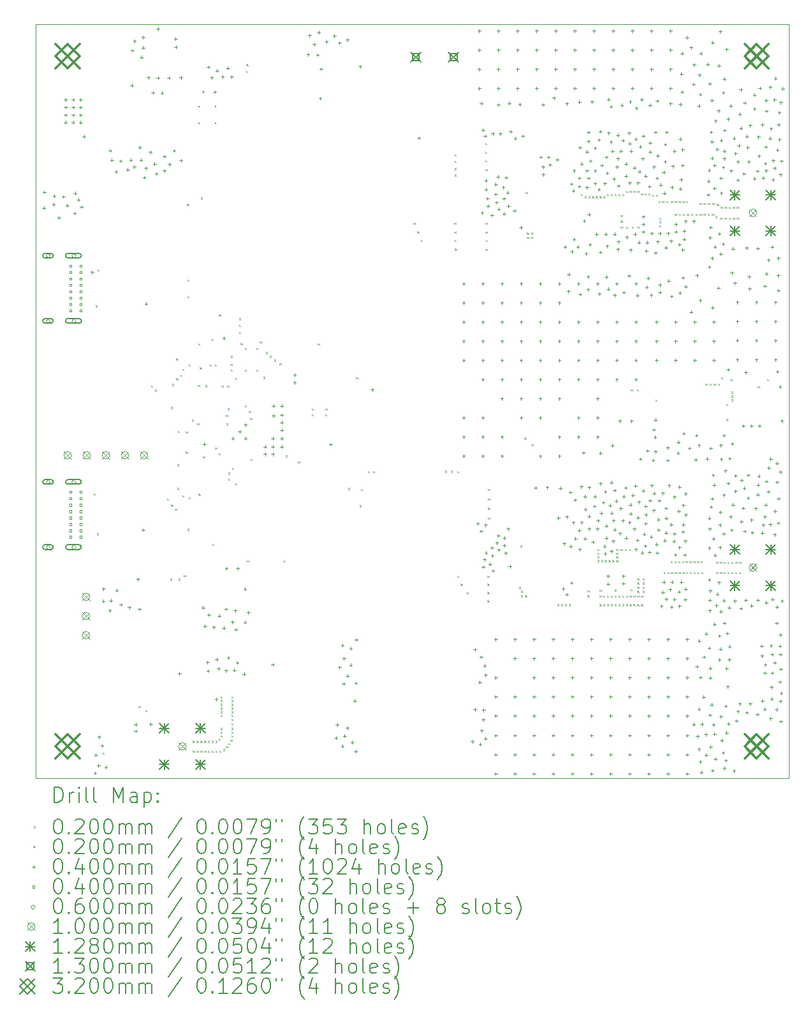
<source format=gbr>
%TF.GenerationSoftware,KiCad,Pcbnew,(6.0.7-1)-1*%
%TF.CreationDate,2023-03-01T20:59:35-05:00*%
%TF.ProjectId,HABBoard,48414242-6f61-4726-942e-6b696361645f,rev?*%
%TF.SameCoordinates,Original*%
%TF.FileFunction,Drillmap*%
%TF.FilePolarity,Positive*%
%FSLAX45Y45*%
G04 Gerber Fmt 4.5, Leading zero omitted, Abs format (unit mm)*
G04 Created by KiCad (PCBNEW (6.0.7-1)-1) date 2023-03-01 20:59:35*
%MOMM*%
%LPD*%
G01*
G04 APERTURE LIST*
%ADD10C,0.100000*%
%ADD11C,0.200000*%
%ADD12C,0.020000*%
%ADD13C,0.040000*%
%ADD14C,0.060000*%
%ADD15C,0.128000*%
%ADD16C,0.130000*%
%ADD17C,0.320000*%
G04 APERTURE END LIST*
D10*
X2775000Y-2500000D02*
X12775000Y-2500000D01*
X12775000Y-2500000D02*
X12775000Y-12500000D01*
X12775000Y-12500000D02*
X2775000Y-12500000D01*
X2775000Y-12500000D02*
X2775000Y-2500000D01*
D11*
D12*
X3545000Y-8722550D02*
X3565000Y-8742550D01*
X3565000Y-8722550D02*
X3545000Y-8742550D01*
X3575000Y-6227500D02*
X3595000Y-6247500D01*
X3595000Y-6227500D02*
X3575000Y-6247500D01*
X3590000Y-9250000D02*
X3610000Y-9270000D01*
X3610000Y-9250000D02*
X3590000Y-9270000D01*
X3597500Y-5747500D02*
X3617500Y-5767500D01*
X3617500Y-5747500D02*
X3597500Y-5767500D01*
X3665000Y-12160000D02*
X3685000Y-12180000D01*
X3685000Y-12160000D02*
X3665000Y-12180000D01*
X4145000Y-11541300D02*
X4165000Y-11561300D01*
X4165000Y-11541300D02*
X4145000Y-11561300D01*
X4235000Y-11590000D02*
X4255000Y-11610000D01*
X4255000Y-11590000D02*
X4235000Y-11610000D01*
X4310000Y-7287500D02*
X4330000Y-7307500D01*
X4330000Y-7287500D02*
X4310000Y-7307500D01*
X4362500Y-7342500D02*
X4382500Y-7362500D01*
X4382500Y-7342500D02*
X4362500Y-7362500D01*
X4522500Y-8785000D02*
X4542500Y-8805000D01*
X4542500Y-8785000D02*
X4522500Y-8805000D01*
X4565000Y-9850000D02*
X4585000Y-9870000D01*
X4585000Y-9850000D02*
X4565000Y-9870000D01*
X4573700Y-7572450D02*
X4593700Y-7592450D01*
X4593700Y-7572450D02*
X4573700Y-7592450D01*
X4575000Y-8867500D02*
X4595000Y-8887500D01*
X4595000Y-8867500D02*
X4575000Y-8887500D01*
X4590000Y-7267500D02*
X4610000Y-7287500D01*
X4610000Y-7267500D02*
X4590000Y-7287500D01*
X4627500Y-8922500D02*
X4647500Y-8942500D01*
X4647500Y-8922500D02*
X4627500Y-8942500D01*
X4642500Y-6930000D02*
X4662500Y-6950000D01*
X4662500Y-6930000D02*
X4642500Y-6950000D01*
X4642500Y-7192500D02*
X4662500Y-7212500D01*
X4662500Y-7192500D02*
X4642500Y-7212500D01*
X4657000Y-8335000D02*
X4677000Y-8355000D01*
X4677000Y-8335000D02*
X4657000Y-8355000D01*
X4657000Y-8648000D02*
X4677000Y-8668000D01*
X4677000Y-8648000D02*
X4657000Y-8668000D01*
X4662500Y-7892500D02*
X4682500Y-7912500D01*
X4682500Y-7892500D02*
X4662500Y-7912500D01*
X4675000Y-9850000D02*
X4695000Y-9870000D01*
X4695000Y-9850000D02*
X4675000Y-9870000D01*
X4700000Y-7147500D02*
X4720000Y-7167500D01*
X4720000Y-7147500D02*
X4700000Y-7167500D01*
X4722500Y-8745000D02*
X4742500Y-8765000D01*
X4742500Y-8745000D02*
X4722500Y-8765000D01*
X4725000Y-7067500D02*
X4745000Y-7087500D01*
X4745000Y-7067500D02*
X4725000Y-7087500D01*
X4745000Y-9801300D02*
X4765000Y-9821300D01*
X4765000Y-9801300D02*
X4745000Y-9821300D01*
X4771200Y-7899000D02*
X4791200Y-7919000D01*
X4791200Y-7899000D02*
X4771200Y-7919000D01*
X4771200Y-8165000D02*
X4791200Y-8185000D01*
X4791200Y-8165000D02*
X4771200Y-8185000D01*
X4789000Y-4881000D02*
X4809000Y-4901000D01*
X4809000Y-4881000D02*
X4789000Y-4901000D01*
X4790000Y-5886000D02*
X4810000Y-5906000D01*
X4810000Y-5886000D02*
X4790000Y-5906000D01*
X4793000Y-6106000D02*
X4813000Y-6126000D01*
X4813000Y-6106000D02*
X4793000Y-6126000D01*
X4793064Y-9189064D02*
X4813064Y-9209064D01*
X4813064Y-9189064D02*
X4793064Y-9209064D01*
X4809000Y-8770000D02*
X4829000Y-8790000D01*
X4829000Y-8770000D02*
X4809000Y-8790000D01*
X4810000Y-7010000D02*
X4830000Y-7030000D01*
X4830000Y-7010000D02*
X4810000Y-7030000D01*
X4852683Y-7743040D02*
X4872683Y-7763040D01*
X4872683Y-7743040D02*
X4852683Y-7763040D01*
X4865000Y-12000000D02*
X4885000Y-12020000D01*
X4885000Y-12000000D02*
X4865000Y-12020000D01*
X4865000Y-12130000D02*
X4885000Y-12150000D01*
X4885000Y-12130000D02*
X4865000Y-12150000D01*
X4915000Y-12000000D02*
X4935000Y-12020000D01*
X4935000Y-12000000D02*
X4915000Y-12020000D01*
X4915000Y-12130000D02*
X4935000Y-12150000D01*
X4935000Y-12130000D02*
X4915000Y-12150000D01*
X4923000Y-7788700D02*
X4943000Y-7808700D01*
X4943000Y-7788700D02*
X4923000Y-7808700D01*
X4931200Y-7283000D02*
X4951200Y-7303000D01*
X4951200Y-7283000D02*
X4931200Y-7303000D01*
X4935000Y-6729000D02*
X4955000Y-6749000D01*
X4955000Y-6729000D02*
X4935000Y-6749000D01*
X4940000Y-8723000D02*
X4960000Y-8743000D01*
X4960000Y-8723000D02*
X4940000Y-8743000D01*
X4958300Y-7048000D02*
X4978300Y-7068000D01*
X4978300Y-7048000D02*
X4958300Y-7068000D01*
X4965000Y-12000000D02*
X4985000Y-12020000D01*
X4985000Y-12000000D02*
X4965000Y-12020000D01*
X4965000Y-12130000D02*
X4985000Y-12150000D01*
X4985000Y-12130000D02*
X4965000Y-12150000D01*
X4968000Y-4796000D02*
X4988000Y-4816000D01*
X4988000Y-4796000D02*
X4968000Y-4816000D01*
X4992000Y-3381000D02*
X5012000Y-3401000D01*
X5012000Y-3381000D02*
X4992000Y-3401000D01*
X4999000Y-8227000D02*
X5019000Y-8247000D01*
X5019000Y-8227000D02*
X4999000Y-8247000D01*
X5015000Y-12000000D02*
X5035000Y-12020000D01*
X5035000Y-12000000D02*
X5015000Y-12020000D01*
X5015000Y-12130000D02*
X5035000Y-12150000D01*
X5035000Y-12130000D02*
X5015000Y-12150000D01*
X5028000Y-7284000D02*
X5048000Y-7304000D01*
X5048000Y-7284000D02*
X5028000Y-7304000D01*
X5065000Y-12000000D02*
X5085000Y-12020000D01*
X5085000Y-12000000D02*
X5065000Y-12020000D01*
X5065000Y-12130000D02*
X5085000Y-12150000D01*
X5085000Y-12130000D02*
X5065000Y-12150000D01*
X5087500Y-7007500D02*
X5107500Y-7027500D01*
X5107500Y-7007500D02*
X5087500Y-7027500D01*
X5115000Y-6670000D02*
X5135000Y-6690000D01*
X5135000Y-6670000D02*
X5115000Y-6690000D01*
X5115000Y-12000000D02*
X5135000Y-12020000D01*
X5135000Y-12000000D02*
X5115000Y-12020000D01*
X5115000Y-12130000D02*
X5135000Y-12150000D01*
X5135000Y-12130000D02*
X5115000Y-12150000D01*
X5122000Y-9387000D02*
X5142000Y-9407000D01*
X5142000Y-9387000D02*
X5122000Y-9407000D01*
X5158000Y-7007000D02*
X5178000Y-7027000D01*
X5178000Y-7007000D02*
X5158000Y-7027000D01*
X5159200Y-8110000D02*
X5179200Y-8130000D01*
X5179200Y-8110000D02*
X5159200Y-8130000D01*
X5165000Y-12000000D02*
X5185000Y-12020000D01*
X5185000Y-12000000D02*
X5165000Y-12020000D01*
X5165000Y-12130000D02*
X5185000Y-12150000D01*
X5185000Y-12130000D02*
X5165000Y-12150000D01*
X5205000Y-11970000D02*
X5225000Y-11990000D01*
X5225000Y-11970000D02*
X5205000Y-11990000D01*
X5206300Y-8185000D02*
X5226300Y-8205000D01*
X5226300Y-8185000D02*
X5206300Y-8205000D01*
X5210000Y-6346300D02*
X5230000Y-6366300D01*
X5230000Y-6346300D02*
X5210000Y-6366300D01*
X5215000Y-12130000D02*
X5235000Y-12150000D01*
X5235000Y-12130000D02*
X5215000Y-12150000D01*
X5235000Y-11410000D02*
X5255000Y-11430000D01*
X5255000Y-11410000D02*
X5235000Y-11430000D01*
X5235000Y-11460000D02*
X5255000Y-11480000D01*
X5255000Y-11460000D02*
X5235000Y-11480000D01*
X5235000Y-11510000D02*
X5255000Y-11530000D01*
X5255000Y-11510000D02*
X5235000Y-11530000D01*
X5235000Y-11560000D02*
X5255000Y-11580000D01*
X5255000Y-11560000D02*
X5235000Y-11580000D01*
X5235000Y-11610000D02*
X5255000Y-11630000D01*
X5255000Y-11610000D02*
X5235000Y-11630000D01*
X5235000Y-11660000D02*
X5255000Y-11680000D01*
X5255000Y-11660000D02*
X5235000Y-11680000D01*
X5235000Y-11830000D02*
X5255000Y-11850000D01*
X5255000Y-11830000D02*
X5235000Y-11850000D01*
X5235000Y-11880000D02*
X5255000Y-11900000D01*
X5255000Y-11880000D02*
X5235000Y-11900000D01*
X5235000Y-11930000D02*
X5255000Y-11950000D01*
X5255000Y-11930000D02*
X5235000Y-11950000D01*
X5244000Y-7289000D02*
X5264000Y-7309000D01*
X5264000Y-7289000D02*
X5244000Y-7309000D01*
X5265000Y-12110000D02*
X5285000Y-12130000D01*
X5285000Y-12110000D02*
X5265000Y-12130000D01*
X5305000Y-7680000D02*
X5325000Y-7700000D01*
X5325000Y-7680000D02*
X5305000Y-7700000D01*
X5305000Y-12070000D02*
X5325000Y-12090000D01*
X5325000Y-12070000D02*
X5305000Y-12090000D01*
X5309700Y-7793041D02*
X5329700Y-7813041D01*
X5329700Y-7793041D02*
X5309700Y-7813041D01*
X5322000Y-7291000D02*
X5342000Y-7311000D01*
X5342000Y-7291000D02*
X5322000Y-7311000D01*
X5325000Y-7590000D02*
X5345000Y-7610000D01*
X5345000Y-7590000D02*
X5325000Y-7610000D01*
X5332500Y-8525000D02*
X5352500Y-8545000D01*
X5352500Y-8525000D02*
X5332500Y-8545000D01*
X5334350Y-8445650D02*
X5354350Y-8465650D01*
X5354350Y-8445650D02*
X5334350Y-8465650D01*
X5335000Y-12030000D02*
X5355000Y-12050000D01*
X5355000Y-12030000D02*
X5335000Y-12050000D01*
X5365000Y-6999000D02*
X5385000Y-7019000D01*
X5385000Y-6999000D02*
X5365000Y-7019000D01*
X5365000Y-11990000D02*
X5385000Y-12010000D01*
X5385000Y-11990000D02*
X5365000Y-12010000D01*
X5366000Y-7076000D02*
X5386000Y-7096000D01*
X5386000Y-7076000D02*
X5366000Y-7096000D01*
X5369000Y-6896000D02*
X5389000Y-6916000D01*
X5389000Y-6896000D02*
X5369000Y-6916000D01*
X5375000Y-11410000D02*
X5395000Y-11430000D01*
X5395000Y-11410000D02*
X5375000Y-11430000D01*
X5375000Y-11460000D02*
X5395000Y-11480000D01*
X5395000Y-11460000D02*
X5375000Y-11480000D01*
X5375000Y-11510000D02*
X5395000Y-11530000D01*
X5395000Y-11510000D02*
X5375000Y-11530000D01*
X5375000Y-11560000D02*
X5395000Y-11580000D01*
X5395000Y-11560000D02*
X5375000Y-11580000D01*
X5375000Y-11610000D02*
X5395000Y-11630000D01*
X5395000Y-11610000D02*
X5375000Y-11630000D01*
X5375000Y-11660000D02*
X5395000Y-11680000D01*
X5395000Y-11660000D02*
X5375000Y-11680000D01*
X5375000Y-11710000D02*
X5395000Y-11730000D01*
X5395000Y-11710000D02*
X5375000Y-11730000D01*
X5375000Y-11770000D02*
X5395000Y-11790000D01*
X5395000Y-11770000D02*
X5375000Y-11790000D01*
X5375000Y-11830000D02*
X5395000Y-11850000D01*
X5395000Y-11830000D02*
X5375000Y-11850000D01*
X5375000Y-11880000D02*
X5395000Y-11900000D01*
X5395000Y-11880000D02*
X5375000Y-11900000D01*
X5375000Y-11930000D02*
X5395000Y-11950000D01*
X5395000Y-11930000D02*
X5375000Y-11950000D01*
X5385000Y-8380000D02*
X5405000Y-8400000D01*
X5405000Y-8380000D02*
X5385000Y-8400000D01*
X5425000Y-7190000D02*
X5445000Y-7210000D01*
X5445000Y-7190000D02*
X5425000Y-7210000D01*
X5427500Y-8582500D02*
X5447500Y-8602500D01*
X5447500Y-8582500D02*
X5427500Y-8602500D01*
X5477500Y-6395000D02*
X5497500Y-6415000D01*
X5497500Y-6395000D02*
X5477500Y-6415000D01*
X5477500Y-6482500D02*
X5497500Y-6502500D01*
X5497500Y-6482500D02*
X5477500Y-6502500D01*
X5477500Y-6580000D02*
X5497500Y-6600000D01*
X5497500Y-6580000D02*
X5477500Y-6600000D01*
X5498000Y-6725000D02*
X5518000Y-6745000D01*
X5518000Y-6725000D02*
X5498000Y-6745000D01*
X5555000Y-6790000D02*
X5575000Y-6810000D01*
X5575000Y-6790000D02*
X5555000Y-6810000D01*
X5555000Y-7080000D02*
X5575000Y-7100000D01*
X5575000Y-7080000D02*
X5555000Y-7100000D01*
X5555000Y-7550000D02*
X5575000Y-7570000D01*
X5575000Y-7550000D02*
X5555000Y-7570000D01*
X5572500Y-3112500D02*
X5592500Y-3132500D01*
X5592500Y-3112500D02*
X5572500Y-3132500D01*
X5575000Y-3027500D02*
X5595000Y-3047500D01*
X5595000Y-3027500D02*
X5575000Y-3047500D01*
X5582500Y-9607500D02*
X5602500Y-9627500D01*
X5602500Y-9607500D02*
X5582500Y-9627500D01*
X5610000Y-7625000D02*
X5630000Y-7645000D01*
X5630000Y-7625000D02*
X5610000Y-7645000D01*
X5627500Y-7720000D02*
X5647500Y-7740000D01*
X5647500Y-7720000D02*
X5627500Y-7740000D01*
X5630000Y-8265000D02*
X5650000Y-8285000D01*
X5650000Y-8265000D02*
X5630000Y-8285000D01*
X5705000Y-6790000D02*
X5725000Y-6810000D01*
X5725000Y-6790000D02*
X5705000Y-6810000D01*
X5705000Y-7080000D02*
X5725000Y-7100000D01*
X5725000Y-7080000D02*
X5705000Y-7100000D01*
X5752000Y-6706000D02*
X5772000Y-6726000D01*
X5772000Y-6706000D02*
X5752000Y-6726000D01*
X5798000Y-7174000D02*
X5818000Y-7194000D01*
X5818000Y-7174000D02*
X5798000Y-7194000D01*
X5832000Y-6843000D02*
X5852000Y-6863000D01*
X5852000Y-6843000D02*
X5832000Y-6863000D01*
X5883000Y-6896000D02*
X5903000Y-6916000D01*
X5903000Y-6896000D02*
X5883000Y-6916000D01*
X5944000Y-6944700D02*
X5964000Y-6964700D01*
X5964000Y-6944700D02*
X5944000Y-6964700D01*
X6016000Y-6993400D02*
X6036000Y-7013400D01*
X6036000Y-6993400D02*
X6016000Y-7013400D01*
X6070000Y-9610000D02*
X6090000Y-9630000D01*
X6090000Y-9610000D02*
X6070000Y-9630000D01*
X6097500Y-8215000D02*
X6117500Y-8235000D01*
X6117500Y-8215000D02*
X6097500Y-8235000D01*
X6260000Y-8296200D02*
X6280000Y-8316200D01*
X6280000Y-8296200D02*
X6260000Y-8316200D01*
X6443000Y-7592000D02*
X6463000Y-7612000D01*
X6463000Y-7592000D02*
X6443000Y-7612000D01*
X6443000Y-7671000D02*
X6463000Y-7691000D01*
X6463000Y-7671000D02*
X6443000Y-7691000D01*
X6525000Y-6730000D02*
X6545000Y-6750000D01*
X6545000Y-6730000D02*
X6525000Y-6750000D01*
X6623000Y-7671000D02*
X6643000Y-7691000D01*
X6643000Y-7671000D02*
X6623000Y-7691000D01*
X6625000Y-7592000D02*
X6645000Y-7612000D01*
X6645000Y-7592000D02*
X6625000Y-7612000D01*
X6927000Y-8649000D02*
X6947000Y-8669000D01*
X6947000Y-8649000D02*
X6927000Y-8669000D01*
X7032500Y-7180000D02*
X7052500Y-7200000D01*
X7052500Y-7180000D02*
X7032500Y-7200000D01*
X7080000Y-8877000D02*
X7100000Y-8897000D01*
X7100000Y-8877000D02*
X7080000Y-8897000D01*
X7095000Y-8660000D02*
X7115000Y-8680000D01*
X7115000Y-8660000D02*
X7095000Y-8680000D01*
X7187000Y-8423000D02*
X7207000Y-8443000D01*
X7207000Y-8423000D02*
X7187000Y-8443000D01*
X7257000Y-8422000D02*
X7277000Y-8442000D01*
X7277000Y-8422000D02*
X7257000Y-8442000D01*
X7795000Y-5130000D02*
X7815000Y-5150000D01*
X7815000Y-5130000D02*
X7795000Y-5150000D01*
X7843700Y-5245000D02*
X7863700Y-5265000D01*
X7863700Y-5245000D02*
X7843700Y-5265000D01*
X7892400Y-5358000D02*
X7912400Y-5378000D01*
X7912400Y-5358000D02*
X7892400Y-5378000D01*
X8215000Y-8420000D02*
X8235000Y-8440000D01*
X8235000Y-8420000D02*
X8215000Y-8440000D01*
X8290000Y-8418000D02*
X8310000Y-8438000D01*
X8310000Y-8418000D02*
X8290000Y-8438000D01*
X8335000Y-5130000D02*
X8355000Y-5150000D01*
X8355000Y-5130000D02*
X8335000Y-5150000D01*
X8336000Y-5247000D02*
X8356000Y-5267000D01*
X8356000Y-5247000D02*
X8336000Y-5267000D01*
X8337500Y-4222500D02*
X8357500Y-4242500D01*
X8357500Y-4222500D02*
X8337500Y-4242500D01*
X8337500Y-4310000D02*
X8357500Y-4330000D01*
X8357500Y-4310000D02*
X8337500Y-4330000D01*
X8337500Y-4490000D02*
X8357500Y-4510000D01*
X8357500Y-4490000D02*
X8337500Y-4510000D01*
X8340000Y-4405000D02*
X8360000Y-4425000D01*
X8360000Y-4405000D02*
X8340000Y-4425000D01*
X8340000Y-5360000D02*
X8360000Y-5380000D01*
X8360000Y-5360000D02*
X8340000Y-5380000D01*
X8344000Y-5474000D02*
X8364000Y-5494000D01*
X8364000Y-5474000D02*
X8344000Y-5494000D01*
X8372000Y-8421000D02*
X8392000Y-8441000D01*
X8392000Y-8421000D02*
X8372000Y-8441000D01*
X8374000Y-9813950D02*
X8394000Y-9833950D01*
X8394000Y-9813950D02*
X8374000Y-9833950D01*
X8420000Y-9919000D02*
X8440000Y-9939000D01*
X8440000Y-9919000D02*
X8420000Y-9939000D01*
X8495000Y-10030000D02*
X8515000Y-10050000D01*
X8515000Y-10030000D02*
X8495000Y-10050000D01*
X8745000Y-4072500D02*
X8765000Y-4092500D01*
X8765000Y-4072500D02*
X8745000Y-4092500D01*
X8745000Y-4187500D02*
X8765000Y-4207500D01*
X8765000Y-4187500D02*
X8745000Y-4207500D01*
X8747500Y-4302500D02*
X8767500Y-4322500D01*
X8767500Y-4302500D02*
X8747500Y-4322500D01*
X8750000Y-4417500D02*
X8770000Y-4437500D01*
X8770000Y-4417500D02*
X8750000Y-4437500D01*
X8750000Y-5130000D02*
X8770000Y-5150000D01*
X8770000Y-5130000D02*
X8750000Y-5150000D01*
X8750000Y-5247500D02*
X8770000Y-5267500D01*
X8770000Y-5247500D02*
X8750000Y-5267500D01*
X8750000Y-5475000D02*
X8770000Y-5495000D01*
X8770000Y-5475000D02*
X8750000Y-5495000D01*
X8752500Y-5360000D02*
X8772500Y-5380000D01*
X8772500Y-5360000D02*
X8752500Y-5380000D01*
X8775000Y-9812500D02*
X8795000Y-9832500D01*
X8795000Y-9812500D02*
X8775000Y-9832500D01*
X8775000Y-9918500D02*
X8795000Y-9938500D01*
X8795000Y-9918500D02*
X8775000Y-9938500D01*
X8775000Y-10028500D02*
X8795000Y-10048500D01*
X8795000Y-10028500D02*
X8775000Y-10048500D01*
X8775000Y-10138500D02*
X8795000Y-10158500D01*
X8795000Y-10138500D02*
X8775000Y-10158500D01*
X8785000Y-8660000D02*
X8805000Y-8680000D01*
X8805000Y-8660000D02*
X8785000Y-8680000D01*
X8785000Y-8785000D02*
X8805000Y-8805000D01*
X8805000Y-8785000D02*
X8785000Y-8805000D01*
X8785000Y-8910000D02*
X8805000Y-8930000D01*
X8805000Y-8910000D02*
X8785000Y-8930000D01*
X8785000Y-9039500D02*
X8805000Y-9059500D01*
X8805000Y-9039500D02*
X8785000Y-9059500D01*
X9195000Y-9960000D02*
X9215000Y-9980000D01*
X9215000Y-9960000D02*
X9195000Y-9980000D01*
X9210000Y-9410000D02*
X9230000Y-9430000D01*
X9230000Y-9410000D02*
X9210000Y-9430000D01*
X9220000Y-10010000D02*
X9240000Y-10030000D01*
X9240000Y-10010000D02*
X9220000Y-10030000D01*
X9220000Y-10070000D02*
X9240000Y-10090000D01*
X9240000Y-10070000D02*
X9220000Y-10090000D01*
X9267583Y-7977583D02*
X9287583Y-7997583D01*
X9287583Y-7977583D02*
X9267583Y-7997583D01*
X9275000Y-10070000D02*
X9295000Y-10090000D01*
X9295000Y-10070000D02*
X9275000Y-10090000D01*
X9285000Y-4725000D02*
X9305000Y-4745000D01*
X9305000Y-4725000D02*
X9285000Y-4745000D01*
X9300000Y-5260000D02*
X9320000Y-5280000D01*
X9320000Y-5260000D02*
X9300000Y-5280000D01*
X9300000Y-5315000D02*
X9320000Y-5335000D01*
X9320000Y-5315000D02*
X9300000Y-5335000D01*
X9350000Y-5315000D02*
X9370000Y-5335000D01*
X9370000Y-5315000D02*
X9350000Y-5335000D01*
X9355000Y-5260000D02*
X9375000Y-5280000D01*
X9375000Y-5260000D02*
X9355000Y-5280000D01*
X9360000Y-8070000D02*
X9380000Y-8090000D01*
X9380000Y-8070000D02*
X9360000Y-8090000D01*
X9705000Y-10190000D02*
X9725000Y-10210000D01*
X9725000Y-10190000D02*
X9705000Y-10210000D01*
X9755000Y-10190000D02*
X9775000Y-10210000D01*
X9775000Y-10190000D02*
X9755000Y-10210000D01*
X9805000Y-10190000D02*
X9825000Y-10210000D01*
X9825000Y-10190000D02*
X9805000Y-10210000D01*
X9855000Y-10190000D02*
X9875000Y-10210000D01*
X9875000Y-10190000D02*
X9855000Y-10210000D01*
X10015000Y-4750000D02*
X10035000Y-4770000D01*
X10035000Y-4750000D02*
X10015000Y-4770000D01*
X10065000Y-4780000D02*
X10085000Y-4800000D01*
X10085000Y-4780000D02*
X10065000Y-4800000D01*
X10105000Y-10005000D02*
X10125000Y-10025000D01*
X10125000Y-10005000D02*
X10105000Y-10025000D01*
X10105000Y-10070000D02*
X10125000Y-10090000D01*
X10125000Y-10070000D02*
X10105000Y-10090000D01*
X10115000Y-4780000D02*
X10135000Y-4800000D01*
X10135000Y-4780000D02*
X10115000Y-4800000D01*
X10165000Y-4780000D02*
X10185000Y-4800000D01*
X10185000Y-4780000D02*
X10165000Y-4800000D01*
X10215000Y-4780000D02*
X10235000Y-4800000D01*
X10235000Y-4780000D02*
X10215000Y-4800000D01*
X10235000Y-9455000D02*
X10255000Y-9475000D01*
X10255000Y-9455000D02*
X10235000Y-9475000D01*
X10235000Y-9505000D02*
X10255000Y-9525000D01*
X10255000Y-9505000D02*
X10235000Y-9525000D01*
X10235000Y-9555000D02*
X10255000Y-9575000D01*
X10255000Y-9555000D02*
X10235000Y-9575000D01*
X10235000Y-9605000D02*
X10255000Y-9625000D01*
X10255000Y-9605000D02*
X10235000Y-9625000D01*
X10265000Y-4780000D02*
X10285000Y-4800000D01*
X10285000Y-4780000D02*
X10265000Y-4800000D01*
X10265000Y-10000000D02*
X10285000Y-10020000D01*
X10285000Y-10000000D02*
X10265000Y-10020000D01*
X10265000Y-10075000D02*
X10285000Y-10095000D01*
X10285000Y-10075000D02*
X10265000Y-10095000D01*
X10265000Y-10190000D02*
X10285000Y-10210000D01*
X10285000Y-10190000D02*
X10265000Y-10210000D01*
X10285000Y-9605000D02*
X10305000Y-9625000D01*
X10305000Y-9605000D02*
X10285000Y-9625000D01*
X10315000Y-4780000D02*
X10335000Y-4800000D01*
X10335000Y-4780000D02*
X10315000Y-4800000D01*
X10315000Y-10075000D02*
X10335000Y-10095000D01*
X10335000Y-10075000D02*
X10315000Y-10095000D01*
X10315000Y-10190000D02*
X10335000Y-10210000D01*
X10335000Y-10190000D02*
X10315000Y-10210000D01*
X10335000Y-9605000D02*
X10355000Y-9625000D01*
X10355000Y-9605000D02*
X10335000Y-9625000D01*
X10365000Y-4750000D02*
X10385000Y-4770000D01*
X10385000Y-4750000D02*
X10365000Y-4770000D01*
X10365000Y-10075000D02*
X10385000Y-10095000D01*
X10385000Y-10075000D02*
X10365000Y-10095000D01*
X10365000Y-10190000D02*
X10385000Y-10210000D01*
X10385000Y-10190000D02*
X10365000Y-10210000D01*
X10385000Y-9605000D02*
X10405000Y-9625000D01*
X10405000Y-9605000D02*
X10385000Y-9625000D01*
X10415000Y-4750000D02*
X10435000Y-4770000D01*
X10435000Y-4750000D02*
X10415000Y-4770000D01*
X10415000Y-10075000D02*
X10435000Y-10095000D01*
X10435000Y-10075000D02*
X10415000Y-10095000D01*
X10415000Y-10190000D02*
X10435000Y-10210000D01*
X10435000Y-10190000D02*
X10415000Y-10210000D01*
X10435000Y-9605000D02*
X10455000Y-9625000D01*
X10455000Y-9605000D02*
X10435000Y-9625000D01*
X10465000Y-4750000D02*
X10485000Y-4770000D01*
X10485000Y-4750000D02*
X10465000Y-4770000D01*
X10465000Y-9995000D02*
X10485000Y-10015000D01*
X10485000Y-9995000D02*
X10465000Y-10015000D01*
X10465000Y-10075000D02*
X10485000Y-10095000D01*
X10485000Y-10075000D02*
X10465000Y-10095000D01*
X10465000Y-10190000D02*
X10485000Y-10210000D01*
X10485000Y-10190000D02*
X10465000Y-10210000D01*
X10485000Y-9455000D02*
X10505000Y-9475000D01*
X10505000Y-9455000D02*
X10485000Y-9475000D01*
X10485000Y-9505000D02*
X10505000Y-9525000D01*
X10505000Y-9505000D02*
X10485000Y-9525000D01*
X10485000Y-9555000D02*
X10505000Y-9575000D01*
X10505000Y-9555000D02*
X10485000Y-9575000D01*
X10485000Y-9605000D02*
X10505000Y-9625000D01*
X10505000Y-9605000D02*
X10485000Y-9625000D01*
X10515000Y-4750000D02*
X10535000Y-4770000D01*
X10535000Y-4750000D02*
X10515000Y-4770000D01*
X10515000Y-10075000D02*
X10535000Y-10095000D01*
X10535000Y-10075000D02*
X10515000Y-10095000D01*
X10515000Y-10190000D02*
X10535000Y-10210000D01*
X10535000Y-10190000D02*
X10515000Y-10210000D01*
X10545000Y-5030000D02*
X10565000Y-5050000D01*
X10565000Y-5030000D02*
X10545000Y-5050000D01*
X10545000Y-5100000D02*
X10565000Y-5120000D01*
X10565000Y-5100000D02*
X10545000Y-5120000D01*
X10545000Y-5180000D02*
X10565000Y-5200000D01*
X10565000Y-5180000D02*
X10545000Y-5200000D01*
X10545000Y-9455000D02*
X10565000Y-9475000D01*
X10565000Y-9455000D02*
X10545000Y-9475000D01*
X10565000Y-4750000D02*
X10585000Y-4770000D01*
X10585000Y-4750000D02*
X10565000Y-4770000D01*
X10565000Y-10075000D02*
X10585000Y-10095000D01*
X10585000Y-10075000D02*
X10565000Y-10095000D01*
X10565000Y-10190000D02*
X10585000Y-10210000D01*
X10585000Y-10190000D02*
X10565000Y-10210000D01*
X10600000Y-9455000D02*
X10620000Y-9475000D01*
X10620000Y-9455000D02*
X10600000Y-9475000D01*
X10615000Y-4705000D02*
X10635000Y-4725000D01*
X10635000Y-4705000D02*
X10615000Y-4725000D01*
X10615000Y-5180000D02*
X10635000Y-5200000D01*
X10635000Y-5180000D02*
X10615000Y-5200000D01*
X10615000Y-10075000D02*
X10635000Y-10095000D01*
X10635000Y-10075000D02*
X10615000Y-10095000D01*
X10615000Y-10190000D02*
X10635000Y-10210000D01*
X10635000Y-10190000D02*
X10615000Y-10210000D01*
X10660000Y-9455000D02*
X10680000Y-9475000D01*
X10680000Y-9455000D02*
X10660000Y-9475000D01*
X10665000Y-4705000D02*
X10685000Y-4725000D01*
X10685000Y-4705000D02*
X10665000Y-4725000D01*
X10665000Y-10075000D02*
X10685000Y-10095000D01*
X10685000Y-10075000D02*
X10665000Y-10095000D01*
X10665000Y-10190000D02*
X10685000Y-10210000D01*
X10685000Y-10190000D02*
X10665000Y-10210000D01*
X10675000Y-9990000D02*
X10695000Y-10010000D01*
X10695000Y-9990000D02*
X10675000Y-10010000D01*
X10680000Y-7340000D02*
X10700000Y-7360000D01*
X10700000Y-7340000D02*
X10680000Y-7360000D01*
X10695000Y-5180000D02*
X10715000Y-5200000D01*
X10715000Y-5180000D02*
X10695000Y-5200000D01*
X10715000Y-4705000D02*
X10735000Y-4725000D01*
X10735000Y-4705000D02*
X10715000Y-4725000D01*
X10715000Y-10075000D02*
X10735000Y-10095000D01*
X10735000Y-10075000D02*
X10715000Y-10095000D01*
X10715000Y-10190000D02*
X10735000Y-10210000D01*
X10735000Y-10190000D02*
X10715000Y-10210000D01*
X10760000Y-7340000D02*
X10780000Y-7360000D01*
X10780000Y-7340000D02*
X10760000Y-7360000D01*
X10765000Y-4705000D02*
X10785000Y-4725000D01*
X10785000Y-4705000D02*
X10765000Y-4725000D01*
X10765000Y-5180000D02*
X10785000Y-5200000D01*
X10785000Y-5180000D02*
X10765000Y-5200000D01*
X10765000Y-9845000D02*
X10785000Y-9865000D01*
X10785000Y-9845000D02*
X10765000Y-9865000D01*
X10765000Y-9900000D02*
X10785000Y-9920000D01*
X10785000Y-9900000D02*
X10765000Y-9920000D01*
X10765000Y-9955000D02*
X10785000Y-9975000D01*
X10785000Y-9955000D02*
X10765000Y-9975000D01*
X10765000Y-10010000D02*
X10785000Y-10030000D01*
X10785000Y-10010000D02*
X10765000Y-10030000D01*
X10765000Y-10075000D02*
X10785000Y-10095000D01*
X10785000Y-10075000D02*
X10765000Y-10095000D01*
X10765000Y-10190000D02*
X10785000Y-10210000D01*
X10785000Y-10190000D02*
X10765000Y-10210000D01*
X10815000Y-4740000D02*
X10835000Y-4760000D01*
X10835000Y-4740000D02*
X10815000Y-4760000D01*
X10815000Y-10075000D02*
X10835000Y-10095000D01*
X10835000Y-10075000D02*
X10815000Y-10095000D01*
X10815000Y-10190000D02*
X10835000Y-10210000D01*
X10835000Y-10190000D02*
X10815000Y-10210000D01*
X10840000Y-9845000D02*
X10860000Y-9865000D01*
X10860000Y-9845000D02*
X10840000Y-9865000D01*
X10840000Y-9900000D02*
X10860000Y-9920000D01*
X10860000Y-9900000D02*
X10840000Y-9920000D01*
X10840000Y-9955000D02*
X10860000Y-9975000D01*
X10860000Y-9955000D02*
X10840000Y-9975000D01*
X10840000Y-10010000D02*
X10860000Y-10030000D01*
X10860000Y-10010000D02*
X10840000Y-10030000D01*
X10865000Y-4740000D02*
X10885000Y-4760000D01*
X10885000Y-4740000D02*
X10865000Y-4760000D01*
X10915000Y-4740000D02*
X10935000Y-4760000D01*
X10935000Y-4740000D02*
X10915000Y-4760000D01*
X10965000Y-4760000D02*
X10985000Y-4780000D01*
X10985000Y-4760000D02*
X10965000Y-4780000D01*
X11005000Y-7475000D02*
X11025000Y-7495000D01*
X11025000Y-7475000D02*
X11005000Y-7495000D01*
X11015000Y-4760000D02*
X11035000Y-4780000D01*
X11035000Y-4760000D02*
X11015000Y-4780000D01*
X11047000Y-4840000D02*
X11067000Y-4860000D01*
X11067000Y-4840000D02*
X11047000Y-4860000D01*
X11057000Y-5060000D02*
X11077000Y-5080000D01*
X11077000Y-5060000D02*
X11057000Y-5080000D01*
X11057000Y-5110000D02*
X11077000Y-5130000D01*
X11077000Y-5110000D02*
X11057000Y-5130000D01*
X11057000Y-5165000D02*
X11077000Y-5185000D01*
X11077000Y-5165000D02*
X11057000Y-5185000D01*
X11097000Y-4840000D02*
X11117000Y-4860000D01*
X11117000Y-4840000D02*
X11097000Y-4860000D01*
X11115000Y-9760000D02*
X11135000Y-9780000D01*
X11135000Y-9760000D02*
X11115000Y-9780000D01*
X11152000Y-4840000D02*
X11172000Y-4860000D01*
X11172000Y-4840000D02*
X11152000Y-4860000D01*
X11165000Y-9760000D02*
X11185000Y-9780000D01*
X11185000Y-9760000D02*
X11165000Y-9780000D01*
X11210000Y-9620000D02*
X11230000Y-9640000D01*
X11230000Y-9620000D02*
X11210000Y-9640000D01*
X11215000Y-4840000D02*
X11235000Y-4860000D01*
X11235000Y-4840000D02*
X11215000Y-4860000D01*
X11215000Y-9760000D02*
X11235000Y-9780000D01*
X11235000Y-9760000D02*
X11215000Y-9780000D01*
X11260000Y-9620000D02*
X11280000Y-9640000D01*
X11280000Y-9620000D02*
X11260000Y-9640000D01*
X11265000Y-4840000D02*
X11285000Y-4860000D01*
X11285000Y-4840000D02*
X11265000Y-4860000D01*
X11265000Y-5010000D02*
X11285000Y-5030000D01*
X11285000Y-5010000D02*
X11265000Y-5030000D01*
X11265000Y-9760000D02*
X11285000Y-9780000D01*
X11285000Y-9760000D02*
X11265000Y-9780000D01*
X11310000Y-9620000D02*
X11330000Y-9640000D01*
X11330000Y-9620000D02*
X11310000Y-9640000D01*
X11315000Y-4840000D02*
X11335000Y-4860000D01*
X11335000Y-4840000D02*
X11315000Y-4860000D01*
X11315000Y-9760000D02*
X11335000Y-9780000D01*
X11335000Y-9760000D02*
X11315000Y-9780000D01*
X11320000Y-5010000D02*
X11340000Y-5030000D01*
X11340000Y-5010000D02*
X11320000Y-5030000D01*
X11360000Y-9620000D02*
X11380000Y-9640000D01*
X11380000Y-9620000D02*
X11360000Y-9640000D01*
X11365000Y-4840000D02*
X11385000Y-4860000D01*
X11385000Y-4840000D02*
X11365000Y-4860000D01*
X11365000Y-9760000D02*
X11385000Y-9780000D01*
X11385000Y-9760000D02*
X11365000Y-9780000D01*
X11370000Y-5010000D02*
X11390000Y-5030000D01*
X11390000Y-5010000D02*
X11370000Y-5030000D01*
X11410000Y-9620000D02*
X11430000Y-9640000D01*
X11430000Y-9620000D02*
X11410000Y-9640000D01*
X11415000Y-4840000D02*
X11435000Y-4860000D01*
X11435000Y-4840000D02*
X11415000Y-4860000D01*
X11415000Y-9760000D02*
X11435000Y-9780000D01*
X11435000Y-9760000D02*
X11415000Y-9780000D01*
X11425000Y-5010000D02*
X11445000Y-5030000D01*
X11445000Y-5010000D02*
X11425000Y-5030000D01*
X11460000Y-9620000D02*
X11480000Y-9640000D01*
X11480000Y-9620000D02*
X11460000Y-9640000D01*
X11465000Y-9760000D02*
X11485000Y-9780000D01*
X11485000Y-9760000D02*
X11465000Y-9780000D01*
X11480000Y-5010000D02*
X11500000Y-5030000D01*
X11500000Y-5010000D02*
X11480000Y-5030000D01*
X11510000Y-9620000D02*
X11530000Y-9640000D01*
X11530000Y-9620000D02*
X11510000Y-9640000D01*
X11515000Y-9760000D02*
X11535000Y-9780000D01*
X11535000Y-9760000D02*
X11515000Y-9780000D01*
X11540000Y-5010000D02*
X11560000Y-5030000D01*
X11560000Y-5010000D02*
X11540000Y-5030000D01*
X11560000Y-9620000D02*
X11580000Y-9640000D01*
X11580000Y-9620000D02*
X11560000Y-9640000D01*
X11565000Y-9760000D02*
X11585000Y-9780000D01*
X11585000Y-9760000D02*
X11565000Y-9780000D01*
X11595000Y-4870000D02*
X11615000Y-4890000D01*
X11615000Y-4870000D02*
X11595000Y-4890000D01*
X11595000Y-5010000D02*
X11615000Y-5030000D01*
X11615000Y-5010000D02*
X11595000Y-5030000D01*
X11610000Y-9620000D02*
X11630000Y-9640000D01*
X11630000Y-9620000D02*
X11610000Y-9640000D01*
X11615000Y-9760000D02*
X11635000Y-9780000D01*
X11635000Y-9760000D02*
X11615000Y-9780000D01*
X11645000Y-4870000D02*
X11665000Y-4890000D01*
X11665000Y-4870000D02*
X11645000Y-4890000D01*
X11645000Y-5010000D02*
X11665000Y-5030000D01*
X11665000Y-5010000D02*
X11645000Y-5030000D01*
X11670000Y-7265000D02*
X11690000Y-7285000D01*
X11690000Y-7265000D02*
X11670000Y-7285000D01*
X11700000Y-5010000D02*
X11720000Y-5030000D01*
X11720000Y-5010000D02*
X11700000Y-5030000D01*
X11705000Y-4870000D02*
X11725000Y-4890000D01*
X11725000Y-4870000D02*
X11705000Y-4890000D01*
X11725000Y-7265000D02*
X11745000Y-7285000D01*
X11745000Y-7265000D02*
X11725000Y-7285000D01*
X11755000Y-5010000D02*
X11775000Y-5030000D01*
X11775000Y-5010000D02*
X11755000Y-5030000D01*
X11765000Y-4870000D02*
X11785000Y-4890000D01*
X11785000Y-4870000D02*
X11765000Y-4890000D01*
X11780000Y-7265000D02*
X11800000Y-7285000D01*
X11800000Y-7265000D02*
X11780000Y-7285000D01*
X11805000Y-5040000D02*
X11825000Y-5060000D01*
X11825000Y-5040000D02*
X11805000Y-5060000D01*
X11815000Y-9625000D02*
X11835000Y-9645000D01*
X11835000Y-9625000D02*
X11815000Y-9645000D01*
X11815000Y-9760000D02*
X11835000Y-9780000D01*
X11835000Y-9760000D02*
X11815000Y-9780000D01*
X11825000Y-4880000D02*
X11845000Y-4900000D01*
X11845000Y-4880000D02*
X11825000Y-4900000D01*
X11835000Y-7265000D02*
X11855000Y-7285000D01*
X11855000Y-7265000D02*
X11835000Y-7285000D01*
X11865000Y-5060000D02*
X11885000Y-5080000D01*
X11885000Y-5060000D02*
X11865000Y-5080000D01*
X11865000Y-9625000D02*
X11885000Y-9645000D01*
X11885000Y-9625000D02*
X11865000Y-9645000D01*
X11865000Y-9760000D02*
X11885000Y-9780000D01*
X11885000Y-9760000D02*
X11865000Y-9780000D01*
X11875000Y-4920000D02*
X11895000Y-4940000D01*
X11895000Y-4920000D02*
X11875000Y-4940000D01*
X11880000Y-7180000D02*
X11900000Y-7200000D01*
X11900000Y-7180000D02*
X11880000Y-7200000D01*
X11915000Y-9625000D02*
X11935000Y-9645000D01*
X11935000Y-9625000D02*
X11915000Y-9645000D01*
X11915000Y-9760000D02*
X11935000Y-9780000D01*
X11935000Y-9760000D02*
X11915000Y-9780000D01*
X11925000Y-4920000D02*
X11945000Y-4940000D01*
X11945000Y-4920000D02*
X11925000Y-4940000D01*
X11925000Y-5060000D02*
X11945000Y-5080000D01*
X11945000Y-5060000D02*
X11925000Y-5080000D01*
X11945000Y-7535000D02*
X11965000Y-7555000D01*
X11965000Y-7535000D02*
X11945000Y-7555000D01*
X11945000Y-7735000D02*
X11965000Y-7755000D01*
X11965000Y-7735000D02*
X11945000Y-7755000D01*
X11965000Y-9625000D02*
X11985000Y-9645000D01*
X11985000Y-9625000D02*
X11965000Y-9645000D01*
X11965000Y-9760000D02*
X11985000Y-9780000D01*
X11985000Y-9760000D02*
X11965000Y-9780000D01*
X11980000Y-4920000D02*
X12000000Y-4940000D01*
X12000000Y-4920000D02*
X11980000Y-4940000D01*
X11980000Y-5060000D02*
X12000000Y-5080000D01*
X12000000Y-5060000D02*
X11980000Y-5080000D01*
X12000000Y-7202500D02*
X12020000Y-7222500D01*
X12020000Y-7202500D02*
X12000000Y-7222500D01*
X12015000Y-7370000D02*
X12035000Y-7390000D01*
X12035000Y-7370000D02*
X12015000Y-7390000D01*
X12015000Y-7420000D02*
X12035000Y-7440000D01*
X12035000Y-7420000D02*
X12015000Y-7440000D01*
X12015000Y-7470000D02*
X12035000Y-7490000D01*
X12035000Y-7470000D02*
X12015000Y-7490000D01*
X12015000Y-9625000D02*
X12035000Y-9645000D01*
X12035000Y-9625000D02*
X12015000Y-9645000D01*
X12015000Y-9760000D02*
X12035000Y-9780000D01*
X12035000Y-9760000D02*
X12015000Y-9780000D01*
X12035000Y-4920000D02*
X12055000Y-4940000D01*
X12055000Y-4920000D02*
X12035000Y-4940000D01*
X12035000Y-5060000D02*
X12055000Y-5080000D01*
X12055000Y-5060000D02*
X12035000Y-5080000D01*
X12065000Y-9760000D02*
X12085000Y-9780000D01*
X12085000Y-9760000D02*
X12065000Y-9780000D01*
X12070000Y-9625000D02*
X12090000Y-9645000D01*
X12090000Y-9625000D02*
X12070000Y-9645000D01*
X12085000Y-4920000D02*
X12105000Y-4940000D01*
X12105000Y-4920000D02*
X12085000Y-4940000D01*
X12085000Y-5060000D02*
X12105000Y-5080000D01*
X12105000Y-5060000D02*
X12085000Y-5080000D01*
X12115000Y-9760000D02*
X12135000Y-9780000D01*
X12135000Y-9760000D02*
X12115000Y-9780000D01*
X12120000Y-9625000D02*
X12140000Y-9645000D01*
X12140000Y-9625000D02*
X12120000Y-9645000D01*
X12365000Y-7298700D02*
X12385000Y-7318700D01*
X12385000Y-7298700D02*
X12365000Y-7318700D01*
X12487500Y-7202500D02*
X12507500Y-7222500D01*
X12507500Y-7202500D02*
X12487500Y-7222500D01*
X4957500Y-3590000D02*
G75*
G03*
X4957500Y-3590000I-10000J0D01*
G01*
X4957500Y-3810000D02*
G75*
G03*
X4957500Y-3810000I-10000J0D01*
G01*
X5177500Y-3590000D02*
G75*
G03*
X5177500Y-3590000I-10000J0D01*
G01*
X5177500Y-3810000D02*
G75*
G03*
X5177500Y-3810000I-10000J0D01*
G01*
D13*
X2885000Y-4915000D02*
X2885000Y-4955000D01*
X2865000Y-4935000D02*
X2905000Y-4935000D01*
X2890000Y-4705000D02*
X2890000Y-4745000D01*
X2870000Y-4725000D02*
X2910000Y-4725000D01*
X3015000Y-4870000D02*
X3015000Y-4910000D01*
X2995000Y-4890000D02*
X3035000Y-4890000D01*
X3025000Y-4755000D02*
X3025000Y-4795000D01*
X3005000Y-4775000D02*
X3045000Y-4775000D01*
X3085000Y-5040000D02*
X3085000Y-5080000D01*
X3065000Y-5060000D02*
X3105000Y-5060000D01*
X3145000Y-4765000D02*
X3145000Y-4805000D01*
X3125000Y-4785000D02*
X3165000Y-4785000D01*
X3175000Y-3480000D02*
X3175000Y-3520000D01*
X3155000Y-3500000D02*
X3195000Y-3500000D01*
X3175000Y-3580000D02*
X3175000Y-3620000D01*
X3155000Y-3600000D02*
X3195000Y-3600000D01*
X3175000Y-3680000D02*
X3175000Y-3720000D01*
X3155000Y-3700000D02*
X3195000Y-3700000D01*
X3175000Y-3780000D02*
X3175000Y-3820000D01*
X3155000Y-3800000D02*
X3195000Y-3800000D01*
X3195000Y-4880000D02*
X3195000Y-4920000D01*
X3175000Y-4900000D02*
X3215000Y-4900000D01*
X3275000Y-3480000D02*
X3275000Y-3520000D01*
X3255000Y-3500000D02*
X3295000Y-3500000D01*
X3275000Y-3580000D02*
X3275000Y-3620000D01*
X3255000Y-3600000D02*
X3295000Y-3600000D01*
X3275000Y-3680000D02*
X3275000Y-3720000D01*
X3255000Y-3700000D02*
X3295000Y-3700000D01*
X3275000Y-3780000D02*
X3275000Y-3820000D01*
X3255000Y-3800000D02*
X3295000Y-3800000D01*
X3295000Y-4985000D02*
X3295000Y-5025000D01*
X3275000Y-5005000D02*
X3315000Y-5005000D01*
X3300000Y-4720000D02*
X3300000Y-4760000D01*
X3280000Y-4740000D02*
X3320000Y-4740000D01*
X3345000Y-4805000D02*
X3345000Y-4845000D01*
X3325000Y-4825000D02*
X3365000Y-4825000D01*
X3375000Y-3480000D02*
X3375000Y-3520000D01*
X3355000Y-3500000D02*
X3395000Y-3500000D01*
X3375000Y-3580000D02*
X3375000Y-3620000D01*
X3355000Y-3600000D02*
X3395000Y-3600000D01*
X3375000Y-3680000D02*
X3375000Y-3720000D01*
X3355000Y-3700000D02*
X3395000Y-3700000D01*
X3375000Y-3780000D02*
X3375000Y-3820000D01*
X3355000Y-3800000D02*
X3395000Y-3800000D01*
X3385000Y-4900000D02*
X3385000Y-4940000D01*
X3365000Y-4920000D02*
X3405000Y-4920000D01*
X3420000Y-3965000D02*
X3420000Y-4005000D01*
X3400000Y-3985000D02*
X3440000Y-3985000D01*
X3527500Y-5767500D02*
X3527500Y-5807500D01*
X3507500Y-5787500D02*
X3547500Y-5787500D01*
X3565000Y-12410000D02*
X3565000Y-12450000D01*
X3545000Y-12430000D02*
X3585000Y-12430000D01*
X3575000Y-12170000D02*
X3575000Y-12210000D01*
X3555000Y-12190000D02*
X3595000Y-12190000D01*
X3610000Y-12310000D02*
X3610000Y-12350000D01*
X3590000Y-12330000D02*
X3630000Y-12330000D01*
X3620000Y-11930000D02*
X3620000Y-11970000D01*
X3600000Y-11950000D02*
X3640000Y-11950000D01*
X3660000Y-12045000D02*
X3660000Y-12085000D01*
X3640000Y-12065000D02*
X3680000Y-12065000D01*
X3675000Y-10130000D02*
X3675000Y-10170000D01*
X3655000Y-10150000D02*
X3695000Y-10150000D01*
X3680000Y-9965000D02*
X3680000Y-10005000D01*
X3660000Y-9985000D02*
X3700000Y-9985000D01*
X3710000Y-12330000D02*
X3710000Y-12370000D01*
X3690000Y-12350000D02*
X3730000Y-12350000D01*
X3760000Y-10255000D02*
X3760000Y-10295000D01*
X3740000Y-10275000D02*
X3780000Y-10275000D01*
X3765000Y-4155000D02*
X3765000Y-4195000D01*
X3745000Y-4175000D02*
X3785000Y-4175000D01*
X3775000Y-10120000D02*
X3775000Y-10160000D01*
X3755000Y-10140000D02*
X3795000Y-10140000D01*
X3790000Y-4280000D02*
X3790000Y-4320000D01*
X3770000Y-4300000D02*
X3810000Y-4300000D01*
X3845000Y-4430000D02*
X3845000Y-4470000D01*
X3825000Y-4450000D02*
X3865000Y-4450000D01*
X3855000Y-9985000D02*
X3855000Y-10025000D01*
X3835000Y-10005000D02*
X3875000Y-10005000D01*
X3905000Y-4290000D02*
X3905000Y-4330000D01*
X3885000Y-4310000D02*
X3925000Y-4310000D01*
X3910000Y-10175000D02*
X3910000Y-10215000D01*
X3890000Y-10195000D02*
X3930000Y-10195000D01*
X4000000Y-4405000D02*
X4000000Y-4445000D01*
X3980000Y-4425000D02*
X4020000Y-4425000D01*
X4020000Y-10210000D02*
X4020000Y-10250000D01*
X4000000Y-10230000D02*
X4040000Y-10230000D01*
X4040000Y-4280000D02*
X4040000Y-4320000D01*
X4020000Y-4300000D02*
X4060000Y-4300000D01*
X4055000Y-3290000D02*
X4055000Y-3330000D01*
X4035000Y-3310000D02*
X4075000Y-3310000D01*
X4060000Y-2825000D02*
X4060000Y-2865000D01*
X4040000Y-2845000D02*
X4080000Y-2845000D01*
X4085000Y-4370000D02*
X4085000Y-4410000D01*
X4065000Y-4390000D02*
X4105000Y-4390000D01*
X4090000Y-2700000D02*
X4090000Y-2740000D01*
X4070000Y-2720000D02*
X4110000Y-2720000D01*
X4105000Y-11765000D02*
X4105000Y-11805000D01*
X4085000Y-11785000D02*
X4125000Y-11785000D01*
X4105000Y-11850000D02*
X4105000Y-11890000D01*
X4085000Y-11870000D02*
X4125000Y-11870000D01*
X4135000Y-9840000D02*
X4135000Y-9880000D01*
X4115000Y-9860000D02*
X4155000Y-9860000D01*
X4155000Y-10235000D02*
X4155000Y-10275000D01*
X4135000Y-10255000D02*
X4175000Y-10255000D01*
X4160000Y-4110000D02*
X4160000Y-4150000D01*
X4140000Y-4130000D02*
X4180000Y-4130000D01*
X4175000Y-4280000D02*
X4175000Y-4320000D01*
X4155000Y-4300000D02*
X4195000Y-4300000D01*
X4180000Y-2915000D02*
X4180000Y-2955000D01*
X4160000Y-2935000D02*
X4200000Y-2935000D01*
X4205000Y-2650000D02*
X4205000Y-2690000D01*
X4185000Y-2670000D02*
X4225000Y-2670000D01*
X4205000Y-2790000D02*
X4205000Y-2830000D01*
X4185000Y-2810000D02*
X4225000Y-2810000D01*
X4205000Y-9185000D02*
X4205000Y-9225000D01*
X4185000Y-9205000D02*
X4225000Y-9205000D01*
X4220000Y-4510000D02*
X4220000Y-4550000D01*
X4200000Y-4530000D02*
X4240000Y-4530000D01*
X4240000Y-4385000D02*
X4240000Y-4425000D01*
X4220000Y-4405000D02*
X4260000Y-4405000D01*
X4242500Y-6185000D02*
X4242500Y-6225000D01*
X4222500Y-6205000D02*
X4262500Y-6205000D01*
X4275000Y-3185000D02*
X4275000Y-3225000D01*
X4255000Y-3205000D02*
X4295000Y-3205000D01*
X4300000Y-4175000D02*
X4300000Y-4215000D01*
X4280000Y-4195000D02*
X4320000Y-4195000D01*
X4305000Y-11760000D02*
X4305000Y-11800000D01*
X4285000Y-11780000D02*
X4325000Y-11780000D01*
X4335000Y-3385000D02*
X4335000Y-3425000D01*
X4315000Y-3405000D02*
X4355000Y-3405000D01*
X4355000Y-4330000D02*
X4355000Y-4370000D01*
X4335000Y-4350000D02*
X4375000Y-4350000D01*
X4380000Y-4460000D02*
X4380000Y-4500000D01*
X4360000Y-4480000D02*
X4400000Y-4480000D01*
X4400000Y-2540000D02*
X4400000Y-2580000D01*
X4380000Y-2560000D02*
X4420000Y-2560000D01*
X4400000Y-3190000D02*
X4400000Y-3230000D01*
X4380000Y-3210000D02*
X4420000Y-3210000D01*
X4455000Y-3390000D02*
X4455000Y-3430000D01*
X4435000Y-3410000D02*
X4475000Y-3410000D01*
X4485000Y-4230000D02*
X4485000Y-4270000D01*
X4465000Y-4250000D02*
X4505000Y-4250000D01*
X4485000Y-4420000D02*
X4485000Y-4460000D01*
X4465000Y-4440000D02*
X4505000Y-4440000D01*
X4545000Y-3190000D02*
X4545000Y-3230000D01*
X4525000Y-3210000D02*
X4565000Y-3210000D01*
X4555000Y-4335000D02*
X4555000Y-4375000D01*
X4535000Y-4355000D02*
X4575000Y-4355000D01*
X4615000Y-4155000D02*
X4615000Y-4195000D01*
X4595000Y-4175000D02*
X4635000Y-4175000D01*
X4635000Y-2670000D02*
X4635000Y-2710000D01*
X4615000Y-2690000D02*
X4655000Y-2690000D01*
X4640000Y-2780000D02*
X4640000Y-2820000D01*
X4620000Y-2800000D02*
X4660000Y-2800000D01*
X4685000Y-11090000D02*
X4685000Y-11130000D01*
X4665000Y-11110000D02*
X4705000Y-11110000D01*
X4705000Y-3185000D02*
X4705000Y-3225000D01*
X4685000Y-3205000D02*
X4725000Y-3205000D01*
X4705000Y-4285000D02*
X4705000Y-4325000D01*
X4685000Y-4305000D02*
X4725000Y-4305000D01*
X5000000Y-10215000D02*
X5000000Y-10255000D01*
X4980000Y-10235000D02*
X5020000Y-10235000D01*
X5017000Y-8047000D02*
X5017000Y-8087000D01*
X4997000Y-8067000D02*
X5037000Y-8067000D01*
X5025000Y-10460000D02*
X5025000Y-10500000D01*
X5005000Y-10480000D02*
X5045000Y-10480000D01*
X5060000Y-10940000D02*
X5060000Y-10980000D01*
X5040000Y-10960000D02*
X5080000Y-10960000D01*
X5065000Y-11055000D02*
X5065000Y-11095000D01*
X5045000Y-11075000D02*
X5085000Y-11075000D01*
X5070500Y-3045500D02*
X5070500Y-3085500D01*
X5050500Y-3065500D02*
X5090500Y-3065500D01*
X5075000Y-10310000D02*
X5075000Y-10350000D01*
X5055000Y-10330000D02*
X5095000Y-10330000D01*
X5115000Y-3185000D02*
X5115000Y-3225000D01*
X5095000Y-3205000D02*
X5135000Y-3205000D01*
X5145000Y-10475000D02*
X5145000Y-10515000D01*
X5125000Y-10495000D02*
X5165000Y-10495000D01*
X5155000Y-3374950D02*
X5155000Y-3414950D01*
X5135000Y-3394950D02*
X5175000Y-3394950D01*
X5175000Y-11430000D02*
X5175000Y-11470000D01*
X5155000Y-11450000D02*
X5195000Y-11450000D01*
X5180000Y-10900000D02*
X5180000Y-10940000D01*
X5160000Y-10920000D02*
X5200000Y-10920000D01*
X5185000Y-3095000D02*
X5185000Y-3135000D01*
X5165000Y-3115000D02*
X5205000Y-3115000D01*
X5205000Y-11025000D02*
X5205000Y-11065000D01*
X5185000Y-11045000D02*
X5225000Y-11045000D01*
X5215000Y-10325000D02*
X5215000Y-10365000D01*
X5195000Y-10345000D02*
X5235000Y-10345000D01*
X5260000Y-3175000D02*
X5260000Y-3215000D01*
X5240000Y-3195000D02*
X5280000Y-3195000D01*
X5275000Y-10485000D02*
X5275000Y-10525000D01*
X5255000Y-10505000D02*
X5295000Y-10505000D01*
X5276000Y-6642000D02*
X5276000Y-6682000D01*
X5256000Y-6662000D02*
X5296000Y-6662000D01*
X5305000Y-10235000D02*
X5305000Y-10275000D01*
X5285000Y-10255000D02*
X5325000Y-10255000D01*
X5305000Y-11050000D02*
X5305000Y-11090000D01*
X5285000Y-11070000D02*
X5325000Y-11070000D01*
X5310000Y-9696000D02*
X5310000Y-9736000D01*
X5290000Y-9716000D02*
X5330000Y-9716000D01*
X5330000Y-3060000D02*
X5330000Y-3100000D01*
X5310000Y-3080000D02*
X5350000Y-3080000D01*
X5335000Y-10880000D02*
X5335000Y-10920000D01*
X5315000Y-10900000D02*
X5355000Y-10900000D01*
X5380000Y-3175000D02*
X5380000Y-3215000D01*
X5360000Y-3195000D02*
X5400000Y-3195000D01*
X5390000Y-10405000D02*
X5390000Y-10445000D01*
X5370000Y-10425000D02*
X5410000Y-10425000D01*
X5395000Y-7970000D02*
X5395000Y-8010000D01*
X5375000Y-7990000D02*
X5415000Y-7990000D01*
X5415000Y-11045000D02*
X5415000Y-11085000D01*
X5395000Y-11065000D02*
X5435000Y-11065000D01*
X5425000Y-10255000D02*
X5425000Y-10295000D01*
X5405000Y-10275000D02*
X5445000Y-10275000D01*
X5435000Y-10505000D02*
X5435000Y-10545000D01*
X5415000Y-10525000D02*
X5455000Y-10525000D01*
X5455000Y-10945000D02*
X5455000Y-10985000D01*
X5435000Y-10965000D02*
X5475000Y-10965000D01*
X5460000Y-9696000D02*
X5460000Y-9736000D01*
X5440000Y-9716000D02*
X5480000Y-9716000D01*
X5485000Y-7880000D02*
X5485000Y-7920000D01*
X5465000Y-7900000D02*
X5505000Y-7900000D01*
X5545000Y-11095000D02*
X5545000Y-11135000D01*
X5525000Y-11115000D02*
X5565000Y-11115000D01*
X5555000Y-9970000D02*
X5555000Y-10010000D01*
X5535000Y-9990000D02*
X5575000Y-9990000D01*
X5555000Y-10410000D02*
X5555000Y-10450000D01*
X5535000Y-10430000D02*
X5575000Y-10430000D01*
X5565000Y-7790000D02*
X5565000Y-7830000D01*
X5545000Y-7810000D02*
X5585000Y-7810000D01*
X5565000Y-7970000D02*
X5565000Y-8010000D01*
X5545000Y-7990000D02*
X5585000Y-7990000D01*
X5600000Y-10280000D02*
X5600000Y-10320000D01*
X5580000Y-10300000D02*
X5620000Y-10300000D01*
X5825000Y-8080000D02*
X5825000Y-8120000D01*
X5805000Y-8100000D02*
X5845000Y-8100000D01*
X5825000Y-8180000D02*
X5825000Y-8220000D01*
X5805000Y-8200000D02*
X5845000Y-8200000D01*
X5925000Y-7970000D02*
X5925000Y-8010000D01*
X5905000Y-7990000D02*
X5945000Y-7990000D01*
X5925000Y-8080000D02*
X5925000Y-8120000D01*
X5905000Y-8100000D02*
X5945000Y-8100000D01*
X5925000Y-8180000D02*
X5925000Y-8220000D01*
X5905000Y-8200000D02*
X5945000Y-8200000D01*
X5925000Y-10970000D02*
X5925000Y-11010000D01*
X5905000Y-10990000D02*
X5945000Y-10990000D01*
X5935000Y-7540000D02*
X5935000Y-7580000D01*
X5915000Y-7560000D02*
X5955000Y-7560000D01*
X5935000Y-7670000D02*
X5935000Y-7710000D01*
X5915000Y-7690000D02*
X5955000Y-7690000D01*
X6045000Y-7540000D02*
X6045000Y-7580000D01*
X6025000Y-7560000D02*
X6065000Y-7560000D01*
X6045000Y-7660000D02*
X6045000Y-7700000D01*
X6025000Y-7680000D02*
X6065000Y-7680000D01*
X6045000Y-7760000D02*
X6045000Y-7800000D01*
X6025000Y-7780000D02*
X6065000Y-7780000D01*
X6045000Y-7860000D02*
X6045000Y-7900000D01*
X6025000Y-7880000D02*
X6065000Y-7880000D01*
X6045000Y-7970000D02*
X6045000Y-8010000D01*
X6025000Y-7990000D02*
X6065000Y-7990000D01*
X6045000Y-8080000D02*
X6045000Y-8120000D01*
X6025000Y-8100000D02*
X6065000Y-8100000D01*
X6215000Y-7130000D02*
X6215000Y-7170000D01*
X6195000Y-7150000D02*
X6235000Y-7150000D01*
X6215000Y-7230000D02*
X6215000Y-7270000D01*
X6195000Y-7250000D02*
X6235000Y-7250000D01*
X6395000Y-2880000D02*
X6395000Y-2920000D01*
X6375000Y-2900000D02*
X6415000Y-2900000D01*
X6415000Y-2625000D02*
X6415000Y-2665000D01*
X6395000Y-2645000D02*
X6435000Y-2645000D01*
X6475000Y-2745000D02*
X6475000Y-2785000D01*
X6455000Y-2765000D02*
X6495000Y-2765000D01*
X6520000Y-2885000D02*
X6520000Y-2925000D01*
X6500000Y-2905000D02*
X6540000Y-2905000D01*
X6535000Y-2585000D02*
X6535000Y-2625000D01*
X6515000Y-2605000D02*
X6555000Y-2605000D01*
X6555000Y-3460000D02*
X6555000Y-3500000D01*
X6535000Y-3480000D02*
X6575000Y-3480000D01*
X6565000Y-3070000D02*
X6565000Y-3110000D01*
X6545000Y-3090000D02*
X6585000Y-3090000D01*
X6640000Y-2710000D02*
X6640000Y-2750000D01*
X6620000Y-2730000D02*
X6660000Y-2730000D01*
X6692000Y-8050000D02*
X6692000Y-8090000D01*
X6672000Y-8070000D02*
X6712000Y-8070000D01*
X6745000Y-2635000D02*
X6745000Y-2675000D01*
X6725000Y-2655000D02*
X6765000Y-2655000D01*
X6765000Y-11940000D02*
X6765000Y-11980000D01*
X6745000Y-11960000D02*
X6785000Y-11960000D01*
X6780000Y-11770000D02*
X6780000Y-11810000D01*
X6760000Y-11790000D02*
X6800000Y-11790000D01*
X6810000Y-2725000D02*
X6810000Y-2765000D01*
X6790000Y-2745000D02*
X6830000Y-2745000D01*
X6810000Y-11005000D02*
X6810000Y-11045000D01*
X6790000Y-11025000D02*
X6830000Y-11025000D01*
X6850000Y-10715000D02*
X6850000Y-10755000D01*
X6830000Y-10735000D02*
X6870000Y-10735000D01*
X6850000Y-12050000D02*
X6850000Y-12090000D01*
X6830000Y-12070000D02*
X6870000Y-12070000D01*
X6865000Y-11225000D02*
X6865000Y-11265000D01*
X6845000Y-11245000D02*
X6885000Y-11245000D01*
X6870000Y-10890000D02*
X6870000Y-10930000D01*
X6850000Y-10910000D02*
X6890000Y-10910000D01*
X6880000Y-11915000D02*
X6880000Y-11955000D01*
X6860000Y-11935000D02*
X6900000Y-11935000D01*
X6915000Y-2685000D02*
X6915000Y-2725000D01*
X6895000Y-2705000D02*
X6935000Y-2705000D01*
X6915000Y-11120000D02*
X6915000Y-11160000D01*
X6895000Y-11140000D02*
X6935000Y-11140000D01*
X6915000Y-11810000D02*
X6915000Y-11850000D01*
X6895000Y-11830000D02*
X6935000Y-11830000D01*
X6960000Y-10755000D02*
X6960000Y-10795000D01*
X6940000Y-10775000D02*
X6980000Y-10775000D01*
X6960000Y-10975000D02*
X6960000Y-11015000D01*
X6940000Y-10995000D02*
X6980000Y-10995000D01*
X6980000Y-12000000D02*
X6980000Y-12040000D01*
X6960000Y-12020000D02*
X7000000Y-12020000D01*
X7015000Y-11450000D02*
X7015000Y-11490000D01*
X6995000Y-11470000D02*
X7035000Y-11470000D01*
X7025000Y-12120000D02*
X7025000Y-12160000D01*
X7005000Y-12140000D02*
X7045000Y-12140000D01*
X7030000Y-11215000D02*
X7030000Y-11255000D01*
X7010000Y-11235000D02*
X7050000Y-11235000D01*
X7035000Y-10640000D02*
X7035000Y-10680000D01*
X7015000Y-10660000D02*
X7055000Y-10660000D01*
X7085000Y-3040000D02*
X7085000Y-3080000D01*
X7065000Y-3060000D02*
X7105000Y-3060000D01*
X7247500Y-7322500D02*
X7247500Y-7362500D01*
X7227500Y-7342500D02*
X7267500Y-7342500D01*
X7865000Y-3985000D02*
X7865000Y-4025000D01*
X7845000Y-4005000D02*
X7885000Y-4005000D01*
X8460000Y-5920000D02*
X8460000Y-5960000D01*
X8440000Y-5940000D02*
X8480000Y-5940000D01*
X8460000Y-6174000D02*
X8460000Y-6214000D01*
X8440000Y-6194000D02*
X8480000Y-6194000D01*
X8460000Y-6428000D02*
X8460000Y-6468000D01*
X8440000Y-6448000D02*
X8480000Y-6448000D01*
X8460000Y-6682000D02*
X8460000Y-6722000D01*
X8440000Y-6702000D02*
X8480000Y-6702000D01*
X8460000Y-6936000D02*
X8460000Y-6976000D01*
X8440000Y-6956000D02*
X8480000Y-6956000D01*
X8460000Y-7698000D02*
X8460000Y-7738000D01*
X8440000Y-7718000D02*
X8480000Y-7718000D01*
X8460000Y-7952000D02*
X8460000Y-7992000D01*
X8440000Y-7972000D02*
X8480000Y-7972000D01*
X8460000Y-8206000D02*
X8460000Y-8246000D01*
X8440000Y-8226000D02*
X8480000Y-8226000D01*
X8575000Y-11990000D02*
X8575000Y-12030000D01*
X8555000Y-12010000D02*
X8595000Y-12010000D01*
X8610000Y-10770000D02*
X8610000Y-10810000D01*
X8590000Y-10790000D02*
X8630000Y-10790000D01*
X8610000Y-11565000D02*
X8610000Y-11605000D01*
X8590000Y-11585000D02*
X8630000Y-11585000D01*
X8645000Y-9100000D02*
X8645000Y-9140000D01*
X8625000Y-9120000D02*
X8665000Y-9120000D01*
X8665000Y-2565000D02*
X8665000Y-2605000D01*
X8645000Y-2585000D02*
X8685000Y-2585000D01*
X8665000Y-2819000D02*
X8665000Y-2859000D01*
X8645000Y-2839000D02*
X8685000Y-2839000D01*
X8665000Y-3073000D02*
X8665000Y-3113000D01*
X8645000Y-3093000D02*
X8685000Y-3093000D01*
X8665000Y-3327000D02*
X8665000Y-3367000D01*
X8645000Y-3347000D02*
X8685000Y-3347000D01*
X8675000Y-11205000D02*
X8675000Y-11245000D01*
X8655000Y-11225000D02*
X8695000Y-11225000D01*
X8680000Y-12025000D02*
X8680000Y-12065000D01*
X8660000Y-12045000D02*
X8700000Y-12045000D01*
X8690000Y-9200000D02*
X8690000Y-9240000D01*
X8670000Y-9220000D02*
X8710000Y-9220000D01*
X8690000Y-10870000D02*
X8690000Y-10910000D01*
X8670000Y-10890000D02*
X8710000Y-10890000D01*
X8695000Y-3525000D02*
X8695000Y-3565000D01*
X8675000Y-3545000D02*
X8715000Y-3545000D01*
X8700000Y-11845000D02*
X8700000Y-11885000D01*
X8680000Y-11865000D02*
X8720000Y-11865000D01*
X8705000Y-4980000D02*
X8705000Y-5020000D01*
X8685000Y-5000000D02*
X8725000Y-5000000D01*
X8714000Y-5920000D02*
X8714000Y-5960000D01*
X8694000Y-5940000D02*
X8734000Y-5940000D01*
X8714000Y-6174000D02*
X8714000Y-6214000D01*
X8694000Y-6194000D02*
X8734000Y-6194000D01*
X8714000Y-6428000D02*
X8714000Y-6468000D01*
X8694000Y-6448000D02*
X8734000Y-6448000D01*
X8714000Y-6682000D02*
X8714000Y-6722000D01*
X8694000Y-6702000D02*
X8734000Y-6702000D01*
X8714000Y-6936000D02*
X8714000Y-6976000D01*
X8694000Y-6956000D02*
X8734000Y-6956000D01*
X8714000Y-7190000D02*
X8714000Y-7230000D01*
X8694000Y-7210000D02*
X8734000Y-7210000D01*
X8714000Y-7698000D02*
X8714000Y-7738000D01*
X8694000Y-7718000D02*
X8734000Y-7718000D01*
X8714000Y-7952000D02*
X8714000Y-7992000D01*
X8694000Y-7972000D02*
X8734000Y-7972000D01*
X8714000Y-8206000D02*
X8714000Y-8246000D01*
X8694000Y-8226000D02*
X8734000Y-8226000D01*
X8715000Y-3880000D02*
X8715000Y-3920000D01*
X8695000Y-3900000D02*
X8735000Y-3900000D01*
X8720000Y-9675000D02*
X8720000Y-9715000D01*
X8700000Y-9695000D02*
X8740000Y-9695000D01*
X8720000Y-11700000D02*
X8720000Y-11740000D01*
X8700000Y-11720000D02*
X8740000Y-11720000D01*
X8725000Y-11575000D02*
X8725000Y-11615000D01*
X8705000Y-11595000D02*
X8745000Y-11595000D01*
X8735000Y-9575000D02*
X8735000Y-9615000D01*
X8715000Y-9595000D02*
X8755000Y-9595000D01*
X8740000Y-10985000D02*
X8740000Y-11025000D01*
X8720000Y-11005000D02*
X8760000Y-11005000D01*
X8745000Y-3960000D02*
X8745000Y-4000000D01*
X8725000Y-3980000D02*
X8765000Y-3980000D01*
X8750000Y-9120000D02*
X8750000Y-9160000D01*
X8730000Y-9140000D02*
X8770000Y-9140000D01*
X8750000Y-11110000D02*
X8750000Y-11150000D01*
X8730000Y-11130000D02*
X8770000Y-11130000D01*
X8750000Y-11950000D02*
X8750000Y-11990000D01*
X8730000Y-11970000D02*
X8770000Y-11970000D01*
X8755000Y-4550000D02*
X8755000Y-4590000D01*
X8735000Y-4570000D02*
X8775000Y-4570000D01*
X8755000Y-4670000D02*
X8755000Y-4710000D01*
X8735000Y-4690000D02*
X8775000Y-4690000D01*
X8755000Y-9485000D02*
X8755000Y-9525000D01*
X8735000Y-9505000D02*
X8775000Y-9505000D01*
X8775000Y-4790000D02*
X8775000Y-4830000D01*
X8755000Y-4810000D02*
X8795000Y-4810000D01*
X8785000Y-4890000D02*
X8785000Y-4930000D01*
X8765000Y-4910000D02*
X8805000Y-4910000D01*
X8810000Y-9640000D02*
X8810000Y-9680000D01*
X8790000Y-9660000D02*
X8830000Y-9660000D01*
X8835000Y-5010000D02*
X8835000Y-5050000D01*
X8815000Y-5030000D02*
X8855000Y-5030000D01*
X8835000Y-9420000D02*
X8835000Y-9460000D01*
X8815000Y-9440000D02*
X8855000Y-9440000D01*
X8840000Y-9525000D02*
X8840000Y-9565000D01*
X8820000Y-9545000D02*
X8860000Y-9545000D01*
X8845000Y-3930000D02*
X8845000Y-3970000D01*
X8825000Y-3950000D02*
X8865000Y-3950000D01*
X8850000Y-9725000D02*
X8850000Y-9765000D01*
X8830000Y-9745000D02*
X8870000Y-9745000D01*
X8885000Y-4600000D02*
X8885000Y-4640000D01*
X8865000Y-4620000D02*
X8905000Y-4620000D01*
X8885000Y-4730000D02*
X8885000Y-4770000D01*
X8865000Y-4750000D02*
X8905000Y-4750000D01*
X8885000Y-10635000D02*
X8885000Y-10675000D01*
X8865000Y-10655000D02*
X8905000Y-10655000D01*
X8885000Y-11143000D02*
X8885000Y-11183000D01*
X8865000Y-11163000D02*
X8905000Y-11163000D01*
X8885000Y-11397000D02*
X8885000Y-11437000D01*
X8865000Y-11417000D02*
X8905000Y-11417000D01*
X8885000Y-11651000D02*
X8885000Y-11691000D01*
X8865000Y-11671000D02*
X8905000Y-11671000D01*
X8885000Y-11910000D02*
X8885000Y-11950000D01*
X8865000Y-11930000D02*
X8905000Y-11930000D01*
X8885000Y-12164000D02*
X8885000Y-12204000D01*
X8865000Y-12184000D02*
X8905000Y-12184000D01*
X8885000Y-12418000D02*
X8885000Y-12458000D01*
X8865000Y-12438000D02*
X8905000Y-12438000D01*
X8895000Y-4840000D02*
X8895000Y-4880000D01*
X8875000Y-4860000D02*
X8915000Y-4860000D01*
X8900000Y-9355000D02*
X8900000Y-9395000D01*
X8880000Y-9375000D02*
X8920000Y-9375000D01*
X8915000Y-4500000D02*
X8915000Y-4540000D01*
X8895000Y-4520000D02*
X8935000Y-4520000D01*
X8919000Y-2565000D02*
X8919000Y-2605000D01*
X8899000Y-2585000D02*
X8939000Y-2585000D01*
X8919000Y-2819000D02*
X8919000Y-2859000D01*
X8899000Y-2839000D02*
X8939000Y-2839000D01*
X8919000Y-3073000D02*
X8919000Y-3113000D01*
X8899000Y-3093000D02*
X8939000Y-3093000D01*
X8919000Y-3327000D02*
X8919000Y-3367000D01*
X8899000Y-3347000D02*
X8939000Y-3347000D01*
X8920000Y-3545000D02*
X8920000Y-3585000D01*
X8900000Y-3565000D02*
X8940000Y-3565000D01*
X8920000Y-9260000D02*
X8920000Y-9300000D01*
X8900000Y-9280000D02*
X8940000Y-9280000D01*
X8925000Y-4930000D02*
X8925000Y-4970000D01*
X8905000Y-4950000D02*
X8945000Y-4950000D01*
X8925000Y-9450000D02*
X8925000Y-9490000D01*
X8905000Y-9470000D02*
X8945000Y-9470000D01*
X8945000Y-3930000D02*
X8945000Y-3970000D01*
X8925000Y-3950000D02*
X8965000Y-3950000D01*
X8968000Y-5920000D02*
X8968000Y-5960000D01*
X8948000Y-5940000D02*
X8988000Y-5940000D01*
X8968000Y-6174000D02*
X8968000Y-6214000D01*
X8948000Y-6194000D02*
X8988000Y-6194000D01*
X8968000Y-6428000D02*
X8968000Y-6468000D01*
X8948000Y-6448000D02*
X8988000Y-6448000D01*
X8968000Y-6682000D02*
X8968000Y-6722000D01*
X8948000Y-6702000D02*
X8988000Y-6702000D01*
X8968000Y-6936000D02*
X8968000Y-6976000D01*
X8948000Y-6956000D02*
X8988000Y-6956000D01*
X8968000Y-7190000D02*
X8968000Y-7230000D01*
X8948000Y-7210000D02*
X8988000Y-7210000D01*
X8968000Y-7444000D02*
X8968000Y-7484000D01*
X8948000Y-7464000D02*
X8988000Y-7464000D01*
X8968000Y-7952000D02*
X8968000Y-7992000D01*
X8948000Y-7972000D02*
X8988000Y-7972000D01*
X8968000Y-8206000D02*
X8968000Y-8246000D01*
X8948000Y-8226000D02*
X8988000Y-8226000D01*
X8985000Y-4640000D02*
X8985000Y-4680000D01*
X8965000Y-4660000D02*
X9005000Y-4660000D01*
X8995000Y-4790000D02*
X8995000Y-4830000D01*
X8975000Y-4810000D02*
X9015000Y-4810000D01*
X8995000Y-4990000D02*
X8995000Y-5030000D01*
X8975000Y-5010000D02*
X9015000Y-5010000D01*
X9000000Y-9290000D02*
X9000000Y-9330000D01*
X8980000Y-9310000D02*
X9020000Y-9310000D01*
X9000000Y-9390000D02*
X9000000Y-9430000D01*
X8980000Y-9410000D02*
X9020000Y-9410000D01*
X9015000Y-9490000D02*
X9015000Y-9530000D01*
X8995000Y-9510000D02*
X9035000Y-9510000D01*
X9025000Y-4510000D02*
X9025000Y-4550000D01*
X9005000Y-4530000D02*
X9045000Y-4530000D01*
X9045000Y-4710000D02*
X9045000Y-4750000D01*
X9025000Y-4730000D02*
X9065000Y-4730000D01*
X9050000Y-9170000D02*
X9050000Y-9210000D01*
X9030000Y-9190000D02*
X9070000Y-9190000D01*
X9055000Y-4890000D02*
X9055000Y-4930000D01*
X9035000Y-4910000D02*
X9075000Y-4910000D01*
X9065000Y-3525000D02*
X9065000Y-3565000D01*
X9045000Y-3545000D02*
X9085000Y-3545000D01*
X9075500Y-9669500D02*
X9075500Y-9709500D01*
X9055500Y-9689500D02*
X9095500Y-9689500D01*
X9085000Y-3900000D02*
X9085000Y-3940000D01*
X9065000Y-3920000D02*
X9105000Y-3920000D01*
X9135000Y-4950000D02*
X9135000Y-4990000D01*
X9115000Y-4970000D02*
X9155000Y-4970000D01*
X9139000Y-10635000D02*
X9139000Y-10675000D01*
X9119000Y-10655000D02*
X9159000Y-10655000D01*
X9139000Y-10889000D02*
X9139000Y-10929000D01*
X9119000Y-10909000D02*
X9159000Y-10909000D01*
X9139000Y-11397000D02*
X9139000Y-11437000D01*
X9119000Y-11417000D02*
X9159000Y-11417000D01*
X9139000Y-11651000D02*
X9139000Y-11691000D01*
X9119000Y-11671000D02*
X9159000Y-11671000D01*
X9139000Y-11910000D02*
X9139000Y-11950000D01*
X9119000Y-11930000D02*
X9159000Y-11930000D01*
X9139000Y-12164000D02*
X9139000Y-12204000D01*
X9119000Y-12184000D02*
X9159000Y-12184000D01*
X9139000Y-12418000D02*
X9139000Y-12458000D01*
X9119000Y-12438000D02*
X9159000Y-12438000D01*
X9145000Y-3990000D02*
X9145000Y-4030000D01*
X9125000Y-4010000D02*
X9165000Y-4010000D01*
X9173000Y-2565000D02*
X9173000Y-2605000D01*
X9153000Y-2585000D02*
X9193000Y-2585000D01*
X9173000Y-2819000D02*
X9173000Y-2859000D01*
X9153000Y-2839000D02*
X9193000Y-2839000D01*
X9173000Y-3073000D02*
X9173000Y-3113000D01*
X9153000Y-3093000D02*
X9193000Y-3093000D01*
X9173000Y-3327000D02*
X9173000Y-3367000D01*
X9153000Y-3347000D02*
X9193000Y-3347000D01*
X9205000Y-3540000D02*
X9205000Y-3580000D01*
X9185000Y-3560000D02*
X9225000Y-3560000D01*
X9217500Y-5175000D02*
X9217500Y-5215000D01*
X9197500Y-5195000D02*
X9237500Y-5195000D01*
X9222000Y-5920000D02*
X9222000Y-5960000D01*
X9202000Y-5940000D02*
X9242000Y-5940000D01*
X9222000Y-6174000D02*
X9222000Y-6214000D01*
X9202000Y-6194000D02*
X9242000Y-6194000D01*
X9222000Y-6428000D02*
X9222000Y-6468000D01*
X9202000Y-6448000D02*
X9242000Y-6448000D01*
X9222000Y-6682000D02*
X9222000Y-6722000D01*
X9202000Y-6702000D02*
X9242000Y-6702000D01*
X9222000Y-6936000D02*
X9222000Y-6976000D01*
X9202000Y-6956000D02*
X9242000Y-6956000D01*
X9222000Y-7190000D02*
X9222000Y-7230000D01*
X9202000Y-7210000D02*
X9242000Y-7210000D01*
X9222000Y-7444000D02*
X9222000Y-7484000D01*
X9202000Y-7464000D02*
X9242000Y-7464000D01*
X9222000Y-7698000D02*
X9222000Y-7738000D01*
X9202000Y-7718000D02*
X9242000Y-7718000D01*
X9245000Y-3960000D02*
X9245000Y-4000000D01*
X9225000Y-3980000D02*
X9265000Y-3980000D01*
X9393000Y-10635000D02*
X9393000Y-10675000D01*
X9373000Y-10655000D02*
X9413000Y-10655000D01*
X9393000Y-10889000D02*
X9393000Y-10929000D01*
X9373000Y-10909000D02*
X9413000Y-10909000D01*
X9393000Y-11143000D02*
X9393000Y-11183000D01*
X9373000Y-11163000D02*
X9413000Y-11163000D01*
X9393000Y-11397000D02*
X9393000Y-11437000D01*
X9373000Y-11417000D02*
X9413000Y-11417000D01*
X9393000Y-11651000D02*
X9393000Y-11691000D01*
X9373000Y-11671000D02*
X9413000Y-11671000D01*
X9393000Y-11910000D02*
X9393000Y-11950000D01*
X9373000Y-11930000D02*
X9413000Y-11930000D01*
X9393000Y-12164000D02*
X9393000Y-12204000D01*
X9373000Y-12184000D02*
X9413000Y-12184000D01*
X9393000Y-12418000D02*
X9393000Y-12458000D01*
X9373000Y-12438000D02*
X9413000Y-12438000D01*
X9415000Y-8625000D02*
X9415000Y-8665000D01*
X9395000Y-8645000D02*
X9435000Y-8645000D01*
X9427000Y-2565000D02*
X9427000Y-2605000D01*
X9407000Y-2585000D02*
X9447000Y-2585000D01*
X9427000Y-2819000D02*
X9427000Y-2859000D01*
X9407000Y-2839000D02*
X9447000Y-2839000D01*
X9427000Y-3073000D02*
X9427000Y-3113000D01*
X9407000Y-3093000D02*
X9447000Y-3093000D01*
X9427000Y-3327000D02*
X9427000Y-3367000D01*
X9407000Y-3347000D02*
X9447000Y-3347000D01*
X9476000Y-5920000D02*
X9476000Y-5960000D01*
X9456000Y-5940000D02*
X9496000Y-5940000D01*
X9476000Y-6174000D02*
X9476000Y-6214000D01*
X9456000Y-6194000D02*
X9496000Y-6194000D01*
X9476000Y-6428000D02*
X9476000Y-6468000D01*
X9456000Y-6448000D02*
X9496000Y-6448000D01*
X9476000Y-6682000D02*
X9476000Y-6722000D01*
X9456000Y-6702000D02*
X9496000Y-6702000D01*
X9476000Y-6936000D02*
X9476000Y-6976000D01*
X9456000Y-6956000D02*
X9496000Y-6956000D01*
X9476000Y-7190000D02*
X9476000Y-7230000D01*
X9456000Y-7210000D02*
X9496000Y-7210000D01*
X9476000Y-7444000D02*
X9476000Y-7484000D01*
X9456000Y-7464000D02*
X9496000Y-7464000D01*
X9476000Y-7698000D02*
X9476000Y-7738000D01*
X9456000Y-7718000D02*
X9496000Y-7718000D01*
X9476000Y-8206000D02*
X9476000Y-8246000D01*
X9456000Y-8226000D02*
X9496000Y-8226000D01*
X9485000Y-4240000D02*
X9485000Y-4280000D01*
X9465000Y-4260000D02*
X9505000Y-4260000D01*
X9515000Y-3545000D02*
X9515000Y-3585000D01*
X9495000Y-3565000D02*
X9535000Y-3565000D01*
X9515000Y-4370000D02*
X9515000Y-4410000D01*
X9495000Y-4390000D02*
X9535000Y-4390000D01*
X9515000Y-4470000D02*
X9515000Y-4510000D01*
X9495000Y-4490000D02*
X9535000Y-4490000D01*
X9570000Y-8620000D02*
X9570000Y-8660000D01*
X9550000Y-8640000D02*
X9590000Y-8640000D01*
X9585000Y-4240000D02*
X9585000Y-4280000D01*
X9565000Y-4260000D02*
X9605000Y-4260000D01*
X9605000Y-4340000D02*
X9605000Y-4380000D01*
X9585000Y-4360000D02*
X9625000Y-4360000D01*
X9647000Y-10635000D02*
X9647000Y-10675000D01*
X9627000Y-10655000D02*
X9667000Y-10655000D01*
X9647000Y-10889000D02*
X9647000Y-10929000D01*
X9627000Y-10909000D02*
X9667000Y-10909000D01*
X9647000Y-11143000D02*
X9647000Y-11183000D01*
X9627000Y-11163000D02*
X9667000Y-11163000D01*
X9647000Y-11397000D02*
X9647000Y-11437000D01*
X9627000Y-11417000D02*
X9667000Y-11417000D01*
X9647000Y-11651000D02*
X9647000Y-11691000D01*
X9627000Y-11671000D02*
X9667000Y-11671000D01*
X9647000Y-11910000D02*
X9647000Y-11950000D01*
X9627000Y-11930000D02*
X9667000Y-11930000D01*
X9647000Y-12164000D02*
X9647000Y-12204000D01*
X9627000Y-12184000D02*
X9667000Y-12184000D01*
X9647000Y-12418000D02*
X9647000Y-12458000D01*
X9627000Y-12438000D02*
X9667000Y-12438000D01*
X9660000Y-3455000D02*
X9660000Y-3495000D01*
X9640000Y-3475000D02*
X9680000Y-3475000D01*
X9681000Y-2565000D02*
X9681000Y-2605000D01*
X9661000Y-2585000D02*
X9701000Y-2585000D01*
X9681000Y-2819000D02*
X9681000Y-2859000D01*
X9661000Y-2839000D02*
X9701000Y-2839000D01*
X9681000Y-3073000D02*
X9681000Y-3113000D01*
X9661000Y-3093000D02*
X9701000Y-3093000D01*
X9681000Y-3327000D02*
X9681000Y-3367000D01*
X9661000Y-3347000D02*
X9701000Y-3347000D01*
X9702500Y-4272500D02*
X9702500Y-4312500D01*
X9682500Y-4292500D02*
X9722500Y-4292500D01*
X9716500Y-9024500D02*
X9716500Y-9064500D01*
X9696500Y-9044500D02*
X9736500Y-9044500D01*
X9730000Y-5920000D02*
X9730000Y-5960000D01*
X9710000Y-5940000D02*
X9750000Y-5940000D01*
X9730000Y-6174000D02*
X9730000Y-6214000D01*
X9710000Y-6194000D02*
X9750000Y-6194000D01*
X9730000Y-6428000D02*
X9730000Y-6468000D01*
X9710000Y-6448000D02*
X9750000Y-6448000D01*
X9730000Y-6682000D02*
X9730000Y-6722000D01*
X9710000Y-6702000D02*
X9750000Y-6702000D01*
X9730000Y-6936000D02*
X9730000Y-6976000D01*
X9710000Y-6956000D02*
X9750000Y-6956000D01*
X9730000Y-7190000D02*
X9730000Y-7230000D01*
X9710000Y-7210000D02*
X9750000Y-7210000D01*
X9730000Y-7444000D02*
X9730000Y-7484000D01*
X9710000Y-7464000D02*
X9750000Y-7464000D01*
X9730000Y-7952000D02*
X9730000Y-7992000D01*
X9710000Y-7972000D02*
X9750000Y-7972000D01*
X9730000Y-8206000D02*
X9730000Y-8246000D01*
X9710000Y-8226000D02*
X9750000Y-8226000D01*
X9745000Y-8630000D02*
X9745000Y-8670000D01*
X9725000Y-8650000D02*
X9765000Y-8650000D01*
X9780000Y-9965000D02*
X9780000Y-10005000D01*
X9760000Y-9985000D02*
X9800000Y-9985000D01*
X9795000Y-9365000D02*
X9795000Y-9405000D01*
X9775000Y-9385000D02*
X9815000Y-9385000D01*
X9805000Y-5430000D02*
X9805000Y-5470000D01*
X9785000Y-5450000D02*
X9825000Y-5450000D01*
X9830000Y-3530000D02*
X9830000Y-3570000D01*
X9810000Y-3550000D02*
X9850000Y-3550000D01*
X9830000Y-9010000D02*
X9830000Y-9050000D01*
X9810000Y-9030000D02*
X9850000Y-9030000D01*
X9830000Y-10040000D02*
X9830000Y-10080000D01*
X9810000Y-10060000D02*
X9850000Y-10060000D01*
X9850000Y-6020000D02*
X9850000Y-6060000D01*
X9830000Y-6040000D02*
X9870000Y-6040000D01*
X9855000Y-5795000D02*
X9855000Y-5835000D01*
X9835000Y-5815000D02*
X9875000Y-5815000D01*
X9875000Y-8685000D02*
X9875000Y-8725000D01*
X9855000Y-8705000D02*
X9895000Y-8705000D01*
X9880000Y-9400000D02*
X9880000Y-9440000D01*
X9860000Y-9420000D02*
X9900000Y-9420000D01*
X9890000Y-4595000D02*
X9890000Y-4635000D01*
X9870000Y-4615000D02*
X9910000Y-4615000D01*
X9890725Y-9886500D02*
X9890725Y-9926500D01*
X9870725Y-9906500D02*
X9910725Y-9906500D01*
X9895000Y-5490000D02*
X9895000Y-5530000D01*
X9875000Y-5510000D02*
X9915000Y-5510000D01*
X9901000Y-10635000D02*
X9901000Y-10675000D01*
X9881000Y-10655000D02*
X9921000Y-10655000D01*
X9901000Y-10889000D02*
X9901000Y-10929000D01*
X9881000Y-10909000D02*
X9921000Y-10909000D01*
X9901000Y-10889000D02*
X9901000Y-10929000D01*
X9881000Y-10909000D02*
X9921000Y-10909000D01*
X9901000Y-11143000D02*
X9901000Y-11183000D01*
X9881000Y-11163000D02*
X9921000Y-11163000D01*
X9901000Y-11143000D02*
X9901000Y-11183000D01*
X9881000Y-11163000D02*
X9921000Y-11163000D01*
X9901000Y-11397000D02*
X9901000Y-11437000D01*
X9881000Y-11417000D02*
X9921000Y-11417000D01*
X9901000Y-11397000D02*
X9901000Y-11437000D01*
X9881000Y-11417000D02*
X9921000Y-11417000D01*
X9901000Y-11651000D02*
X9901000Y-11691000D01*
X9881000Y-11671000D02*
X9921000Y-11671000D01*
X9901000Y-11651000D02*
X9901000Y-11691000D01*
X9881000Y-11671000D02*
X9921000Y-11671000D01*
X9901000Y-11910000D02*
X9901000Y-11950000D01*
X9881000Y-11930000D02*
X9921000Y-11930000D01*
X9901000Y-12164000D02*
X9901000Y-12204000D01*
X9881000Y-12184000D02*
X9921000Y-12184000D01*
X9901000Y-12418000D02*
X9901000Y-12458000D01*
X9881000Y-12438000D02*
X9921000Y-12438000D01*
X9915000Y-4685000D02*
X9915000Y-4725000D01*
X9895000Y-4705000D02*
X9935000Y-4705000D01*
X9915000Y-9085000D02*
X9915000Y-9125000D01*
X9895000Y-9105000D02*
X9935000Y-9105000D01*
X9925000Y-4420000D02*
X9925000Y-4460000D01*
X9905000Y-4440000D02*
X9945000Y-4440000D01*
X9925000Y-5330000D02*
X9925000Y-5370000D01*
X9905000Y-5350000D02*
X9945000Y-5350000D01*
X9935000Y-2565000D02*
X9935000Y-2605000D01*
X9915000Y-2585000D02*
X9955000Y-2585000D01*
X9935000Y-2819000D02*
X9935000Y-2859000D01*
X9915000Y-2839000D02*
X9955000Y-2839000D01*
X9935000Y-3073000D02*
X9935000Y-3113000D01*
X9915000Y-3093000D02*
X9955000Y-3093000D01*
X9935000Y-3327000D02*
X9935000Y-3367000D01*
X9915000Y-3347000D02*
X9955000Y-3347000D01*
X9940000Y-8785000D02*
X9940000Y-8825000D01*
X9920000Y-8805000D02*
X9960000Y-8805000D01*
X9945000Y-9300000D02*
X9945000Y-9340000D01*
X9925000Y-9320000D02*
X9965000Y-9320000D01*
X9975000Y-5430000D02*
X9975000Y-5470000D01*
X9955000Y-5450000D02*
X9995000Y-5450000D01*
X9984000Y-5920000D02*
X9984000Y-5960000D01*
X9964000Y-5940000D02*
X10004000Y-5940000D01*
X9984000Y-6428000D02*
X9984000Y-6468000D01*
X9964000Y-6448000D02*
X10004000Y-6448000D01*
X9984000Y-6682000D02*
X9984000Y-6722000D01*
X9964000Y-6702000D02*
X10004000Y-6702000D01*
X9984000Y-6936000D02*
X9984000Y-6976000D01*
X9964000Y-6956000D02*
X10004000Y-6956000D01*
X9984000Y-7190000D02*
X9984000Y-7230000D01*
X9964000Y-7210000D02*
X10004000Y-7210000D01*
X9984000Y-7698000D02*
X9984000Y-7738000D01*
X9964000Y-7718000D02*
X10004000Y-7718000D01*
X9984000Y-7952000D02*
X9984000Y-7992000D01*
X9964000Y-7972000D02*
X10004000Y-7972000D01*
X9995000Y-3510000D02*
X9995000Y-3550000D01*
X9975000Y-3530000D02*
X10015000Y-3530000D01*
X9995000Y-4520000D02*
X9995000Y-4560000D01*
X9975000Y-4540000D02*
X10015000Y-4540000D01*
X9995000Y-4630000D02*
X9995000Y-4670000D01*
X9975000Y-4650000D02*
X10015000Y-4650000D01*
X9995000Y-9190000D02*
X9995000Y-9230000D01*
X9975000Y-9210000D02*
X10015000Y-9210000D01*
X10000000Y-9440000D02*
X10000000Y-9480000D01*
X9980000Y-9460000D02*
X10020000Y-9460000D01*
X10002500Y-4112500D02*
X10002500Y-4152500D01*
X9982500Y-4132500D02*
X10022500Y-4132500D01*
X10005000Y-6060000D02*
X10005000Y-6100000D01*
X9985000Y-6080000D02*
X10025000Y-6080000D01*
X10020000Y-8610000D02*
X10020000Y-8650000D01*
X10000000Y-8630000D02*
X10040000Y-8630000D01*
X10025000Y-4330000D02*
X10025000Y-4370000D01*
X10005000Y-4350000D02*
X10045000Y-4350000D01*
X10025000Y-9085000D02*
X10025000Y-9125000D01*
X10005000Y-9105000D02*
X10045000Y-9105000D01*
X10050000Y-8160000D02*
X10050000Y-8200000D01*
X10030000Y-8180000D02*
X10070000Y-8180000D01*
X10060875Y-5085000D02*
X10060875Y-5125000D01*
X10040875Y-5105000D02*
X10080875Y-5105000D01*
X10070000Y-8740000D02*
X10070000Y-8780000D01*
X10050000Y-8760000D02*
X10090000Y-8760000D01*
X10070000Y-9300000D02*
X10070000Y-9340000D01*
X10050000Y-9320000D02*
X10090000Y-9320000D01*
X10076500Y-8910500D02*
X10076500Y-8950500D01*
X10056500Y-8930500D02*
X10096500Y-8930500D01*
X10085000Y-5520000D02*
X10085000Y-5560000D01*
X10065000Y-5540000D02*
X10105000Y-5540000D01*
X10095000Y-4170000D02*
X10095000Y-4210000D01*
X10075000Y-4190000D02*
X10115000Y-4190000D01*
X10095000Y-4420000D02*
X10095000Y-4460000D01*
X10075000Y-4440000D02*
X10115000Y-4440000D01*
X10095000Y-4640000D02*
X10095000Y-4680000D01*
X10075000Y-4660000D02*
X10115000Y-4660000D01*
X10110000Y-5825000D02*
X10110000Y-5865000D01*
X10090000Y-5845000D02*
X10130000Y-5845000D01*
X10110000Y-5995000D02*
X10110000Y-6035000D01*
X10090000Y-6015000D02*
X10130000Y-6015000D01*
X10115000Y-3910000D02*
X10115000Y-3950000D01*
X10095000Y-3930000D02*
X10135000Y-3930000D01*
X10115000Y-4030000D02*
X10115000Y-4070000D01*
X10095000Y-4050000D02*
X10135000Y-4050000D01*
X10115000Y-4520000D02*
X10115000Y-4560000D01*
X10095000Y-4540000D02*
X10135000Y-4540000D01*
X10125000Y-5000000D02*
X10125000Y-5040000D01*
X10105000Y-5020000D02*
X10145000Y-5020000D01*
X10125000Y-8620000D02*
X10125000Y-8660000D01*
X10105000Y-8640000D02*
X10145000Y-8640000D01*
X10125000Y-9005000D02*
X10125000Y-9045000D01*
X10105000Y-9025000D02*
X10145000Y-9025000D01*
X10125000Y-9170000D02*
X10125000Y-9210000D01*
X10105000Y-9190000D02*
X10145000Y-9190000D01*
X10135000Y-5400000D02*
X10135000Y-5440000D01*
X10115000Y-5420000D02*
X10155000Y-5420000D01*
X10145000Y-4290000D02*
X10145000Y-4330000D01*
X10125000Y-4310000D02*
X10165000Y-4310000D01*
X10155000Y-10635000D02*
X10155000Y-10675000D01*
X10135000Y-10655000D02*
X10175000Y-10655000D01*
X10155000Y-10889000D02*
X10155000Y-10929000D01*
X10135000Y-10909000D02*
X10175000Y-10909000D01*
X10155000Y-11143000D02*
X10155000Y-11183000D01*
X10135000Y-11163000D02*
X10175000Y-11163000D01*
X10155000Y-11397000D02*
X10155000Y-11437000D01*
X10135000Y-11417000D02*
X10175000Y-11417000D01*
X10155000Y-11651000D02*
X10155000Y-11691000D01*
X10135000Y-11671000D02*
X10175000Y-11671000D01*
X10155000Y-11910000D02*
X10155000Y-11950000D01*
X10135000Y-11930000D02*
X10175000Y-11930000D01*
X10155000Y-12164000D02*
X10155000Y-12204000D01*
X10135000Y-12184000D02*
X10175000Y-12184000D01*
X10155000Y-12418000D02*
X10155000Y-12458000D01*
X10135000Y-12438000D02*
X10175000Y-12438000D01*
X10165000Y-3505000D02*
X10165000Y-3545000D01*
X10145000Y-3525000D02*
X10185000Y-3525000D01*
X10175000Y-9345000D02*
X10175000Y-9385000D01*
X10155000Y-9365000D02*
X10195000Y-9365000D01*
X10189000Y-2565000D02*
X10189000Y-2605000D01*
X10169000Y-2585000D02*
X10209000Y-2585000D01*
X10189000Y-2819000D02*
X10189000Y-2859000D01*
X10169000Y-2839000D02*
X10209000Y-2839000D01*
X10189000Y-3073000D02*
X10189000Y-3113000D01*
X10169000Y-3093000D02*
X10209000Y-3093000D01*
X10189000Y-3327000D02*
X10189000Y-3367000D01*
X10169000Y-3347000D02*
X10209000Y-3347000D01*
X10195000Y-8870000D02*
X10195000Y-8910000D01*
X10175000Y-8890000D02*
X10215000Y-8890000D01*
X10200000Y-8740000D02*
X10200000Y-8780000D01*
X10180000Y-8760000D02*
X10220000Y-8760000D01*
X10205000Y-4120000D02*
X10205000Y-4160000D01*
X10185000Y-4140000D02*
X10225000Y-4140000D01*
X10205000Y-4420000D02*
X10205000Y-4460000D01*
X10185000Y-4440000D02*
X10225000Y-4440000D01*
X10205000Y-4590000D02*
X10205000Y-4630000D01*
X10185000Y-4610000D02*
X10225000Y-4610000D01*
X10225000Y-5260000D02*
X10225000Y-5300000D01*
X10205000Y-5280000D02*
X10245000Y-5280000D01*
X10235000Y-9170000D02*
X10235000Y-9210000D01*
X10215000Y-9190000D02*
X10255000Y-9190000D01*
X10238000Y-5920000D02*
X10238000Y-5960000D01*
X10218000Y-5940000D02*
X10258000Y-5940000D01*
X10238000Y-6428000D02*
X10238000Y-6468000D01*
X10218000Y-6448000D02*
X10258000Y-6448000D01*
X10238000Y-6682000D02*
X10238000Y-6722000D01*
X10218000Y-6702000D02*
X10258000Y-6702000D01*
X10238000Y-6936000D02*
X10238000Y-6976000D01*
X10218000Y-6956000D02*
X10258000Y-6956000D01*
X10238000Y-7190000D02*
X10238000Y-7230000D01*
X10218000Y-7210000D02*
X10258000Y-7210000D01*
X10238000Y-7444000D02*
X10238000Y-7484000D01*
X10218000Y-7464000D02*
X10258000Y-7464000D01*
X10238000Y-7698000D02*
X10238000Y-7738000D01*
X10218000Y-7718000D02*
X10258000Y-7718000D01*
X10238000Y-7952000D02*
X10238000Y-7992000D01*
X10218000Y-7972000D02*
X10258000Y-7972000D01*
X10245000Y-9060000D02*
X10245000Y-9100000D01*
X10225000Y-9080000D02*
X10265000Y-9080000D01*
X10255000Y-4010000D02*
X10255000Y-4050000D01*
X10235000Y-4030000D02*
X10275000Y-4030000D01*
X10255000Y-4670000D02*
X10255000Y-4710000D01*
X10235000Y-4690000D02*
X10275000Y-4690000D01*
X10260000Y-6055000D02*
X10260000Y-6095000D01*
X10240000Y-6075000D02*
X10280000Y-6075000D01*
X10275000Y-3900000D02*
X10275000Y-3940000D01*
X10255000Y-3920000D02*
X10295000Y-3920000D01*
X10275000Y-5500000D02*
X10275000Y-5540000D01*
X10255000Y-5520000D02*
X10295000Y-5520000D01*
X10275000Y-8165000D02*
X10275000Y-8205000D01*
X10255000Y-8185000D02*
X10295000Y-8185000D01*
X10275000Y-8570000D02*
X10275000Y-8610000D01*
X10255000Y-8590000D02*
X10295000Y-8590000D01*
X10285000Y-8960000D02*
X10285000Y-9000000D01*
X10265000Y-8980000D02*
X10305000Y-8980000D01*
X10295000Y-4350000D02*
X10295000Y-4390000D01*
X10275000Y-4370000D02*
X10315000Y-4370000D01*
X10315000Y-8820000D02*
X10315000Y-8860000D01*
X10295000Y-8840000D02*
X10335000Y-8840000D01*
X10330000Y-9400000D02*
X10330000Y-9440000D01*
X10310000Y-9420000D02*
X10350000Y-9420000D01*
X10335000Y-4590000D02*
X10335000Y-4630000D01*
X10315000Y-4610000D02*
X10355000Y-4610000D01*
X10340000Y-8675000D02*
X10340000Y-8715000D01*
X10320000Y-8695000D02*
X10360000Y-8695000D01*
X10340000Y-9500000D02*
X10340000Y-9540000D01*
X10320000Y-9520000D02*
X10360000Y-9520000D01*
X10345000Y-5260000D02*
X10345000Y-5300000D01*
X10325000Y-5280000D02*
X10365000Y-5280000D01*
X10355000Y-4240000D02*
X10355000Y-4280000D01*
X10335000Y-4260000D02*
X10375000Y-4260000D01*
X10355000Y-5830000D02*
X10355000Y-5870000D01*
X10335000Y-5850000D02*
X10375000Y-5850000D01*
X10355000Y-9130000D02*
X10355000Y-9170000D01*
X10335000Y-9150000D02*
X10375000Y-9150000D01*
X10355000Y-9290000D02*
X10355000Y-9330000D01*
X10335000Y-9310000D02*
X10375000Y-9310000D01*
X10365000Y-4450000D02*
X10365000Y-4490000D01*
X10345000Y-4470000D02*
X10385000Y-4470000D01*
X10365000Y-5420000D02*
X10365000Y-5460000D01*
X10345000Y-5440000D02*
X10385000Y-5440000D01*
X10375000Y-9795000D02*
X10375000Y-9835000D01*
X10355000Y-9815000D02*
X10395000Y-9815000D01*
X10375000Y-9900000D02*
X10375000Y-9940000D01*
X10355000Y-9920000D02*
X10395000Y-9920000D01*
X10380000Y-5990000D02*
X10380000Y-6030000D01*
X10360000Y-6010000D02*
X10400000Y-6010000D01*
X10385000Y-3475000D02*
X10385000Y-3515000D01*
X10365000Y-3495000D02*
X10405000Y-3495000D01*
X10385000Y-3920000D02*
X10385000Y-3960000D01*
X10365000Y-3940000D02*
X10405000Y-3940000D01*
X10405000Y-8860000D02*
X10405000Y-8900000D01*
X10385000Y-8880000D02*
X10425000Y-8880000D01*
X10409000Y-10635000D02*
X10409000Y-10675000D01*
X10389000Y-10655000D02*
X10429000Y-10655000D01*
X10409000Y-10889000D02*
X10409000Y-10929000D01*
X10389000Y-10909000D02*
X10429000Y-10909000D01*
X10409000Y-11143000D02*
X10409000Y-11183000D01*
X10389000Y-11163000D02*
X10429000Y-11163000D01*
X10409000Y-11397000D02*
X10409000Y-11437000D01*
X10389000Y-11417000D02*
X10429000Y-11417000D01*
X10409000Y-11651000D02*
X10409000Y-11691000D01*
X10389000Y-11671000D02*
X10429000Y-11671000D01*
X10409000Y-11910000D02*
X10409000Y-11950000D01*
X10389000Y-11930000D02*
X10429000Y-11930000D01*
X10409000Y-12164000D02*
X10409000Y-12204000D01*
X10389000Y-12184000D02*
X10429000Y-12184000D01*
X10409000Y-12418000D02*
X10409000Y-12458000D01*
X10389000Y-12438000D02*
X10429000Y-12438000D01*
X10415000Y-3570000D02*
X10415000Y-3610000D01*
X10395000Y-3590000D02*
X10435000Y-3590000D01*
X10415000Y-4040000D02*
X10415000Y-4080000D01*
X10395000Y-4060000D02*
X10435000Y-4060000D01*
X10420000Y-8555000D02*
X10420000Y-8595000D01*
X10400000Y-8575000D02*
X10440000Y-8575000D01*
X10420000Y-9465000D02*
X10420000Y-9505000D01*
X10400000Y-9485000D02*
X10440000Y-9485000D01*
X10425000Y-8960000D02*
X10425000Y-9000000D01*
X10405000Y-8980000D02*
X10445000Y-8980000D01*
X10435000Y-4160000D02*
X10435000Y-4200000D01*
X10415000Y-4180000D02*
X10455000Y-4180000D01*
X10435000Y-8065000D02*
X10435000Y-8105000D01*
X10415000Y-8085000D02*
X10455000Y-8085000D01*
X10443000Y-2565000D02*
X10443000Y-2605000D01*
X10423000Y-2585000D02*
X10463000Y-2585000D01*
X10443000Y-2819000D02*
X10443000Y-2859000D01*
X10423000Y-2839000D02*
X10463000Y-2839000D01*
X10443000Y-3073000D02*
X10443000Y-3113000D01*
X10423000Y-3093000D02*
X10463000Y-3093000D01*
X10443000Y-3327000D02*
X10443000Y-3367000D01*
X10423000Y-3347000D02*
X10463000Y-3347000D01*
X10445000Y-9330000D02*
X10445000Y-9370000D01*
X10425000Y-9350000D02*
X10465000Y-9350000D01*
X10450000Y-9060000D02*
X10450000Y-9100000D01*
X10430000Y-9080000D02*
X10470000Y-9080000D01*
X10455000Y-4530000D02*
X10455000Y-4570000D01*
X10435000Y-4550000D02*
X10475000Y-4550000D01*
X10465000Y-5260000D02*
X10465000Y-5300000D01*
X10445000Y-5280000D02*
X10485000Y-5280000D01*
X10465000Y-6070000D02*
X10465000Y-6110000D01*
X10445000Y-6090000D02*
X10485000Y-6090000D01*
X10465000Y-8660000D02*
X10465000Y-8700000D01*
X10445000Y-8680000D02*
X10485000Y-8680000D01*
X10465000Y-9180000D02*
X10465000Y-9220000D01*
X10445000Y-9200000D02*
X10485000Y-9200000D01*
X10485000Y-8800000D02*
X10485000Y-8840000D01*
X10465000Y-8820000D02*
X10505000Y-8820000D01*
X10492000Y-5920000D02*
X10492000Y-5960000D01*
X10472000Y-5940000D02*
X10512000Y-5940000D01*
X10492000Y-6428000D02*
X10492000Y-6468000D01*
X10472000Y-6448000D02*
X10512000Y-6448000D01*
X10492000Y-6682000D02*
X10492000Y-6722000D01*
X10472000Y-6702000D02*
X10512000Y-6702000D01*
X10492000Y-6936000D02*
X10492000Y-6976000D01*
X10472000Y-6956000D02*
X10512000Y-6956000D01*
X10492000Y-7190000D02*
X10492000Y-7230000D01*
X10472000Y-7210000D02*
X10512000Y-7210000D01*
X10495000Y-4370000D02*
X10495000Y-4410000D01*
X10475000Y-4390000D02*
X10515000Y-4390000D01*
X10505000Y-3950000D02*
X10505000Y-3990000D01*
X10485000Y-3970000D02*
X10525000Y-3970000D01*
X10505000Y-4260000D02*
X10505000Y-4300000D01*
X10485000Y-4280000D02*
X10525000Y-4280000D01*
X10505000Y-5460000D02*
X10505000Y-5500000D01*
X10485000Y-5480000D02*
X10525000Y-5480000D01*
X10515000Y-4620000D02*
X10515000Y-4660000D01*
X10495000Y-4640000D02*
X10535000Y-4640000D01*
X10515000Y-5360000D02*
X10515000Y-5400000D01*
X10495000Y-5380000D02*
X10535000Y-5380000D01*
X10530000Y-7740000D02*
X10530000Y-7780000D01*
X10510000Y-7760000D02*
X10550000Y-7760000D01*
X10535000Y-9230000D02*
X10535000Y-9270000D01*
X10515000Y-9250000D02*
X10555000Y-9250000D01*
X10545000Y-4160000D02*
X10545000Y-4200000D01*
X10525000Y-4180000D02*
X10565000Y-4180000D01*
X10545000Y-8900000D02*
X10545000Y-8940000D01*
X10525000Y-8920000D02*
X10565000Y-8920000D01*
X10560000Y-3550000D02*
X10560000Y-3590000D01*
X10540000Y-3570000D02*
X10580000Y-3570000D01*
X10575000Y-4020000D02*
X10575000Y-4060000D01*
X10555000Y-4040000D02*
X10595000Y-4040000D01*
X10575000Y-9060000D02*
X10575000Y-9100000D01*
X10555000Y-9080000D02*
X10595000Y-9080000D01*
X10580000Y-9795000D02*
X10580000Y-9835000D01*
X10560000Y-9815000D02*
X10600000Y-9815000D01*
X10580000Y-9895000D02*
X10580000Y-9935000D01*
X10560000Y-9915000D02*
X10600000Y-9915000D01*
X10585000Y-6035000D02*
X10585000Y-6075000D01*
X10565000Y-6055000D02*
X10605000Y-6055000D01*
X10585000Y-8740000D02*
X10585000Y-8780000D01*
X10565000Y-8760000D02*
X10605000Y-8760000D01*
X10610000Y-8625000D02*
X10610000Y-8665000D01*
X10590000Y-8645000D02*
X10630000Y-8645000D01*
X10615000Y-4330000D02*
X10615000Y-4370000D01*
X10595000Y-4350000D02*
X10635000Y-4350000D01*
X10615000Y-4490000D02*
X10615000Y-4530000D01*
X10595000Y-4510000D02*
X10635000Y-4510000D01*
X10615000Y-9290000D02*
X10615000Y-9330000D01*
X10595000Y-9310000D02*
X10635000Y-9310000D01*
X10625000Y-5300000D02*
X10625000Y-5340000D01*
X10605000Y-5320000D02*
X10645000Y-5320000D01*
X10655000Y-3920000D02*
X10655000Y-3960000D01*
X10635000Y-3940000D02*
X10675000Y-3940000D01*
X10655000Y-5815000D02*
X10655000Y-5855000D01*
X10635000Y-5835000D02*
X10675000Y-5835000D01*
X10660000Y-9085000D02*
X10660000Y-9125000D01*
X10640000Y-9105000D02*
X10680000Y-9105000D01*
X10663000Y-10635000D02*
X10663000Y-10675000D01*
X10643000Y-10655000D02*
X10683000Y-10655000D01*
X10663000Y-10889000D02*
X10663000Y-10929000D01*
X10643000Y-10909000D02*
X10683000Y-10909000D01*
X10663000Y-11143000D02*
X10663000Y-11183000D01*
X10643000Y-11163000D02*
X10683000Y-11163000D01*
X10663000Y-11397000D02*
X10663000Y-11437000D01*
X10643000Y-11417000D02*
X10683000Y-11417000D01*
X10663000Y-11651000D02*
X10663000Y-11691000D01*
X10643000Y-11671000D02*
X10683000Y-11671000D01*
X10663000Y-11910000D02*
X10663000Y-11950000D01*
X10643000Y-11930000D02*
X10683000Y-11930000D01*
X10663000Y-12164000D02*
X10663000Y-12204000D01*
X10643000Y-12184000D02*
X10683000Y-12184000D01*
X10663000Y-12418000D02*
X10663000Y-12458000D01*
X10643000Y-12438000D02*
X10683000Y-12438000D01*
X10665000Y-4060000D02*
X10665000Y-4100000D01*
X10645000Y-4080000D02*
X10685000Y-4080000D01*
X10665000Y-4580000D02*
X10665000Y-4620000D01*
X10645000Y-4600000D02*
X10685000Y-4600000D01*
X10670000Y-3505000D02*
X10670000Y-3545000D01*
X10650000Y-3525000D02*
X10690000Y-3525000D01*
X10675000Y-5470000D02*
X10675000Y-5510000D01*
X10655000Y-5490000D02*
X10695000Y-5490000D01*
X10675000Y-8850000D02*
X10675000Y-8890000D01*
X10655000Y-8870000D02*
X10695000Y-8870000D01*
X10675000Y-8970000D02*
X10675000Y-9010000D01*
X10655000Y-8990000D02*
X10695000Y-8990000D01*
X10685000Y-4160000D02*
X10685000Y-4200000D01*
X10665000Y-4180000D02*
X10705000Y-4180000D01*
X10690000Y-7740000D02*
X10690000Y-7780000D01*
X10670000Y-7760000D02*
X10710000Y-7760000D01*
X10697000Y-2565000D02*
X10697000Y-2605000D01*
X10677000Y-2585000D02*
X10717000Y-2585000D01*
X10697000Y-2819000D02*
X10697000Y-2859000D01*
X10677000Y-2839000D02*
X10717000Y-2839000D01*
X10697000Y-3073000D02*
X10697000Y-3113000D01*
X10677000Y-3093000D02*
X10717000Y-3093000D01*
X10697000Y-3327000D02*
X10697000Y-3367000D01*
X10677000Y-3347000D02*
X10717000Y-3347000D01*
X10705000Y-8725000D02*
X10705000Y-8765000D01*
X10685000Y-8745000D02*
X10725000Y-8745000D01*
X10725000Y-4380000D02*
X10725000Y-4420000D01*
X10705000Y-4400000D02*
X10745000Y-4400000D01*
X10725000Y-9170000D02*
X10725000Y-9210000D01*
X10705000Y-9190000D02*
X10745000Y-9190000D01*
X10735000Y-5260000D02*
X10735000Y-5300000D01*
X10715000Y-5280000D02*
X10755000Y-5280000D01*
X10740000Y-8600000D02*
X10740000Y-8640000D01*
X10720000Y-8620000D02*
X10760000Y-8620000D01*
X10745000Y-4000000D02*
X10745000Y-4040000D01*
X10725000Y-4020000D02*
X10765000Y-4020000D01*
X10745000Y-9440000D02*
X10745000Y-9480000D01*
X10725000Y-9460000D02*
X10765000Y-9460000D01*
X10746000Y-5920000D02*
X10746000Y-5960000D01*
X10726000Y-5940000D02*
X10766000Y-5940000D01*
X10746000Y-6428000D02*
X10746000Y-6468000D01*
X10726000Y-6448000D02*
X10766000Y-6448000D01*
X10746000Y-6682000D02*
X10746000Y-6722000D01*
X10726000Y-6702000D02*
X10766000Y-6702000D01*
X10746000Y-6936000D02*
X10746000Y-6976000D01*
X10726000Y-6956000D02*
X10766000Y-6956000D01*
X10746000Y-7190000D02*
X10746000Y-7230000D01*
X10726000Y-7210000D02*
X10766000Y-7210000D01*
X10755000Y-3590000D02*
X10755000Y-3630000D01*
X10735000Y-3610000D02*
X10775000Y-3610000D01*
X10765000Y-6075000D02*
X10765000Y-6115000D01*
X10745000Y-6095000D02*
X10785000Y-6095000D01*
X10765000Y-9320000D02*
X10765000Y-9360000D01*
X10745000Y-9340000D02*
X10785000Y-9340000D01*
X10775000Y-4580000D02*
X10775000Y-4620000D01*
X10755000Y-4600000D02*
X10795000Y-4600000D01*
X10775000Y-9020000D02*
X10775000Y-9060000D01*
X10755000Y-9040000D02*
X10795000Y-9040000D01*
X10785000Y-5370000D02*
X10785000Y-5410000D01*
X10765000Y-5390000D02*
X10805000Y-5390000D01*
X10785000Y-8815000D02*
X10785000Y-8855000D01*
X10765000Y-8835000D02*
X10805000Y-8835000D01*
X10795000Y-4430000D02*
X10795000Y-4470000D01*
X10775000Y-4450000D02*
X10815000Y-4450000D01*
X10805000Y-4100000D02*
X10805000Y-4140000D01*
X10785000Y-4120000D02*
X10825000Y-4120000D01*
X10805000Y-8245000D02*
X10805000Y-8285000D01*
X10785000Y-8265000D02*
X10825000Y-8265000D01*
X10825000Y-3475000D02*
X10825000Y-3515000D01*
X10805000Y-3495000D02*
X10845000Y-3495000D01*
X10830000Y-9485000D02*
X10830000Y-9525000D01*
X10810000Y-9505000D02*
X10850000Y-9505000D01*
X10835000Y-4260000D02*
X10835000Y-4300000D01*
X10815000Y-4280000D02*
X10855000Y-4280000D01*
X10845000Y-3960000D02*
X10845000Y-4000000D01*
X10825000Y-3980000D02*
X10865000Y-3980000D01*
X10845000Y-5030000D02*
X10845000Y-5070000D01*
X10825000Y-5050000D02*
X10865000Y-5050000D01*
X10845000Y-5130000D02*
X10845000Y-5170000D01*
X10825000Y-5150000D02*
X10865000Y-5150000D01*
X10845000Y-5230000D02*
X10845000Y-5270000D01*
X10825000Y-5250000D02*
X10865000Y-5250000D01*
X10845000Y-8665000D02*
X10845000Y-8705000D01*
X10825000Y-8685000D02*
X10865000Y-8685000D01*
X10855000Y-9240000D02*
X10855000Y-9280000D01*
X10835000Y-9260000D02*
X10875000Y-9260000D01*
X10870000Y-9395000D02*
X10870000Y-9435000D01*
X10850000Y-9415000D02*
X10890000Y-9415000D01*
X10875000Y-4490000D02*
X10875000Y-4530000D01*
X10855000Y-4510000D02*
X10895000Y-4510000D01*
X10875000Y-8870000D02*
X10875000Y-8910000D01*
X10855000Y-8890000D02*
X10895000Y-8890000D01*
X10875000Y-9100000D02*
X10875000Y-9140000D01*
X10855000Y-9120000D02*
X10895000Y-9120000D01*
X10880000Y-8985000D02*
X10880000Y-9025000D01*
X10860000Y-9005000D02*
X10900000Y-9005000D01*
X10885000Y-5480000D02*
X10885000Y-5520000D01*
X10865000Y-5500000D02*
X10905000Y-5500000D01*
X10890000Y-5965000D02*
X10890000Y-6005000D01*
X10870000Y-5985000D02*
X10910000Y-5985000D01*
X10895000Y-5370000D02*
X10895000Y-5410000D01*
X10875000Y-5390000D02*
X10915000Y-5390000D01*
X10900000Y-8135000D02*
X10900000Y-8175000D01*
X10880000Y-8155000D02*
X10920000Y-8155000D01*
X10910000Y-5845000D02*
X10910000Y-5885000D01*
X10890000Y-5865000D02*
X10930000Y-5865000D01*
X10917000Y-10635000D02*
X10917000Y-10675000D01*
X10897000Y-10655000D02*
X10937000Y-10655000D01*
X10917000Y-10889000D02*
X10917000Y-10929000D01*
X10897000Y-10909000D02*
X10937000Y-10909000D01*
X10917000Y-10889000D02*
X10917000Y-10929000D01*
X10897000Y-10909000D02*
X10937000Y-10909000D01*
X10917000Y-11143000D02*
X10917000Y-11183000D01*
X10897000Y-11163000D02*
X10937000Y-11163000D01*
X10917000Y-11143000D02*
X10917000Y-11183000D01*
X10897000Y-11163000D02*
X10937000Y-11163000D01*
X10917000Y-11397000D02*
X10917000Y-11437000D01*
X10897000Y-11417000D02*
X10937000Y-11417000D01*
X10917000Y-11397000D02*
X10917000Y-11437000D01*
X10897000Y-11417000D02*
X10937000Y-11417000D01*
X10917000Y-11651000D02*
X10917000Y-11691000D01*
X10897000Y-11671000D02*
X10937000Y-11671000D01*
X10917000Y-11651000D02*
X10917000Y-11691000D01*
X10897000Y-11671000D02*
X10937000Y-11671000D01*
X10917000Y-11910000D02*
X10917000Y-11950000D01*
X10897000Y-11930000D02*
X10937000Y-11930000D01*
X10917000Y-12164000D02*
X10917000Y-12204000D01*
X10897000Y-12184000D02*
X10937000Y-12184000D01*
X10917000Y-12418000D02*
X10917000Y-12458000D01*
X10897000Y-12438000D02*
X10937000Y-12438000D01*
X10925000Y-4630000D02*
X10925000Y-4670000D01*
X10905000Y-4650000D02*
X10945000Y-4650000D01*
X10925000Y-9480000D02*
X10925000Y-9520000D01*
X10905000Y-9500000D02*
X10945000Y-9500000D01*
X10935000Y-3550000D02*
X10935000Y-3590000D01*
X10915000Y-3570000D02*
X10955000Y-3570000D01*
X10935000Y-4050000D02*
X10935000Y-4090000D01*
X10915000Y-4070000D02*
X10955000Y-4070000D01*
X10935000Y-4170000D02*
X10935000Y-4210000D01*
X10915000Y-4190000D02*
X10955000Y-4190000D01*
X10935000Y-8795000D02*
X10935000Y-8835000D01*
X10915000Y-8815000D02*
X10955000Y-8815000D01*
X10950000Y-6070000D02*
X10950000Y-6110000D01*
X10930000Y-6090000D02*
X10970000Y-6090000D01*
X10950000Y-9275000D02*
X10950000Y-9315000D01*
X10930000Y-9295000D02*
X10970000Y-9295000D01*
X10951000Y-2565000D02*
X10951000Y-2605000D01*
X10931000Y-2585000D02*
X10971000Y-2585000D01*
X10951000Y-2819000D02*
X10951000Y-2859000D01*
X10931000Y-2839000D02*
X10971000Y-2839000D01*
X10951000Y-3073000D02*
X10951000Y-3113000D01*
X10931000Y-3093000D02*
X10971000Y-3093000D01*
X10951000Y-3327000D02*
X10951000Y-3367000D01*
X10931000Y-3347000D02*
X10971000Y-3347000D01*
X10955000Y-5250000D02*
X10955000Y-5290000D01*
X10935000Y-5270000D02*
X10975000Y-5270000D01*
X10955000Y-8595000D02*
X10955000Y-8635000D01*
X10935000Y-8615000D02*
X10975000Y-8615000D01*
X10975000Y-8260000D02*
X10975000Y-8300000D01*
X10955000Y-8280000D02*
X10995000Y-8280000D01*
X10985000Y-4370000D02*
X10985000Y-4410000D01*
X10965000Y-4390000D02*
X11005000Y-4390000D01*
X10985000Y-7855000D02*
X10985000Y-7895000D01*
X10965000Y-7875000D02*
X11005000Y-7875000D01*
X10985000Y-8925000D02*
X10985000Y-8965000D01*
X10965000Y-8945000D02*
X11005000Y-8945000D01*
X10990000Y-8700000D02*
X10990000Y-8740000D01*
X10970000Y-8720000D02*
X11010000Y-8720000D01*
X11000000Y-7955000D02*
X11000000Y-7995000D01*
X10980000Y-7975000D02*
X11020000Y-7975000D01*
X11005000Y-3910000D02*
X11005000Y-3950000D01*
X10985000Y-3930000D02*
X11025000Y-3930000D01*
X11005000Y-5510000D02*
X11005000Y-5550000D01*
X10985000Y-5530000D02*
X11025000Y-5530000D01*
X11005000Y-7725000D02*
X11005000Y-7765000D01*
X10985000Y-7745000D02*
X11025000Y-7745000D01*
X11005000Y-8145000D02*
X11005000Y-8185000D01*
X10985000Y-8165000D02*
X11025000Y-8165000D01*
X11018000Y-6427000D02*
X11018000Y-6467000D01*
X10998000Y-6447000D02*
X11038000Y-6447000D01*
X11018000Y-6681000D02*
X11018000Y-6721000D01*
X10998000Y-6701000D02*
X11038000Y-6701000D01*
X11018000Y-6935000D02*
X11018000Y-6975000D01*
X10998000Y-6955000D02*
X11038000Y-6955000D01*
X11020000Y-9375000D02*
X11020000Y-9415000D01*
X11000000Y-9395000D02*
X11040000Y-9395000D01*
X11025000Y-4520000D02*
X11025000Y-4560000D01*
X11005000Y-4540000D02*
X11045000Y-4540000D01*
X11028500Y-9488500D02*
X11028500Y-9528500D01*
X11008500Y-9508500D02*
X11048500Y-9508500D01*
X11030000Y-3495000D02*
X11030000Y-3535000D01*
X11010000Y-3515000D02*
X11050000Y-3515000D01*
X11035000Y-4220000D02*
X11035000Y-4260000D01*
X11015000Y-4240000D02*
X11055000Y-4240000D01*
X11035000Y-5360000D02*
X11035000Y-5400000D01*
X11015000Y-5380000D02*
X11055000Y-5380000D01*
X11045000Y-9045000D02*
X11045000Y-9085000D01*
X11025000Y-9065000D02*
X11065000Y-9065000D01*
X11045000Y-9185000D02*
X11045000Y-9225000D01*
X11025000Y-9205000D02*
X11065000Y-9205000D01*
X11055000Y-8795000D02*
X11055000Y-8835000D01*
X11035000Y-8815000D02*
X11075000Y-8815000D01*
X11065000Y-5250000D02*
X11065000Y-5290000D01*
X11045000Y-5270000D02*
X11085000Y-5270000D01*
X11065000Y-5935000D02*
X11065000Y-5975000D01*
X11045000Y-5955000D02*
X11085000Y-5955000D01*
X11065000Y-6035000D02*
X11065000Y-6075000D01*
X11045000Y-6055000D02*
X11085000Y-6055000D01*
X11075000Y-4610000D02*
X11075000Y-4650000D01*
X11055000Y-4630000D02*
X11095000Y-4630000D01*
X11085000Y-10195000D02*
X11085000Y-10235000D01*
X11065000Y-10215000D02*
X11105000Y-10215000D01*
X11105000Y-8695000D02*
X11105000Y-8735000D01*
X11085000Y-8715000D02*
X11125000Y-8715000D01*
X11105000Y-10010000D02*
X11105000Y-10050000D01*
X11085000Y-10030000D02*
X11125000Y-10030000D01*
X11115000Y-4440000D02*
X11115000Y-4480000D01*
X11095000Y-4460000D02*
X11135000Y-4460000D01*
X11115000Y-9875000D02*
X11115000Y-9915000D01*
X11095000Y-9895000D02*
X11135000Y-9895000D01*
X11125000Y-4720000D02*
X11125000Y-4760000D01*
X11105000Y-4740000D02*
X11145000Y-4740000D01*
X11130000Y-9325000D02*
X11130000Y-9365000D01*
X11110000Y-9345000D02*
X11150000Y-9345000D01*
X11135000Y-4070000D02*
X11135000Y-4110000D01*
X11115000Y-4090000D02*
X11155000Y-4090000D01*
X11135000Y-4300000D02*
X11135000Y-4340000D01*
X11115000Y-4320000D02*
X11155000Y-4320000D01*
X11145000Y-5440000D02*
X11145000Y-5480000D01*
X11125000Y-5460000D02*
X11165000Y-5460000D01*
X11145000Y-8895000D02*
X11145000Y-8935000D01*
X11125000Y-8915000D02*
X11165000Y-8915000D01*
X11145000Y-9225000D02*
X11145000Y-9265000D01*
X11125000Y-9245000D02*
X11165000Y-9245000D01*
X11150000Y-9030000D02*
X11150000Y-9070000D01*
X11130000Y-9050000D02*
X11170000Y-9050000D01*
X11150000Y-10100000D02*
X11150000Y-10140000D01*
X11130000Y-10120000D02*
X11170000Y-10120000D01*
X11155000Y-3910000D02*
X11155000Y-3950000D01*
X11135000Y-3930000D02*
X11175000Y-3930000D01*
X11165000Y-8095000D02*
X11165000Y-8135000D01*
X11145000Y-8115000D02*
X11185000Y-8115000D01*
X11165000Y-8260000D02*
X11165000Y-8300000D01*
X11145000Y-8280000D02*
X11185000Y-8280000D01*
X11171000Y-10635000D02*
X11171000Y-10675000D01*
X11151000Y-10655000D02*
X11191000Y-10655000D01*
X11171000Y-10889000D02*
X11171000Y-10929000D01*
X11151000Y-10909000D02*
X11191000Y-10909000D01*
X11171000Y-11143000D02*
X11171000Y-11183000D01*
X11151000Y-11163000D02*
X11191000Y-11163000D01*
X11171000Y-11397000D02*
X11171000Y-11437000D01*
X11151000Y-11417000D02*
X11191000Y-11417000D01*
X11171000Y-11651000D02*
X11171000Y-11691000D01*
X11151000Y-11671000D02*
X11191000Y-11671000D01*
X11171000Y-11910000D02*
X11171000Y-11950000D01*
X11151000Y-11930000D02*
X11191000Y-11930000D01*
X11171000Y-12164000D02*
X11171000Y-12204000D01*
X11151000Y-12184000D02*
X11191000Y-12184000D01*
X11171000Y-12418000D02*
X11171000Y-12458000D01*
X11151000Y-12438000D02*
X11191000Y-12438000D01*
X11175000Y-5250000D02*
X11175000Y-5290000D01*
X11155000Y-5270000D02*
X11195000Y-5270000D01*
X11180000Y-5880000D02*
X11180000Y-5920000D01*
X11160000Y-5900000D02*
X11200000Y-5900000D01*
X11185000Y-8595000D02*
X11185000Y-8635000D01*
X11165000Y-8615000D02*
X11205000Y-8615000D01*
X11200000Y-9975000D02*
X11200000Y-10015000D01*
X11180000Y-9995000D02*
X11220000Y-9995000D01*
X11205000Y-2565000D02*
X11205000Y-2605000D01*
X11185000Y-2585000D02*
X11225000Y-2585000D01*
X11205000Y-2819000D02*
X11205000Y-2859000D01*
X11185000Y-2839000D02*
X11225000Y-2839000D01*
X11205000Y-3073000D02*
X11205000Y-3113000D01*
X11185000Y-3093000D02*
X11225000Y-3093000D01*
X11205000Y-3327000D02*
X11205000Y-3367000D01*
X11185000Y-3347000D02*
X11225000Y-3347000D01*
X11205000Y-3530000D02*
X11205000Y-3570000D01*
X11185000Y-3550000D02*
X11225000Y-3550000D01*
X11215000Y-5350000D02*
X11215000Y-5390000D01*
X11195000Y-5370000D02*
X11235000Y-5370000D01*
X11215000Y-9115000D02*
X11215000Y-9155000D01*
X11195000Y-9135000D02*
X11235000Y-9135000D01*
X11220000Y-6085000D02*
X11220000Y-6125000D01*
X11200000Y-6105000D02*
X11240000Y-6105000D01*
X11220000Y-10205000D02*
X11220000Y-10245000D01*
X11200000Y-10225000D02*
X11240000Y-10225000D01*
X11225000Y-4640000D02*
X11225000Y-4680000D01*
X11205000Y-4660000D02*
X11245000Y-4660000D01*
X11225000Y-9875000D02*
X11225000Y-9915000D01*
X11205000Y-9895000D02*
X11245000Y-9895000D01*
X11235000Y-4360000D02*
X11235000Y-4400000D01*
X11215000Y-4380000D02*
X11255000Y-4380000D01*
X11250000Y-9335000D02*
X11250000Y-9375000D01*
X11230000Y-9355000D02*
X11270000Y-9355000D01*
X11255000Y-4160000D02*
X11255000Y-4200000D01*
X11235000Y-4180000D02*
X11275000Y-4180000D01*
X11255000Y-8745000D02*
X11255000Y-8785000D01*
X11235000Y-8765000D02*
X11275000Y-8765000D01*
X11255000Y-9235000D02*
X11255000Y-9275000D01*
X11235000Y-9255000D02*
X11275000Y-9255000D01*
X11255000Y-10105000D02*
X11255000Y-10145000D01*
X11235000Y-10125000D02*
X11275000Y-10125000D01*
X11270000Y-9515000D02*
X11270000Y-9555000D01*
X11250000Y-9535000D02*
X11290000Y-9535000D01*
X11272000Y-6427000D02*
X11272000Y-6467000D01*
X11252000Y-6447000D02*
X11292000Y-6447000D01*
X11272000Y-6681000D02*
X11272000Y-6721000D01*
X11252000Y-6701000D02*
X11292000Y-6701000D01*
X11272000Y-6935000D02*
X11272000Y-6975000D01*
X11252000Y-6955000D02*
X11292000Y-6955000D01*
X11275000Y-5130000D02*
X11275000Y-5170000D01*
X11255000Y-5150000D02*
X11295000Y-5150000D01*
X11275000Y-5230000D02*
X11275000Y-5270000D01*
X11255000Y-5250000D02*
X11295000Y-5250000D01*
X11305000Y-8165000D02*
X11305000Y-8205000D01*
X11285000Y-8185000D02*
X11325000Y-8185000D01*
X11310000Y-8020000D02*
X11310000Y-8060000D01*
X11290000Y-8040000D02*
X11330000Y-8040000D01*
X11315000Y-8935000D02*
X11315000Y-8975000D01*
X11295000Y-8955000D02*
X11335000Y-8955000D01*
X11320000Y-10005000D02*
X11320000Y-10045000D01*
X11300000Y-10025000D02*
X11340000Y-10025000D01*
X11325000Y-5400000D02*
X11325000Y-5440000D01*
X11305000Y-5420000D02*
X11345000Y-5420000D01*
X11325000Y-8615000D02*
X11325000Y-8655000D01*
X11305000Y-8635000D02*
X11345000Y-8635000D01*
X11325000Y-9415000D02*
X11325000Y-9455000D01*
X11305000Y-9435000D02*
X11345000Y-9435000D01*
X11325000Y-10195000D02*
X11325000Y-10235000D01*
X11305000Y-10215000D02*
X11345000Y-10215000D01*
X11330000Y-6040000D02*
X11330000Y-6080000D01*
X11310000Y-6060000D02*
X11350000Y-6060000D01*
X11335000Y-3540000D02*
X11335000Y-3580000D01*
X11315000Y-3560000D02*
X11355000Y-3560000D01*
X11335000Y-4000000D02*
X11335000Y-4040000D01*
X11315000Y-4020000D02*
X11355000Y-4020000D01*
X11335000Y-4660000D02*
X11335000Y-4700000D01*
X11315000Y-4680000D02*
X11355000Y-4680000D01*
X11345000Y-4540000D02*
X11345000Y-4580000D01*
X11325000Y-4560000D02*
X11365000Y-4560000D01*
X11350000Y-3135000D02*
X11350000Y-3175000D01*
X11330000Y-3155000D02*
X11370000Y-3155000D01*
X11350000Y-9875000D02*
X11350000Y-9915000D01*
X11330000Y-9895000D02*
X11370000Y-9895000D01*
X11360000Y-2865000D02*
X11360000Y-2905000D01*
X11340000Y-2885000D02*
X11380000Y-2885000D01*
X11360000Y-3375000D02*
X11360000Y-3415000D01*
X11340000Y-3395000D02*
X11380000Y-3395000D01*
X11365000Y-4140000D02*
X11365000Y-4180000D01*
X11345000Y-4160000D02*
X11385000Y-4160000D01*
X11365000Y-4350000D02*
X11365000Y-4390000D01*
X11345000Y-4370000D02*
X11385000Y-4370000D01*
X11365000Y-5470000D02*
X11365000Y-5510000D01*
X11345000Y-5490000D02*
X11385000Y-5490000D01*
X11370000Y-5840000D02*
X11370000Y-5880000D01*
X11350000Y-5860000D02*
X11390000Y-5860000D01*
X11370000Y-9210000D02*
X11370000Y-9250000D01*
X11350000Y-9230000D02*
X11390000Y-9230000D01*
X11375000Y-8855000D02*
X11375000Y-8895000D01*
X11355000Y-8875000D02*
X11395000Y-8875000D01*
X11375000Y-9115000D02*
X11375000Y-9155000D01*
X11355000Y-9135000D02*
X11395000Y-9135000D01*
X11380000Y-7905000D02*
X11380000Y-7945000D01*
X11360000Y-7925000D02*
X11400000Y-7925000D01*
X11385000Y-5220000D02*
X11385000Y-5260000D01*
X11365000Y-5240000D02*
X11405000Y-5240000D01*
X11385000Y-5330000D02*
X11385000Y-5370000D01*
X11365000Y-5350000D02*
X11405000Y-5350000D01*
X11395000Y-9515000D02*
X11395000Y-9555000D01*
X11375000Y-9535000D02*
X11415000Y-9535000D01*
X11400000Y-9330000D02*
X11400000Y-9370000D01*
X11380000Y-9350000D02*
X11420000Y-9350000D01*
X11400000Y-10110000D02*
X11400000Y-10150000D01*
X11380000Y-10130000D02*
X11420000Y-10130000D01*
X11405000Y-5090000D02*
X11405000Y-5130000D01*
X11385000Y-5110000D02*
X11425000Y-5110000D01*
X11405000Y-8705000D02*
X11405000Y-8745000D01*
X11385000Y-8725000D02*
X11425000Y-8725000D01*
X11410000Y-5955000D02*
X11410000Y-5995000D01*
X11390000Y-5975000D02*
X11430000Y-5975000D01*
X11410000Y-8985000D02*
X11410000Y-9025000D01*
X11390000Y-9005000D02*
X11430000Y-9005000D01*
X11410000Y-9970000D02*
X11410000Y-10010000D01*
X11390000Y-9990000D02*
X11430000Y-9990000D01*
X11425000Y-2655000D02*
X11425000Y-2695000D01*
X11405000Y-2675000D02*
X11445000Y-2675000D01*
X11425000Y-10635000D02*
X11425000Y-10675000D01*
X11405000Y-10655000D02*
X11445000Y-10655000D01*
X11425000Y-10889000D02*
X11425000Y-10929000D01*
X11405000Y-10909000D02*
X11445000Y-10909000D01*
X11425000Y-11143000D02*
X11425000Y-11183000D01*
X11405000Y-11163000D02*
X11445000Y-11163000D01*
X11425000Y-11397000D02*
X11425000Y-11437000D01*
X11405000Y-11417000D02*
X11445000Y-11417000D01*
X11425000Y-11651000D02*
X11425000Y-11691000D01*
X11405000Y-11671000D02*
X11445000Y-11671000D01*
X11425000Y-11910000D02*
X11425000Y-11950000D01*
X11405000Y-11930000D02*
X11445000Y-11930000D01*
X11425000Y-12164000D02*
X11425000Y-12204000D01*
X11405000Y-12184000D02*
X11445000Y-12184000D01*
X11425000Y-12418000D02*
X11425000Y-12458000D01*
X11405000Y-12438000D02*
X11445000Y-12438000D01*
X11456000Y-8100000D02*
X11456000Y-8140000D01*
X11436000Y-8120000D02*
X11476000Y-8120000D01*
X11480000Y-2785000D02*
X11480000Y-2825000D01*
X11460000Y-2805000D02*
X11500000Y-2805000D01*
X11480000Y-6295000D02*
X11480000Y-6335000D01*
X11460000Y-6315000D02*
X11500000Y-6315000D01*
X11510000Y-3275000D02*
X11510000Y-3315000D01*
X11490000Y-3295000D02*
X11530000Y-3295000D01*
X11515000Y-5090000D02*
X11515000Y-5130000D01*
X11495000Y-5110000D02*
X11535000Y-5110000D01*
X11515000Y-11765000D02*
X11515000Y-11805000D01*
X11495000Y-11785000D02*
X11535000Y-11785000D01*
X11520000Y-3015000D02*
X11520000Y-3055000D01*
X11500000Y-3035000D02*
X11540000Y-3035000D01*
X11526000Y-6427000D02*
X11526000Y-6467000D01*
X11506000Y-6447000D02*
X11546000Y-6447000D01*
X11526000Y-6681000D02*
X11526000Y-6721000D01*
X11506000Y-6701000D02*
X11546000Y-6701000D01*
X11526000Y-6935000D02*
X11526000Y-6975000D01*
X11506000Y-6955000D02*
X11546000Y-6955000D01*
X11540000Y-8250000D02*
X11540000Y-8290000D01*
X11520000Y-8270000D02*
X11560000Y-8270000D01*
X11550000Y-7930000D02*
X11550000Y-7970000D01*
X11530000Y-7950000D02*
X11570000Y-7950000D01*
X11555000Y-5810000D02*
X11555000Y-5850000D01*
X11535000Y-5830000D02*
X11575000Y-5830000D01*
X11555000Y-10995000D02*
X11555000Y-11035000D01*
X11535000Y-11015000D02*
X11575000Y-11015000D01*
X11565000Y-11920000D02*
X11565000Y-11960000D01*
X11545000Y-11940000D02*
X11585000Y-11940000D01*
X11580000Y-3560000D02*
X11580000Y-3600000D01*
X11560000Y-3580000D02*
X11600000Y-3580000D01*
X11585000Y-8060000D02*
X11585000Y-8100000D01*
X11565000Y-8080000D02*
X11605000Y-8080000D01*
X11585000Y-10655000D02*
X11585000Y-10695000D01*
X11565000Y-10675000D02*
X11605000Y-10675000D01*
X11585000Y-11560000D02*
X11585000Y-11600000D01*
X11565000Y-11580000D02*
X11605000Y-11580000D01*
X11585000Y-12090000D02*
X11585000Y-12130000D01*
X11565000Y-12110000D02*
X11605000Y-12110000D01*
X11590000Y-3150000D02*
X11590000Y-3190000D01*
X11570000Y-3170000D02*
X11610000Y-3170000D01*
X11600000Y-3410000D02*
X11600000Y-3450000D01*
X11580000Y-3430000D02*
X11620000Y-3430000D01*
X11600000Y-6140000D02*
X11600000Y-6180000D01*
X11580000Y-6160000D02*
X11620000Y-6160000D01*
X11600000Y-12260000D02*
X11600000Y-12300000D01*
X11580000Y-12280000D02*
X11620000Y-12280000D01*
X11605000Y-11140000D02*
X11605000Y-11180000D01*
X11585000Y-11160000D02*
X11625000Y-11160000D01*
X11610000Y-2865000D02*
X11610000Y-2905000D01*
X11590000Y-2885000D02*
X11630000Y-2885000D01*
X11615000Y-12400000D02*
X11615000Y-12440000D01*
X11595000Y-12420000D02*
X11635000Y-12420000D01*
X11625000Y-11760000D02*
X11625000Y-11800000D01*
X11605000Y-11780000D02*
X11645000Y-11780000D01*
X11645000Y-11400000D02*
X11645000Y-11440000D01*
X11625000Y-11420000D02*
X11665000Y-11420000D01*
X11650000Y-10870000D02*
X11650000Y-10910000D01*
X11630000Y-10890000D02*
X11670000Y-10890000D01*
X11675000Y-11895000D02*
X11675000Y-11935000D01*
X11655000Y-11915000D02*
X11695000Y-11915000D01*
X11680000Y-10560000D02*
X11680000Y-10600000D01*
X11660000Y-10580000D02*
X11700000Y-10580000D01*
X11680000Y-12170000D02*
X11680000Y-12210000D01*
X11660000Y-12190000D02*
X11700000Y-12190000D01*
X11690000Y-8240000D02*
X11690000Y-8280000D01*
X11670000Y-8260000D02*
X11710000Y-8260000D01*
X11700000Y-3010000D02*
X11700000Y-3050000D01*
X11680000Y-3030000D02*
X11720000Y-3030000D01*
X11705000Y-4740000D02*
X11705000Y-4780000D01*
X11685000Y-4760000D02*
X11725000Y-4760000D01*
X11710000Y-4560000D02*
X11710000Y-4600000D01*
X11690000Y-4580000D02*
X11730000Y-4580000D01*
X11720000Y-4415000D02*
X11720000Y-4455000D01*
X11700000Y-4435000D02*
X11740000Y-4435000D01*
X11720000Y-5695000D02*
X11720000Y-5735000D01*
X11700000Y-5715000D02*
X11740000Y-5715000D01*
X11720000Y-9030000D02*
X11720000Y-9070000D01*
X11700000Y-9050000D02*
X11740000Y-9050000D01*
X11720000Y-9425000D02*
X11720000Y-9465000D01*
X11700000Y-9445000D02*
X11740000Y-9445000D01*
X11720000Y-9845000D02*
X11720000Y-9885000D01*
X11700000Y-9865000D02*
X11740000Y-9865000D01*
X11720000Y-10750000D02*
X11720000Y-10790000D01*
X11700000Y-10770000D02*
X11740000Y-10770000D01*
X11725000Y-3265000D02*
X11725000Y-3305000D01*
X11705000Y-3285000D02*
X11745000Y-3285000D01*
X11725000Y-9170000D02*
X11725000Y-9210000D01*
X11705000Y-9190000D02*
X11745000Y-9190000D01*
X11725000Y-10115000D02*
X11725000Y-10155000D01*
X11705000Y-10135000D02*
X11745000Y-10135000D01*
X11725000Y-10255000D02*
X11725000Y-10295000D01*
X11705000Y-10275000D02*
X11745000Y-10275000D01*
X11730000Y-5310000D02*
X11730000Y-5350000D01*
X11710000Y-5330000D02*
X11750000Y-5330000D01*
X11730000Y-11640000D02*
X11730000Y-11680000D01*
X11710000Y-11660000D02*
X11750000Y-11660000D01*
X11735000Y-9990000D02*
X11735000Y-10030000D01*
X11715000Y-10010000D02*
X11755000Y-10010000D01*
X11735000Y-11020000D02*
X11735000Y-11060000D01*
X11715000Y-11040000D02*
X11755000Y-11040000D01*
X11735000Y-11145000D02*
X11735000Y-11185000D01*
X11715000Y-11165000D02*
X11755000Y-11165000D01*
X11740000Y-5170000D02*
X11740000Y-5210000D01*
X11720000Y-5190000D02*
X11760000Y-5190000D01*
X11740000Y-8100000D02*
X11740000Y-8140000D01*
X11720000Y-8120000D02*
X11760000Y-8120000D01*
X11740000Y-12060000D02*
X11740000Y-12100000D01*
X11720000Y-12080000D02*
X11760000Y-12080000D01*
X11745000Y-3910000D02*
X11745000Y-3950000D01*
X11725000Y-3930000D02*
X11765000Y-3930000D01*
X11745000Y-8880000D02*
X11745000Y-8920000D01*
X11725000Y-8900000D02*
X11765000Y-8900000D01*
X11750000Y-11500000D02*
X11750000Y-11540000D01*
X11730000Y-11520000D02*
X11770000Y-11520000D01*
X11755000Y-3490000D02*
X11755000Y-3530000D01*
X11735000Y-3510000D02*
X11775000Y-3510000D01*
X11755000Y-4035000D02*
X11755000Y-4075000D01*
X11735000Y-4055000D02*
X11775000Y-4055000D01*
X11760000Y-4255000D02*
X11760000Y-4295000D01*
X11740000Y-4275000D02*
X11780000Y-4275000D01*
X11760000Y-5580000D02*
X11760000Y-5620000D01*
X11740000Y-5600000D02*
X11780000Y-5600000D01*
X11760000Y-8770000D02*
X11760000Y-8810000D01*
X11740000Y-8790000D02*
X11780000Y-8790000D01*
X11765000Y-2720000D02*
X11765000Y-2760000D01*
X11745000Y-2740000D02*
X11785000Y-2740000D01*
X11765000Y-6235000D02*
X11765000Y-6275000D01*
X11745000Y-6255000D02*
X11785000Y-6255000D01*
X11765000Y-12375000D02*
X11765000Y-12415000D01*
X11745000Y-12395000D02*
X11785000Y-12395000D01*
X11770000Y-8455000D02*
X11770000Y-8495000D01*
X11750000Y-8475000D02*
X11790000Y-8475000D01*
X11775000Y-9300000D02*
X11775000Y-9340000D01*
X11755000Y-9320000D02*
X11795000Y-9320000D01*
X11775000Y-11770000D02*
X11775000Y-11810000D01*
X11755000Y-11790000D02*
X11795000Y-11790000D01*
X11780000Y-6427000D02*
X11780000Y-6467000D01*
X11760000Y-6447000D02*
X11800000Y-6447000D01*
X11780000Y-6681000D02*
X11780000Y-6721000D01*
X11760000Y-6701000D02*
X11800000Y-6701000D01*
X11780000Y-6935000D02*
X11780000Y-6975000D01*
X11760000Y-6955000D02*
X11800000Y-6955000D01*
X11785000Y-8590000D02*
X11785000Y-8630000D01*
X11765000Y-8610000D02*
X11805000Y-8610000D01*
X11790000Y-4350000D02*
X11790000Y-4390000D01*
X11770000Y-4370000D02*
X11810000Y-4370000D01*
X11790000Y-4655000D02*
X11790000Y-4695000D01*
X11770000Y-4675000D02*
X11810000Y-4675000D01*
X11790000Y-10435000D02*
X11790000Y-10475000D01*
X11770000Y-10455000D02*
X11810000Y-10455000D01*
X11790000Y-11890000D02*
X11790000Y-11930000D01*
X11770000Y-11910000D02*
X11810000Y-11910000D01*
X11795000Y-5430000D02*
X11795000Y-5470000D01*
X11775000Y-5450000D02*
X11815000Y-5450000D01*
X11795000Y-9520000D02*
X11795000Y-9560000D01*
X11775000Y-9540000D02*
X11815000Y-9540000D01*
X11800000Y-12220000D02*
X11800000Y-12260000D01*
X11780000Y-12240000D02*
X11820000Y-12240000D01*
X11805000Y-3760000D02*
X11805000Y-3800000D01*
X11785000Y-3780000D02*
X11825000Y-3780000D01*
X11815000Y-10185000D02*
X11815000Y-10225000D01*
X11795000Y-10205000D02*
X11835000Y-10205000D01*
X11825000Y-4135000D02*
X11825000Y-4175000D01*
X11805000Y-4155000D02*
X11845000Y-4155000D01*
X11830000Y-10035000D02*
X11830000Y-10075000D01*
X11810000Y-10055000D02*
X11850000Y-10055000D01*
X11840000Y-5975000D02*
X11840000Y-6015000D01*
X11820000Y-5995000D02*
X11860000Y-5995000D01*
X11845000Y-3625000D02*
X11845000Y-3665000D01*
X11825000Y-3645000D02*
X11865000Y-3645000D01*
X11850000Y-3025000D02*
X11850000Y-3065000D01*
X11830000Y-3045000D02*
X11870000Y-3045000D01*
X11850000Y-9880000D02*
X11850000Y-9920000D01*
X11830000Y-9900000D02*
X11870000Y-9900000D01*
X11855000Y-5255000D02*
X11855000Y-5295000D01*
X11835000Y-5275000D02*
X11875000Y-5275000D01*
X11855000Y-10590000D02*
X11855000Y-10630000D01*
X11835000Y-10610000D02*
X11875000Y-10610000D01*
X11855000Y-10905000D02*
X11855000Y-10945000D01*
X11835000Y-10925000D02*
X11875000Y-10925000D01*
X11860000Y-9120000D02*
X11860000Y-9160000D01*
X11840000Y-9140000D02*
X11880000Y-9140000D01*
X11860000Y-9415000D02*
X11860000Y-9455000D01*
X11840000Y-9435000D02*
X11880000Y-9435000D01*
X11865000Y-2575000D02*
X11865000Y-2615000D01*
X11845000Y-2595000D02*
X11885000Y-2595000D01*
X11865000Y-8950000D02*
X11865000Y-8990000D01*
X11845000Y-8970000D02*
X11885000Y-8970000D01*
X11870000Y-10765000D02*
X11870000Y-10805000D01*
X11850000Y-10785000D02*
X11890000Y-10785000D01*
X11875000Y-4520000D02*
X11875000Y-4560000D01*
X11855000Y-4540000D02*
X11895000Y-4540000D01*
X11875000Y-5525000D02*
X11875000Y-5565000D01*
X11855000Y-5545000D02*
X11895000Y-5545000D01*
X11875000Y-8060000D02*
X11875000Y-8100000D01*
X11855000Y-8080000D02*
X11895000Y-8080000D01*
X11875000Y-10265000D02*
X11875000Y-10305000D01*
X11855000Y-10285000D02*
X11895000Y-10285000D01*
X11875000Y-11660000D02*
X11875000Y-11700000D01*
X11855000Y-11680000D02*
X11895000Y-11680000D01*
X11880000Y-4020000D02*
X11880000Y-4060000D01*
X11860000Y-4040000D02*
X11900000Y-4040000D01*
X11880000Y-4715000D02*
X11880000Y-4755000D01*
X11860000Y-4735000D02*
X11900000Y-4735000D01*
X11880000Y-8245000D02*
X11880000Y-8285000D01*
X11860000Y-8265000D02*
X11900000Y-8265000D01*
X11885000Y-11975000D02*
X11885000Y-12015000D01*
X11865000Y-11995000D02*
X11905000Y-11995000D01*
X11905000Y-3385000D02*
X11905000Y-3425000D01*
X11885000Y-3405000D02*
X11925000Y-3405000D01*
X11905000Y-4375000D02*
X11905000Y-4415000D01*
X11885000Y-4395000D02*
X11925000Y-4395000D01*
X11905000Y-5390000D02*
X11905000Y-5430000D01*
X11885000Y-5410000D02*
X11925000Y-5410000D01*
X11905000Y-12140000D02*
X11905000Y-12180000D01*
X11885000Y-12160000D02*
X11925000Y-12160000D01*
X11910000Y-9235000D02*
X11910000Y-9275000D01*
X11890000Y-9255000D02*
X11930000Y-9255000D01*
X11915000Y-7930000D02*
X11915000Y-7970000D01*
X11895000Y-7950000D02*
X11935000Y-7950000D01*
X11915000Y-8720000D02*
X11915000Y-8760000D01*
X11895000Y-8740000D02*
X11935000Y-8740000D01*
X11915000Y-10120000D02*
X11915000Y-10160000D01*
X11895000Y-10140000D02*
X11935000Y-10140000D01*
X11920000Y-3205000D02*
X11920000Y-3245000D01*
X11900000Y-3225000D02*
X11940000Y-3225000D01*
X11920000Y-4160000D02*
X11920000Y-4200000D01*
X11900000Y-4180000D02*
X11940000Y-4180000D01*
X11920000Y-4260000D02*
X11920000Y-4300000D01*
X11900000Y-4280000D02*
X11940000Y-4280000D01*
X11920000Y-10420000D02*
X11920000Y-10460000D01*
X11900000Y-10440000D02*
X11940000Y-10440000D01*
X11920000Y-12345000D02*
X11920000Y-12385000D01*
X11900000Y-12365000D02*
X11940000Y-12365000D01*
X11925000Y-3885000D02*
X11925000Y-3925000D01*
X11905000Y-3905000D02*
X11945000Y-3905000D01*
X11935000Y-8400000D02*
X11935000Y-8440000D01*
X11915000Y-8420000D02*
X11955000Y-8420000D01*
X11940000Y-11520000D02*
X11940000Y-11560000D01*
X11920000Y-11540000D02*
X11960000Y-11540000D01*
X11940000Y-12240000D02*
X11940000Y-12280000D01*
X11920000Y-12260000D02*
X11960000Y-12260000D01*
X11950000Y-2810000D02*
X11950000Y-2850000D01*
X11930000Y-2830000D02*
X11970000Y-2830000D01*
X11950000Y-11025000D02*
X11950000Y-11065000D01*
X11930000Y-11045000D02*
X11970000Y-11045000D01*
X11950000Y-11875000D02*
X11950000Y-11915000D01*
X11930000Y-11895000D02*
X11970000Y-11895000D01*
X11960000Y-10555000D02*
X11960000Y-10595000D01*
X11940000Y-10575000D02*
X11980000Y-10575000D01*
X11965000Y-11260000D02*
X11965000Y-11300000D01*
X11945000Y-11280000D02*
X11985000Y-11280000D01*
X11970000Y-3735000D02*
X11970000Y-3775000D01*
X11950000Y-3755000D02*
X11990000Y-3755000D01*
X11970000Y-7060000D02*
X11970000Y-7100000D01*
X11950000Y-7080000D02*
X11990000Y-7080000D01*
X11970000Y-8565000D02*
X11970000Y-8605000D01*
X11950000Y-8585000D02*
X11990000Y-8585000D01*
X11975000Y-11755000D02*
X11975000Y-11795000D01*
X11955000Y-11775000D02*
X11995000Y-11775000D01*
X11985000Y-10215000D02*
X11985000Y-10255000D01*
X11965000Y-10235000D02*
X12005000Y-10235000D01*
X11985000Y-10905000D02*
X11985000Y-10945000D01*
X11965000Y-10925000D02*
X12005000Y-10925000D01*
X11990000Y-8235000D02*
X11990000Y-8275000D01*
X11970000Y-8255000D02*
X12010000Y-8255000D01*
X11990000Y-10730000D02*
X11990000Y-10770000D01*
X11970000Y-10750000D02*
X12010000Y-10750000D01*
X12005000Y-3560000D02*
X12005000Y-3600000D01*
X11985000Y-3580000D02*
X12025000Y-3580000D01*
X12005000Y-9010000D02*
X12005000Y-9050000D01*
X11985000Y-9030000D02*
X12025000Y-9030000D01*
X12010000Y-4420000D02*
X12010000Y-4460000D01*
X11990000Y-4440000D02*
X12030000Y-4440000D01*
X12015000Y-9185000D02*
X12015000Y-9225000D01*
X11995000Y-9205000D02*
X12035000Y-9205000D01*
X12020000Y-5775000D02*
X12020000Y-5815000D01*
X12000000Y-5795000D02*
X12040000Y-5795000D01*
X12025000Y-8040000D02*
X12025000Y-8080000D01*
X12005000Y-8060000D02*
X12045000Y-8060000D01*
X12035000Y-5455000D02*
X12035000Y-5495000D01*
X12015000Y-5475000D02*
X12055000Y-5475000D01*
X12035000Y-8850000D02*
X12035000Y-8890000D01*
X12015000Y-8870000D02*
X12055000Y-8870000D01*
X12050000Y-3990000D02*
X12050000Y-4030000D01*
X12030000Y-4010000D02*
X12070000Y-4010000D01*
X12050000Y-12380000D02*
X12050000Y-12420000D01*
X12030000Y-12400000D02*
X12070000Y-12400000D01*
X12060000Y-5910000D02*
X12060000Y-5950000D01*
X12040000Y-5930000D02*
X12080000Y-5930000D01*
X12060000Y-10125000D02*
X12060000Y-10165000D01*
X12040000Y-10145000D02*
X12080000Y-10145000D01*
X12070000Y-4190000D02*
X12070000Y-4230000D01*
X12050000Y-4210000D02*
X12090000Y-4210000D01*
X12070000Y-8465000D02*
X12070000Y-8505000D01*
X12050000Y-8485000D02*
X12090000Y-8485000D01*
X12070000Y-8670000D02*
X12070000Y-8710000D01*
X12050000Y-8690000D02*
X12090000Y-8690000D01*
X12080000Y-11715000D02*
X12080000Y-11755000D01*
X12060000Y-11735000D02*
X12100000Y-11735000D01*
X12092000Y-6165000D02*
X12092000Y-6205000D01*
X12072000Y-6185000D02*
X12112000Y-6185000D01*
X12092000Y-6419000D02*
X12092000Y-6459000D01*
X12072000Y-6439000D02*
X12112000Y-6439000D01*
X12092000Y-6673000D02*
X12092000Y-6713000D01*
X12072000Y-6693000D02*
X12112000Y-6693000D01*
X12092000Y-6927000D02*
X12092000Y-6967000D01*
X12072000Y-6947000D02*
X12112000Y-6947000D01*
X12100000Y-4300000D02*
X12100000Y-4340000D01*
X12080000Y-4320000D02*
X12120000Y-4320000D01*
X12100000Y-4545000D02*
X12100000Y-4585000D01*
X12080000Y-4565000D02*
X12120000Y-4565000D01*
X12100000Y-11590000D02*
X12100000Y-11630000D01*
X12080000Y-11610000D02*
X12120000Y-11610000D01*
X12115000Y-4085000D02*
X12115000Y-4125000D01*
X12095000Y-4105000D02*
X12135000Y-4105000D01*
X12125000Y-3670000D02*
X12125000Y-3710000D01*
X12105000Y-3690000D02*
X12145000Y-3690000D01*
X12125000Y-11490000D02*
X12125000Y-11530000D01*
X12105000Y-11510000D02*
X12145000Y-11510000D01*
X12140000Y-3345000D02*
X12140000Y-3385000D01*
X12120000Y-3365000D02*
X12160000Y-3365000D01*
X12140000Y-3855000D02*
X12140000Y-3895000D01*
X12120000Y-3875000D02*
X12160000Y-3875000D01*
X12140000Y-10225000D02*
X12140000Y-10265000D01*
X12120000Y-10245000D02*
X12160000Y-10245000D01*
X12145000Y-9070000D02*
X12145000Y-9110000D01*
X12125000Y-9090000D02*
X12165000Y-9090000D01*
X12150000Y-8525000D02*
X12150000Y-8565000D01*
X12130000Y-8545000D02*
X12170000Y-8545000D01*
X12170000Y-7805000D02*
X12170000Y-7845000D01*
X12150000Y-7825000D02*
X12190000Y-7825000D01*
X12170000Y-8895000D02*
X12170000Y-8935000D01*
X12150000Y-8915000D02*
X12190000Y-8915000D01*
X12180000Y-4460000D02*
X12180000Y-4500000D01*
X12160000Y-4480000D02*
X12200000Y-4480000D01*
X12185000Y-8630000D02*
X12185000Y-8670000D01*
X12165000Y-8650000D02*
X12205000Y-8650000D01*
X12190000Y-3520000D02*
X12190000Y-3560000D01*
X12170000Y-3540000D02*
X12210000Y-3540000D01*
X12190000Y-9200000D02*
X12190000Y-9240000D01*
X12170000Y-9220000D02*
X12210000Y-9220000D01*
X12205000Y-7095000D02*
X12205000Y-7135000D01*
X12185000Y-7115000D02*
X12225000Y-7115000D01*
X12205000Y-10115000D02*
X12205000Y-10155000D01*
X12185000Y-10135000D02*
X12225000Y-10135000D01*
X12215000Y-5445000D02*
X12215000Y-5485000D01*
X12195000Y-5465000D02*
X12235000Y-5465000D01*
X12220000Y-3965000D02*
X12220000Y-4005000D01*
X12200000Y-3985000D02*
X12240000Y-3985000D01*
X12220000Y-11605000D02*
X12220000Y-11645000D01*
X12200000Y-11625000D02*
X12240000Y-11625000D01*
X12230000Y-4110000D02*
X12230000Y-4150000D01*
X12210000Y-4130000D02*
X12250000Y-4130000D01*
X12235000Y-8760000D02*
X12235000Y-8800000D01*
X12215000Y-8780000D02*
X12255000Y-8780000D01*
X12240000Y-8455000D02*
X12240000Y-8495000D01*
X12220000Y-8475000D02*
X12260000Y-8475000D01*
X12245000Y-4300000D02*
X12245000Y-4340000D01*
X12225000Y-4320000D02*
X12265000Y-4320000D01*
X12250000Y-5825000D02*
X12250000Y-5865000D01*
X12230000Y-5845000D02*
X12270000Y-5845000D01*
X12255000Y-5985000D02*
X12255000Y-6025000D01*
X12235000Y-6005000D02*
X12275000Y-6005000D01*
X12265000Y-3820000D02*
X12265000Y-3860000D01*
X12245000Y-3840000D02*
X12285000Y-3840000D01*
X12265000Y-11490000D02*
X12265000Y-11530000D01*
X12245000Y-11510000D02*
X12285000Y-11510000D01*
X12280000Y-7805000D02*
X12280000Y-7845000D01*
X12260000Y-7825000D02*
X12300000Y-7825000D01*
X12280000Y-9050000D02*
X12280000Y-9090000D01*
X12260000Y-9070000D02*
X12300000Y-9070000D01*
X12280000Y-10190000D02*
X12280000Y-10230000D01*
X12260000Y-10210000D02*
X12300000Y-10210000D01*
X12290000Y-9220000D02*
X12290000Y-9260000D01*
X12270000Y-9240000D02*
X12310000Y-9240000D01*
X12320000Y-3415000D02*
X12320000Y-3455000D01*
X12300000Y-3435000D02*
X12340000Y-3435000D01*
X12320000Y-3600000D02*
X12320000Y-3640000D01*
X12300000Y-3620000D02*
X12340000Y-3620000D01*
X12320000Y-4525000D02*
X12320000Y-4565000D01*
X12300000Y-4545000D02*
X12340000Y-4545000D01*
X12335000Y-8900000D02*
X12335000Y-8940000D01*
X12315000Y-8920000D02*
X12355000Y-8920000D01*
X12346000Y-6165000D02*
X12346000Y-6205000D01*
X12326000Y-6185000D02*
X12366000Y-6185000D01*
X12346000Y-6419000D02*
X12346000Y-6459000D01*
X12326000Y-6439000D02*
X12366000Y-6439000D01*
X12346000Y-6673000D02*
X12346000Y-6713000D01*
X12326000Y-6693000D02*
X12366000Y-6693000D01*
X12346000Y-6927000D02*
X12346000Y-6967000D01*
X12326000Y-6947000D02*
X12366000Y-6947000D01*
X12360000Y-4425000D02*
X12360000Y-4465000D01*
X12340000Y-4445000D02*
X12380000Y-4445000D01*
X12360000Y-11630000D02*
X12360000Y-11670000D01*
X12340000Y-11650000D02*
X12380000Y-11650000D01*
X12365000Y-5450000D02*
X12365000Y-5490000D01*
X12345000Y-5470000D02*
X12385000Y-5470000D01*
X12365000Y-8715000D02*
X12365000Y-8755000D01*
X12345000Y-8735000D02*
X12385000Y-8735000D01*
X12365000Y-10115000D02*
X12365000Y-10155000D01*
X12345000Y-10135000D02*
X12385000Y-10135000D01*
X12370000Y-8590000D02*
X12370000Y-8630000D01*
X12350000Y-8610000D02*
X12390000Y-8610000D01*
X12375000Y-3970000D02*
X12375000Y-4010000D01*
X12355000Y-3990000D02*
X12395000Y-3990000D01*
X12380000Y-4225000D02*
X12380000Y-4265000D01*
X12360000Y-4245000D02*
X12400000Y-4245000D01*
X12380000Y-8470000D02*
X12380000Y-8510000D01*
X12360000Y-8490000D02*
X12400000Y-8490000D01*
X12385000Y-7805000D02*
X12385000Y-7845000D01*
X12365000Y-7825000D02*
X12405000Y-7825000D01*
X12395000Y-3325000D02*
X12395000Y-3365000D01*
X12375000Y-3345000D02*
X12415000Y-3345000D01*
X12415000Y-10725000D02*
X12415000Y-10765000D01*
X12395000Y-10745000D02*
X12435000Y-10745000D01*
X12420000Y-10855000D02*
X12420000Y-10895000D01*
X12400000Y-10875000D02*
X12440000Y-10875000D01*
X12425000Y-3810000D02*
X12425000Y-3850000D01*
X12405000Y-3830000D02*
X12445000Y-3830000D01*
X12425000Y-9225000D02*
X12425000Y-9265000D01*
X12405000Y-9245000D02*
X12445000Y-9245000D01*
X12425000Y-11450000D02*
X12425000Y-11490000D01*
X12405000Y-11470000D02*
X12445000Y-11470000D01*
X12435000Y-4515000D02*
X12435000Y-4555000D01*
X12415000Y-4535000D02*
X12455000Y-4535000D01*
X12435000Y-9120000D02*
X12435000Y-9160000D01*
X12415000Y-9140000D02*
X12455000Y-9140000D01*
X12455000Y-11560000D02*
X12455000Y-11600000D01*
X12435000Y-11580000D02*
X12475000Y-11580000D01*
X12460000Y-5950000D02*
X12460000Y-5990000D01*
X12440000Y-5970000D02*
X12480000Y-5970000D01*
X12460000Y-9010000D02*
X12460000Y-9050000D01*
X12440000Y-9030000D02*
X12480000Y-9030000D01*
X12460000Y-11080000D02*
X12460000Y-11120000D01*
X12440000Y-11100000D02*
X12480000Y-11100000D01*
X12465000Y-4325000D02*
X12465000Y-4365000D01*
X12445000Y-4345000D02*
X12485000Y-4345000D01*
X12465000Y-10970000D02*
X12465000Y-11010000D01*
X12445000Y-10990000D02*
X12485000Y-10990000D01*
X12470000Y-4105000D02*
X12470000Y-4145000D01*
X12450000Y-4125000D02*
X12490000Y-4125000D01*
X12470000Y-8850000D02*
X12470000Y-8890000D01*
X12450000Y-8870000D02*
X12490000Y-8870000D01*
X12475000Y-3490000D02*
X12475000Y-3530000D01*
X12455000Y-3510000D02*
X12495000Y-3510000D01*
X12475000Y-4420000D02*
X12475000Y-4460000D01*
X12455000Y-4440000D02*
X12495000Y-4440000D01*
X12475000Y-10145000D02*
X12475000Y-10185000D01*
X12455000Y-10165000D02*
X12495000Y-10165000D01*
X12480000Y-3630000D02*
X12480000Y-3670000D01*
X12460000Y-3650000D02*
X12500000Y-3650000D01*
X12480000Y-5785000D02*
X12480000Y-5825000D01*
X12460000Y-5805000D02*
X12500000Y-5805000D01*
X12480000Y-8540000D02*
X12480000Y-8580000D01*
X12460000Y-8560000D02*
X12500000Y-8560000D01*
X12505000Y-8675000D02*
X12505000Y-8715000D01*
X12485000Y-8695000D02*
X12525000Y-8695000D01*
X12507500Y-5605000D02*
X12507500Y-5645000D01*
X12487500Y-5625000D02*
X12527500Y-5625000D01*
X12510000Y-8360000D02*
X12510000Y-8400000D01*
X12490000Y-8380000D02*
X12530000Y-8380000D01*
X12525000Y-3990000D02*
X12525000Y-4030000D01*
X12505000Y-4010000D02*
X12545000Y-4010000D01*
X12530000Y-3310000D02*
X12530000Y-3350000D01*
X12510000Y-3330000D02*
X12550000Y-3330000D01*
X12530000Y-9110000D02*
X12530000Y-9150000D01*
X12510000Y-9130000D02*
X12550000Y-9130000D01*
X12535000Y-8240000D02*
X12535000Y-8280000D01*
X12515000Y-8260000D02*
X12555000Y-8260000D01*
X12535000Y-11685000D02*
X12535000Y-11725000D01*
X12515000Y-11705000D02*
X12555000Y-11705000D01*
X12540000Y-3860000D02*
X12540000Y-3900000D01*
X12520000Y-3880000D02*
X12560000Y-3880000D01*
X12540000Y-10720000D02*
X12540000Y-10760000D01*
X12520000Y-10740000D02*
X12560000Y-10740000D01*
X12545000Y-11270000D02*
X12545000Y-11310000D01*
X12525000Y-11290000D02*
X12565000Y-11290000D01*
X12550000Y-11425000D02*
X12550000Y-11465000D01*
X12530000Y-11445000D02*
X12570000Y-11445000D01*
X12555000Y-5430000D02*
X12555000Y-5470000D01*
X12535000Y-5450000D02*
X12575000Y-5450000D01*
X12555000Y-10835000D02*
X12555000Y-10875000D01*
X12535000Y-10855000D02*
X12575000Y-10855000D01*
X12555000Y-11080000D02*
X12555000Y-11120000D01*
X12535000Y-11100000D02*
X12575000Y-11100000D01*
X12560000Y-10105000D02*
X12560000Y-10145000D01*
X12540000Y-10125000D02*
X12580000Y-10125000D01*
X12565000Y-4540000D02*
X12565000Y-4580000D01*
X12545000Y-4560000D02*
X12585000Y-4560000D01*
X12570000Y-4285000D02*
X12570000Y-4325000D01*
X12550000Y-4305000D02*
X12590000Y-4305000D01*
X12585000Y-3480000D02*
X12585000Y-3520000D01*
X12565000Y-3500000D02*
X12605000Y-3500000D01*
X12590000Y-4385000D02*
X12590000Y-4425000D01*
X12570000Y-4405000D02*
X12610000Y-4405000D01*
X12590000Y-9245000D02*
X12590000Y-9285000D01*
X12570000Y-9265000D02*
X12610000Y-9265000D01*
X12590000Y-10945000D02*
X12590000Y-10985000D01*
X12570000Y-10965000D02*
X12610000Y-10965000D01*
X12595000Y-8935000D02*
X12595000Y-8975000D01*
X12575000Y-8955000D02*
X12615000Y-8955000D01*
X12600000Y-3195000D02*
X12600000Y-3235000D01*
X12580000Y-3215000D02*
X12620000Y-3215000D01*
X12600000Y-6165000D02*
X12600000Y-6205000D01*
X12580000Y-6185000D02*
X12620000Y-6185000D01*
X12600000Y-6419000D02*
X12600000Y-6459000D01*
X12580000Y-6439000D02*
X12620000Y-6439000D01*
X12600000Y-6673000D02*
X12600000Y-6713000D01*
X12580000Y-6693000D02*
X12620000Y-6693000D01*
X12600000Y-6927000D02*
X12600000Y-6967000D01*
X12580000Y-6947000D02*
X12620000Y-6947000D01*
X12615000Y-10420000D02*
X12615000Y-10460000D01*
X12595000Y-10440000D02*
X12635000Y-10440000D01*
X12615000Y-11565000D02*
X12615000Y-11605000D01*
X12595000Y-11585000D02*
X12635000Y-11585000D01*
X12620000Y-8300000D02*
X12620000Y-8340000D01*
X12600000Y-8320000D02*
X12640000Y-8320000D01*
X12620000Y-8550000D02*
X12620000Y-8590000D01*
X12600000Y-8570000D02*
X12640000Y-8570000D01*
X12620000Y-10205000D02*
X12620000Y-10245000D01*
X12600000Y-10225000D02*
X12640000Y-10225000D01*
X12625000Y-4145000D02*
X12625000Y-4185000D01*
X12605000Y-4165000D02*
X12645000Y-4165000D01*
X12625000Y-7085000D02*
X12625000Y-7125000D01*
X12605000Y-7105000D02*
X12645000Y-7105000D01*
X12635000Y-5580000D02*
X12635000Y-5620000D01*
X12615000Y-5600000D02*
X12655000Y-5600000D01*
X12635000Y-5810000D02*
X12635000Y-5850000D01*
X12615000Y-5830000D02*
X12655000Y-5830000D01*
X12635000Y-6010000D02*
X12635000Y-6050000D01*
X12615000Y-6030000D02*
X12655000Y-6030000D01*
X12635000Y-9090000D02*
X12635000Y-9130000D01*
X12615000Y-9110000D02*
X12655000Y-9110000D01*
X12640000Y-3810000D02*
X12640000Y-3850000D01*
X12620000Y-3830000D02*
X12660000Y-3830000D01*
X12640000Y-8770000D02*
X12640000Y-8810000D01*
X12620000Y-8790000D02*
X12660000Y-8790000D01*
X12650000Y-3650000D02*
X12650000Y-3690000D01*
X12630000Y-3670000D02*
X12670000Y-3670000D01*
X12650000Y-4005000D02*
X12650000Y-4045000D01*
X12630000Y-4025000D02*
X12670000Y-4025000D01*
X12655000Y-11200000D02*
X12655000Y-11240000D01*
X12635000Y-11220000D02*
X12675000Y-11220000D01*
X12660000Y-7285000D02*
X12660000Y-7325000D01*
X12640000Y-7305000D02*
X12680000Y-7305000D01*
X12660000Y-10725000D02*
X12660000Y-10765000D01*
X12640000Y-10745000D02*
X12680000Y-10745000D01*
X12665000Y-4470000D02*
X12665000Y-4510000D01*
X12645000Y-4490000D02*
X12685000Y-4490000D01*
X12665000Y-8415000D02*
X12665000Y-8455000D01*
X12645000Y-8435000D02*
X12685000Y-8435000D01*
X12665000Y-10575000D02*
X12665000Y-10615000D01*
X12645000Y-10595000D02*
X12685000Y-10595000D01*
X12665000Y-10835000D02*
X12665000Y-10875000D01*
X12645000Y-10855000D02*
X12685000Y-10855000D01*
X12665000Y-11455000D02*
X12665000Y-11495000D01*
X12645000Y-11475000D02*
X12685000Y-11475000D01*
X12670000Y-3515000D02*
X12670000Y-3555000D01*
X12650000Y-3535000D02*
X12690000Y-3535000D01*
X12670000Y-11030000D02*
X12670000Y-11070000D01*
X12650000Y-11050000D02*
X12690000Y-11050000D01*
X12670000Y-11725000D02*
X12670000Y-11765000D01*
X12650000Y-11745000D02*
X12690000Y-11745000D01*
X12675000Y-11350000D02*
X12675000Y-11390000D01*
X12655000Y-11370000D02*
X12695000Y-11370000D01*
X12680000Y-4290000D02*
X12680000Y-4330000D01*
X12660000Y-4310000D02*
X12700000Y-4310000D01*
X12685000Y-7740000D02*
X12685000Y-7780000D01*
X12665000Y-7760000D02*
X12705000Y-7760000D01*
X12685000Y-10125000D02*
X12685000Y-10165000D01*
X12665000Y-10145000D02*
X12705000Y-10145000D01*
X12695000Y-3330000D02*
X12695000Y-3370000D01*
X12675000Y-3350000D02*
X12715000Y-3350000D01*
X3256642Y-5716642D02*
X3256642Y-5688358D01*
X3228358Y-5688358D01*
X3228358Y-5716642D01*
X3256642Y-5716642D01*
X3256642Y-5801642D02*
X3256642Y-5773358D01*
X3228358Y-5773358D01*
X3228358Y-5801642D01*
X3256642Y-5801642D01*
X3256642Y-5886642D02*
X3256642Y-5858358D01*
X3228358Y-5858358D01*
X3228358Y-5886642D01*
X3256642Y-5886642D01*
X3256642Y-5971642D02*
X3256642Y-5943358D01*
X3228358Y-5943358D01*
X3228358Y-5971642D01*
X3256642Y-5971642D01*
X3256642Y-6056642D02*
X3256642Y-6028358D01*
X3228358Y-6028358D01*
X3228358Y-6056642D01*
X3256642Y-6056642D01*
X3256642Y-6141642D02*
X3256642Y-6113358D01*
X3228358Y-6113358D01*
X3228358Y-6141642D01*
X3256642Y-6141642D01*
X3256642Y-6226642D02*
X3256642Y-6198358D01*
X3228358Y-6198358D01*
X3228358Y-6226642D01*
X3256642Y-6226642D01*
X3256642Y-6311642D02*
X3256642Y-6283358D01*
X3228358Y-6283358D01*
X3228358Y-6311642D01*
X3256642Y-6311642D01*
X3256642Y-8716642D02*
X3256642Y-8688358D01*
X3228358Y-8688358D01*
X3228358Y-8716642D01*
X3256642Y-8716642D01*
X3256642Y-8801642D02*
X3256642Y-8773358D01*
X3228358Y-8773358D01*
X3228358Y-8801642D01*
X3256642Y-8801642D01*
X3256642Y-8886642D02*
X3256642Y-8858358D01*
X3228358Y-8858358D01*
X3228358Y-8886642D01*
X3256642Y-8886642D01*
X3256642Y-8971642D02*
X3256642Y-8943358D01*
X3228358Y-8943358D01*
X3228358Y-8971642D01*
X3256642Y-8971642D01*
X3256642Y-9056642D02*
X3256642Y-9028358D01*
X3228358Y-9028358D01*
X3228358Y-9056642D01*
X3256642Y-9056642D01*
X3256642Y-9141642D02*
X3256642Y-9113358D01*
X3228358Y-9113358D01*
X3228358Y-9141642D01*
X3256642Y-9141642D01*
X3256642Y-9226642D02*
X3256642Y-9198358D01*
X3228358Y-9198358D01*
X3228358Y-9226642D01*
X3256642Y-9226642D01*
X3256642Y-9311642D02*
X3256642Y-9283358D01*
X3228358Y-9283358D01*
X3228358Y-9311642D01*
X3256642Y-9311642D01*
X3391642Y-5716642D02*
X3391642Y-5688358D01*
X3363358Y-5688358D01*
X3363358Y-5716642D01*
X3391642Y-5716642D01*
X3391642Y-5801642D02*
X3391642Y-5773358D01*
X3363358Y-5773358D01*
X3363358Y-5801642D01*
X3391642Y-5801642D01*
X3391642Y-5886642D02*
X3391642Y-5858358D01*
X3363358Y-5858358D01*
X3363358Y-5886642D01*
X3391642Y-5886642D01*
X3391642Y-5971642D02*
X3391642Y-5943358D01*
X3363358Y-5943358D01*
X3363358Y-5971642D01*
X3391642Y-5971642D01*
X3391642Y-6056642D02*
X3391642Y-6028358D01*
X3363358Y-6028358D01*
X3363358Y-6056642D01*
X3391642Y-6056642D01*
X3391642Y-6141642D02*
X3391642Y-6113358D01*
X3363358Y-6113358D01*
X3363358Y-6141642D01*
X3391642Y-6141642D01*
X3391642Y-6226642D02*
X3391642Y-6198358D01*
X3363358Y-6198358D01*
X3363358Y-6226642D01*
X3391642Y-6226642D01*
X3391642Y-6311642D02*
X3391642Y-6283358D01*
X3363358Y-6283358D01*
X3363358Y-6311642D01*
X3391642Y-6311642D01*
X3391642Y-8716642D02*
X3391642Y-8688358D01*
X3363358Y-8688358D01*
X3363358Y-8716642D01*
X3391642Y-8716642D01*
X3391642Y-8801642D02*
X3391642Y-8773358D01*
X3363358Y-8773358D01*
X3363358Y-8801642D01*
X3391642Y-8801642D01*
X3391642Y-8886642D02*
X3391642Y-8858358D01*
X3363358Y-8858358D01*
X3363358Y-8886642D01*
X3391642Y-8886642D01*
X3391642Y-8971642D02*
X3391642Y-8943358D01*
X3363358Y-8943358D01*
X3363358Y-8971642D01*
X3391642Y-8971642D01*
X3391642Y-9056642D02*
X3391642Y-9028358D01*
X3363358Y-9028358D01*
X3363358Y-9056642D01*
X3391642Y-9056642D01*
X3391642Y-9141642D02*
X3391642Y-9113358D01*
X3363358Y-9113358D01*
X3363358Y-9141642D01*
X3391642Y-9141642D01*
X3391642Y-9226642D02*
X3391642Y-9198358D01*
X3363358Y-9198358D01*
X3363358Y-9226642D01*
X3391642Y-9226642D01*
X3391642Y-9311642D02*
X3391642Y-9283358D01*
X3363358Y-9283358D01*
X3363358Y-9311642D01*
X3391642Y-9311642D01*
D14*
X2941500Y-5597500D02*
X2971500Y-5567500D01*
X2941500Y-5537500D01*
X2911500Y-5567500D01*
X2941500Y-5597500D01*
D11*
X2981500Y-5537500D02*
X2901500Y-5537500D01*
X2981500Y-5597500D02*
X2901500Y-5597500D01*
X2901500Y-5537500D02*
G75*
G03*
X2901500Y-5597500I0J-30000D01*
G01*
X2981500Y-5597500D02*
G75*
G03*
X2981500Y-5537500I0J30000D01*
G01*
D14*
X2941500Y-6462500D02*
X2971500Y-6432500D01*
X2941500Y-6402500D01*
X2911500Y-6432500D01*
X2941500Y-6462500D01*
D11*
X2981500Y-6402500D02*
X2901500Y-6402500D01*
X2981500Y-6462500D02*
X2901500Y-6462500D01*
X2901500Y-6402500D02*
G75*
G03*
X2901500Y-6462500I0J-30000D01*
G01*
X2981500Y-6462500D02*
G75*
G03*
X2981500Y-6402500I0J30000D01*
G01*
D14*
X2941500Y-8597500D02*
X2971500Y-8567500D01*
X2941500Y-8537500D01*
X2911500Y-8567500D01*
X2941500Y-8597500D01*
D11*
X2981500Y-8537500D02*
X2901500Y-8537500D01*
X2981500Y-8597500D02*
X2901500Y-8597500D01*
X2901500Y-8537500D02*
G75*
G03*
X2901500Y-8597500I0J-30000D01*
G01*
X2981500Y-8597500D02*
G75*
G03*
X2981500Y-8537500I0J30000D01*
G01*
D14*
X2941500Y-9462500D02*
X2971500Y-9432500D01*
X2941500Y-9402500D01*
X2911500Y-9432500D01*
X2941500Y-9462500D01*
D11*
X2981500Y-9402500D02*
X2901500Y-9402500D01*
X2981500Y-9462500D02*
X2901500Y-9462500D01*
X2901500Y-9402500D02*
G75*
G03*
X2901500Y-9462500I0J-30000D01*
G01*
X2981500Y-9462500D02*
G75*
G03*
X2981500Y-9402500I0J30000D01*
G01*
D14*
X3279500Y-5597500D02*
X3309500Y-5567500D01*
X3279500Y-5537500D01*
X3249500Y-5567500D01*
X3279500Y-5597500D01*
D11*
X3354500Y-5537500D02*
X3204500Y-5537500D01*
X3354500Y-5597500D02*
X3204500Y-5597500D01*
X3204500Y-5537500D02*
G75*
G03*
X3204500Y-5597500I0J-30000D01*
G01*
X3354500Y-5597500D02*
G75*
G03*
X3354500Y-5537500I0J30000D01*
G01*
D14*
X3279500Y-6462500D02*
X3309500Y-6432500D01*
X3279500Y-6402500D01*
X3249500Y-6432500D01*
X3279500Y-6462500D01*
D11*
X3354500Y-6402500D02*
X3204500Y-6402500D01*
X3354500Y-6462500D02*
X3204500Y-6462500D01*
X3204500Y-6402500D02*
G75*
G03*
X3204500Y-6462500I0J-30000D01*
G01*
X3354500Y-6462500D02*
G75*
G03*
X3354500Y-6402500I0J30000D01*
G01*
D14*
X3279500Y-8597500D02*
X3309500Y-8567500D01*
X3279500Y-8537500D01*
X3249500Y-8567500D01*
X3279500Y-8597500D01*
D11*
X3354500Y-8537500D02*
X3204500Y-8537500D01*
X3354500Y-8597500D02*
X3204500Y-8597500D01*
X3204500Y-8537500D02*
G75*
G03*
X3204500Y-8597500I0J-30000D01*
G01*
X3354500Y-8597500D02*
G75*
G03*
X3354500Y-8537500I0J30000D01*
G01*
D14*
X3279500Y-9462500D02*
X3309500Y-9432500D01*
X3279500Y-9402500D01*
X3249500Y-9432500D01*
X3279500Y-9462500D01*
D11*
X3354500Y-9402500D02*
X3204500Y-9402500D01*
X3354500Y-9462500D02*
X3204500Y-9462500D01*
X3204500Y-9402500D02*
G75*
G03*
X3204500Y-9462500I0J-30000D01*
G01*
X3354500Y-9462500D02*
G75*
G03*
X3354500Y-9402500I0J30000D01*
G01*
D10*
X3152500Y-8165000D02*
X3252500Y-8265000D01*
X3252500Y-8165000D02*
X3152500Y-8265000D01*
X3252500Y-8215000D02*
G75*
G03*
X3252500Y-8215000I-50000J0D01*
G01*
X3395000Y-10042000D02*
X3495000Y-10142000D01*
X3495000Y-10042000D02*
X3395000Y-10142000D01*
X3495000Y-10092000D02*
G75*
G03*
X3495000Y-10092000I-50000J0D01*
G01*
X3395000Y-10296000D02*
X3495000Y-10396000D01*
X3495000Y-10296000D02*
X3395000Y-10396000D01*
X3495000Y-10346000D02*
G75*
G03*
X3495000Y-10346000I-50000J0D01*
G01*
X3395000Y-10550000D02*
X3495000Y-10650000D01*
X3495000Y-10550000D02*
X3395000Y-10650000D01*
X3495000Y-10600000D02*
G75*
G03*
X3495000Y-10600000I-50000J0D01*
G01*
X3406500Y-8165000D02*
X3506500Y-8265000D01*
X3506500Y-8165000D02*
X3406500Y-8265000D01*
X3506500Y-8215000D02*
G75*
G03*
X3506500Y-8215000I-50000J0D01*
G01*
X3660500Y-8165000D02*
X3760500Y-8265000D01*
X3760500Y-8165000D02*
X3660500Y-8265000D01*
X3760500Y-8215000D02*
G75*
G03*
X3760500Y-8215000I-50000J0D01*
G01*
X3914500Y-8165000D02*
X4014500Y-8265000D01*
X4014500Y-8165000D02*
X3914500Y-8265000D01*
X4014500Y-8215000D02*
G75*
G03*
X4014500Y-8215000I-50000J0D01*
G01*
X4168500Y-8165000D02*
X4268500Y-8265000D01*
X4268500Y-8165000D02*
X4168500Y-8265000D01*
X4268500Y-8215000D02*
G75*
G03*
X4268500Y-8215000I-50000J0D01*
G01*
X4675000Y-12025000D02*
X4775000Y-12125000D01*
X4775000Y-12025000D02*
X4675000Y-12125000D01*
X4775000Y-12075000D02*
G75*
G03*
X4775000Y-12075000I-50000J0D01*
G01*
X12250000Y-4950000D02*
X12350000Y-5050000D01*
X12350000Y-4950000D02*
X12250000Y-5050000D01*
X12350000Y-5000000D02*
G75*
G03*
X12350000Y-5000000I-50000J0D01*
G01*
X12250000Y-9652500D02*
X12350000Y-9752500D01*
X12350000Y-9652500D02*
X12250000Y-9752500D01*
X12350000Y-9702500D02*
G75*
G03*
X12350000Y-9702500I-50000J0D01*
G01*
D15*
X4421000Y-11771000D02*
X4549000Y-11899000D01*
X4549000Y-11771000D02*
X4421000Y-11899000D01*
X4485000Y-11771000D02*
X4485000Y-11899000D01*
X4421000Y-11835000D02*
X4549000Y-11835000D01*
X4421000Y-12251000D02*
X4549000Y-12379000D01*
X4549000Y-12251000D02*
X4421000Y-12379000D01*
X4485000Y-12251000D02*
X4485000Y-12379000D01*
X4421000Y-12315000D02*
X4549000Y-12315000D01*
X4901000Y-11771000D02*
X5029000Y-11899000D01*
X5029000Y-11771000D02*
X4901000Y-11899000D01*
X4965000Y-11771000D02*
X4965000Y-11899000D01*
X4901000Y-11835000D02*
X5029000Y-11835000D01*
X4901000Y-12251000D02*
X5029000Y-12379000D01*
X5029000Y-12251000D02*
X4901000Y-12379000D01*
X4965000Y-12251000D02*
X4965000Y-12379000D01*
X4901000Y-12315000D02*
X5029000Y-12315000D01*
X11996000Y-4696000D02*
X12124000Y-4824000D01*
X12124000Y-4696000D02*
X11996000Y-4824000D01*
X12060000Y-4696000D02*
X12060000Y-4824000D01*
X11996000Y-4760000D02*
X12124000Y-4760000D01*
X11996000Y-5176000D02*
X12124000Y-5304000D01*
X12124000Y-5176000D02*
X11996000Y-5304000D01*
X12060000Y-5176000D02*
X12060000Y-5304000D01*
X11996000Y-5240000D02*
X12124000Y-5240000D01*
X11996000Y-9398500D02*
X12124000Y-9526500D01*
X12124000Y-9398500D02*
X11996000Y-9526500D01*
X12060000Y-9398500D02*
X12060000Y-9526500D01*
X11996000Y-9462500D02*
X12124000Y-9462500D01*
X11996000Y-9878500D02*
X12124000Y-10006500D01*
X12124000Y-9878500D02*
X11996000Y-10006500D01*
X12060000Y-9878500D02*
X12060000Y-10006500D01*
X11996000Y-9942500D02*
X12124000Y-9942500D01*
X12476000Y-4696000D02*
X12604000Y-4824000D01*
X12604000Y-4696000D02*
X12476000Y-4824000D01*
X12540000Y-4696000D02*
X12540000Y-4824000D01*
X12476000Y-4760000D02*
X12604000Y-4760000D01*
X12476000Y-5176000D02*
X12604000Y-5304000D01*
X12604000Y-5176000D02*
X12476000Y-5304000D01*
X12540000Y-5176000D02*
X12540000Y-5304000D01*
X12476000Y-5240000D02*
X12604000Y-5240000D01*
X12476000Y-9398500D02*
X12604000Y-9526500D01*
X12604000Y-9398500D02*
X12476000Y-9526500D01*
X12540000Y-9398500D02*
X12540000Y-9526500D01*
X12476000Y-9462500D02*
X12604000Y-9462500D01*
X12476000Y-9878500D02*
X12604000Y-10006500D01*
X12604000Y-9878500D02*
X12476000Y-10006500D01*
X12540000Y-9878500D02*
X12540000Y-10006500D01*
X12476000Y-9942500D02*
X12604000Y-9942500D01*
D16*
X7760000Y-2868750D02*
X7890000Y-2998750D01*
X7890000Y-2868750D02*
X7760000Y-2998750D01*
X7870962Y-2979712D02*
X7870962Y-2887788D01*
X7779038Y-2887788D01*
X7779038Y-2979712D01*
X7870962Y-2979712D01*
X8260000Y-2868750D02*
X8390000Y-2998750D01*
X8390000Y-2868750D02*
X8260000Y-2998750D01*
X8370962Y-2979712D02*
X8370962Y-2887788D01*
X8279038Y-2887788D01*
X8279038Y-2979712D01*
X8370962Y-2979712D01*
D17*
X3040000Y-2765000D02*
X3360000Y-3085000D01*
X3360000Y-2765000D02*
X3040000Y-3085000D01*
X3200000Y-3085000D02*
X3360000Y-2925000D01*
X3200000Y-2765000D01*
X3040000Y-2925000D01*
X3200000Y-3085000D01*
X3040000Y-11915000D02*
X3360000Y-12235000D01*
X3360000Y-11915000D02*
X3040000Y-12235000D01*
X3200000Y-12235000D02*
X3360000Y-12075000D01*
X3200000Y-11915000D01*
X3040000Y-12075000D01*
X3200000Y-12235000D01*
X12190000Y-2765000D02*
X12510000Y-3085000D01*
X12510000Y-2765000D02*
X12190000Y-3085000D01*
X12350000Y-3085000D02*
X12510000Y-2925000D01*
X12350000Y-2765000D01*
X12190000Y-2925000D01*
X12350000Y-3085000D01*
X12190000Y-11915000D02*
X12510000Y-12235000D01*
X12510000Y-11915000D02*
X12190000Y-12235000D01*
X12350000Y-12235000D02*
X12510000Y-12075000D01*
X12350000Y-11915000D01*
X12190000Y-12075000D01*
X12350000Y-12235000D01*
D11*
X3027619Y-12815476D02*
X3027619Y-12615476D01*
X3075238Y-12615476D01*
X3103809Y-12625000D01*
X3122857Y-12644048D01*
X3132381Y-12663095D01*
X3141905Y-12701190D01*
X3141905Y-12729762D01*
X3132381Y-12767857D01*
X3122857Y-12786905D01*
X3103809Y-12805952D01*
X3075238Y-12815476D01*
X3027619Y-12815476D01*
X3227619Y-12815476D02*
X3227619Y-12682143D01*
X3227619Y-12720238D02*
X3237143Y-12701190D01*
X3246667Y-12691667D01*
X3265714Y-12682143D01*
X3284762Y-12682143D01*
X3351428Y-12815476D02*
X3351428Y-12682143D01*
X3351428Y-12615476D02*
X3341905Y-12625000D01*
X3351428Y-12634524D01*
X3360952Y-12625000D01*
X3351428Y-12615476D01*
X3351428Y-12634524D01*
X3475238Y-12815476D02*
X3456190Y-12805952D01*
X3446667Y-12786905D01*
X3446667Y-12615476D01*
X3580000Y-12815476D02*
X3560952Y-12805952D01*
X3551428Y-12786905D01*
X3551428Y-12615476D01*
X3808571Y-12815476D02*
X3808571Y-12615476D01*
X3875238Y-12758333D01*
X3941905Y-12615476D01*
X3941905Y-12815476D01*
X4122857Y-12815476D02*
X4122857Y-12710714D01*
X4113333Y-12691667D01*
X4094286Y-12682143D01*
X4056190Y-12682143D01*
X4037143Y-12691667D01*
X4122857Y-12805952D02*
X4103809Y-12815476D01*
X4056190Y-12815476D01*
X4037143Y-12805952D01*
X4027619Y-12786905D01*
X4027619Y-12767857D01*
X4037143Y-12748809D01*
X4056190Y-12739286D01*
X4103809Y-12739286D01*
X4122857Y-12729762D01*
X4218095Y-12682143D02*
X4218095Y-12882143D01*
X4218095Y-12691667D02*
X4237143Y-12682143D01*
X4275238Y-12682143D01*
X4294286Y-12691667D01*
X4303810Y-12701190D01*
X4313333Y-12720238D01*
X4313333Y-12777381D01*
X4303810Y-12796428D01*
X4294286Y-12805952D01*
X4275238Y-12815476D01*
X4237143Y-12815476D01*
X4218095Y-12805952D01*
X4399048Y-12796428D02*
X4408571Y-12805952D01*
X4399048Y-12815476D01*
X4389524Y-12805952D01*
X4399048Y-12796428D01*
X4399048Y-12815476D01*
X4399048Y-12691667D02*
X4408571Y-12701190D01*
X4399048Y-12710714D01*
X4389524Y-12701190D01*
X4399048Y-12691667D01*
X4399048Y-12710714D01*
D12*
X2750000Y-13135000D02*
X2770000Y-13155000D01*
X2770000Y-13135000D02*
X2750000Y-13155000D01*
D11*
X3065714Y-13035476D02*
X3084762Y-13035476D01*
X3103809Y-13045000D01*
X3113333Y-13054524D01*
X3122857Y-13073571D01*
X3132381Y-13111667D01*
X3132381Y-13159286D01*
X3122857Y-13197381D01*
X3113333Y-13216428D01*
X3103809Y-13225952D01*
X3084762Y-13235476D01*
X3065714Y-13235476D01*
X3046667Y-13225952D01*
X3037143Y-13216428D01*
X3027619Y-13197381D01*
X3018095Y-13159286D01*
X3018095Y-13111667D01*
X3027619Y-13073571D01*
X3037143Y-13054524D01*
X3046667Y-13045000D01*
X3065714Y-13035476D01*
X3218095Y-13216428D02*
X3227619Y-13225952D01*
X3218095Y-13235476D01*
X3208571Y-13225952D01*
X3218095Y-13216428D01*
X3218095Y-13235476D01*
X3303809Y-13054524D02*
X3313333Y-13045000D01*
X3332381Y-13035476D01*
X3380000Y-13035476D01*
X3399048Y-13045000D01*
X3408571Y-13054524D01*
X3418095Y-13073571D01*
X3418095Y-13092619D01*
X3408571Y-13121190D01*
X3294286Y-13235476D01*
X3418095Y-13235476D01*
X3541905Y-13035476D02*
X3560952Y-13035476D01*
X3580000Y-13045000D01*
X3589524Y-13054524D01*
X3599048Y-13073571D01*
X3608571Y-13111667D01*
X3608571Y-13159286D01*
X3599048Y-13197381D01*
X3589524Y-13216428D01*
X3580000Y-13225952D01*
X3560952Y-13235476D01*
X3541905Y-13235476D01*
X3522857Y-13225952D01*
X3513333Y-13216428D01*
X3503809Y-13197381D01*
X3494286Y-13159286D01*
X3494286Y-13111667D01*
X3503809Y-13073571D01*
X3513333Y-13054524D01*
X3522857Y-13045000D01*
X3541905Y-13035476D01*
X3732381Y-13035476D02*
X3751428Y-13035476D01*
X3770476Y-13045000D01*
X3780000Y-13054524D01*
X3789524Y-13073571D01*
X3799048Y-13111667D01*
X3799048Y-13159286D01*
X3789524Y-13197381D01*
X3780000Y-13216428D01*
X3770476Y-13225952D01*
X3751428Y-13235476D01*
X3732381Y-13235476D01*
X3713333Y-13225952D01*
X3703809Y-13216428D01*
X3694286Y-13197381D01*
X3684762Y-13159286D01*
X3684762Y-13111667D01*
X3694286Y-13073571D01*
X3703809Y-13054524D01*
X3713333Y-13045000D01*
X3732381Y-13035476D01*
X3884762Y-13235476D02*
X3884762Y-13102143D01*
X3884762Y-13121190D02*
X3894286Y-13111667D01*
X3913333Y-13102143D01*
X3941905Y-13102143D01*
X3960952Y-13111667D01*
X3970476Y-13130714D01*
X3970476Y-13235476D01*
X3970476Y-13130714D02*
X3980000Y-13111667D01*
X3999048Y-13102143D01*
X4027619Y-13102143D01*
X4046667Y-13111667D01*
X4056190Y-13130714D01*
X4056190Y-13235476D01*
X4151428Y-13235476D02*
X4151428Y-13102143D01*
X4151428Y-13121190D02*
X4160952Y-13111667D01*
X4180000Y-13102143D01*
X4208571Y-13102143D01*
X4227619Y-13111667D01*
X4237143Y-13130714D01*
X4237143Y-13235476D01*
X4237143Y-13130714D02*
X4246667Y-13111667D01*
X4265714Y-13102143D01*
X4294286Y-13102143D01*
X4313333Y-13111667D01*
X4322857Y-13130714D01*
X4322857Y-13235476D01*
X4713333Y-13025952D02*
X4541905Y-13283095D01*
X4970476Y-13035476D02*
X4989524Y-13035476D01*
X5008571Y-13045000D01*
X5018095Y-13054524D01*
X5027619Y-13073571D01*
X5037143Y-13111667D01*
X5037143Y-13159286D01*
X5027619Y-13197381D01*
X5018095Y-13216428D01*
X5008571Y-13225952D01*
X4989524Y-13235476D01*
X4970476Y-13235476D01*
X4951429Y-13225952D01*
X4941905Y-13216428D01*
X4932381Y-13197381D01*
X4922857Y-13159286D01*
X4922857Y-13111667D01*
X4932381Y-13073571D01*
X4941905Y-13054524D01*
X4951429Y-13045000D01*
X4970476Y-13035476D01*
X5122857Y-13216428D02*
X5132381Y-13225952D01*
X5122857Y-13235476D01*
X5113333Y-13225952D01*
X5122857Y-13216428D01*
X5122857Y-13235476D01*
X5256190Y-13035476D02*
X5275238Y-13035476D01*
X5294286Y-13045000D01*
X5303810Y-13054524D01*
X5313333Y-13073571D01*
X5322857Y-13111667D01*
X5322857Y-13159286D01*
X5313333Y-13197381D01*
X5303810Y-13216428D01*
X5294286Y-13225952D01*
X5275238Y-13235476D01*
X5256190Y-13235476D01*
X5237143Y-13225952D01*
X5227619Y-13216428D01*
X5218095Y-13197381D01*
X5208571Y-13159286D01*
X5208571Y-13111667D01*
X5218095Y-13073571D01*
X5227619Y-13054524D01*
X5237143Y-13045000D01*
X5256190Y-13035476D01*
X5446667Y-13035476D02*
X5465714Y-13035476D01*
X5484762Y-13045000D01*
X5494286Y-13054524D01*
X5503810Y-13073571D01*
X5513333Y-13111667D01*
X5513333Y-13159286D01*
X5503810Y-13197381D01*
X5494286Y-13216428D01*
X5484762Y-13225952D01*
X5465714Y-13235476D01*
X5446667Y-13235476D01*
X5427619Y-13225952D01*
X5418095Y-13216428D01*
X5408571Y-13197381D01*
X5399048Y-13159286D01*
X5399048Y-13111667D01*
X5408571Y-13073571D01*
X5418095Y-13054524D01*
X5427619Y-13045000D01*
X5446667Y-13035476D01*
X5580000Y-13035476D02*
X5713333Y-13035476D01*
X5627619Y-13235476D01*
X5799048Y-13235476D02*
X5837143Y-13235476D01*
X5856190Y-13225952D01*
X5865714Y-13216428D01*
X5884762Y-13187857D01*
X5894286Y-13149762D01*
X5894286Y-13073571D01*
X5884762Y-13054524D01*
X5875238Y-13045000D01*
X5856190Y-13035476D01*
X5818095Y-13035476D01*
X5799048Y-13045000D01*
X5789524Y-13054524D01*
X5780000Y-13073571D01*
X5780000Y-13121190D01*
X5789524Y-13140238D01*
X5799048Y-13149762D01*
X5818095Y-13159286D01*
X5856190Y-13159286D01*
X5875238Y-13149762D01*
X5884762Y-13140238D01*
X5894286Y-13121190D01*
X5970476Y-13035476D02*
X5970476Y-13073571D01*
X6046667Y-13035476D02*
X6046667Y-13073571D01*
X6341905Y-13311667D02*
X6332381Y-13302143D01*
X6313333Y-13273571D01*
X6303809Y-13254524D01*
X6294286Y-13225952D01*
X6284762Y-13178333D01*
X6284762Y-13140238D01*
X6294286Y-13092619D01*
X6303809Y-13064048D01*
X6313333Y-13045000D01*
X6332381Y-13016428D01*
X6341905Y-13006905D01*
X6399048Y-13035476D02*
X6522857Y-13035476D01*
X6456190Y-13111667D01*
X6484762Y-13111667D01*
X6503809Y-13121190D01*
X6513333Y-13130714D01*
X6522857Y-13149762D01*
X6522857Y-13197381D01*
X6513333Y-13216428D01*
X6503809Y-13225952D01*
X6484762Y-13235476D01*
X6427619Y-13235476D01*
X6408571Y-13225952D01*
X6399048Y-13216428D01*
X6703809Y-13035476D02*
X6608571Y-13035476D01*
X6599048Y-13130714D01*
X6608571Y-13121190D01*
X6627619Y-13111667D01*
X6675238Y-13111667D01*
X6694286Y-13121190D01*
X6703809Y-13130714D01*
X6713333Y-13149762D01*
X6713333Y-13197381D01*
X6703809Y-13216428D01*
X6694286Y-13225952D01*
X6675238Y-13235476D01*
X6627619Y-13235476D01*
X6608571Y-13225952D01*
X6599048Y-13216428D01*
X6780000Y-13035476D02*
X6903809Y-13035476D01*
X6837143Y-13111667D01*
X6865714Y-13111667D01*
X6884762Y-13121190D01*
X6894286Y-13130714D01*
X6903809Y-13149762D01*
X6903809Y-13197381D01*
X6894286Y-13216428D01*
X6884762Y-13225952D01*
X6865714Y-13235476D01*
X6808571Y-13235476D01*
X6789524Y-13225952D01*
X6780000Y-13216428D01*
X7141905Y-13235476D02*
X7141905Y-13035476D01*
X7227619Y-13235476D02*
X7227619Y-13130714D01*
X7218095Y-13111667D01*
X7199048Y-13102143D01*
X7170476Y-13102143D01*
X7151428Y-13111667D01*
X7141905Y-13121190D01*
X7351428Y-13235476D02*
X7332381Y-13225952D01*
X7322857Y-13216428D01*
X7313333Y-13197381D01*
X7313333Y-13140238D01*
X7322857Y-13121190D01*
X7332381Y-13111667D01*
X7351428Y-13102143D01*
X7380000Y-13102143D01*
X7399048Y-13111667D01*
X7408571Y-13121190D01*
X7418095Y-13140238D01*
X7418095Y-13197381D01*
X7408571Y-13216428D01*
X7399048Y-13225952D01*
X7380000Y-13235476D01*
X7351428Y-13235476D01*
X7532381Y-13235476D02*
X7513333Y-13225952D01*
X7503809Y-13206905D01*
X7503809Y-13035476D01*
X7684762Y-13225952D02*
X7665714Y-13235476D01*
X7627619Y-13235476D01*
X7608571Y-13225952D01*
X7599048Y-13206905D01*
X7599048Y-13130714D01*
X7608571Y-13111667D01*
X7627619Y-13102143D01*
X7665714Y-13102143D01*
X7684762Y-13111667D01*
X7694286Y-13130714D01*
X7694286Y-13149762D01*
X7599048Y-13168809D01*
X7770476Y-13225952D02*
X7789524Y-13235476D01*
X7827619Y-13235476D01*
X7846667Y-13225952D01*
X7856190Y-13206905D01*
X7856190Y-13197381D01*
X7846667Y-13178333D01*
X7827619Y-13168809D01*
X7799048Y-13168809D01*
X7780000Y-13159286D01*
X7770476Y-13140238D01*
X7770476Y-13130714D01*
X7780000Y-13111667D01*
X7799048Y-13102143D01*
X7827619Y-13102143D01*
X7846667Y-13111667D01*
X7922857Y-13311667D02*
X7932381Y-13302143D01*
X7951428Y-13273571D01*
X7960952Y-13254524D01*
X7970476Y-13225952D01*
X7980000Y-13178333D01*
X7980000Y-13140238D01*
X7970476Y-13092619D01*
X7960952Y-13064048D01*
X7951428Y-13045000D01*
X7932381Y-13016428D01*
X7922857Y-13006905D01*
D12*
X2770000Y-13409000D02*
G75*
G03*
X2770000Y-13409000I-10000J0D01*
G01*
D11*
X3065714Y-13299476D02*
X3084762Y-13299476D01*
X3103809Y-13309000D01*
X3113333Y-13318524D01*
X3122857Y-13337571D01*
X3132381Y-13375667D01*
X3132381Y-13423286D01*
X3122857Y-13461381D01*
X3113333Y-13480428D01*
X3103809Y-13489952D01*
X3084762Y-13499476D01*
X3065714Y-13499476D01*
X3046667Y-13489952D01*
X3037143Y-13480428D01*
X3027619Y-13461381D01*
X3018095Y-13423286D01*
X3018095Y-13375667D01*
X3027619Y-13337571D01*
X3037143Y-13318524D01*
X3046667Y-13309000D01*
X3065714Y-13299476D01*
X3218095Y-13480428D02*
X3227619Y-13489952D01*
X3218095Y-13499476D01*
X3208571Y-13489952D01*
X3218095Y-13480428D01*
X3218095Y-13499476D01*
X3303809Y-13318524D02*
X3313333Y-13309000D01*
X3332381Y-13299476D01*
X3380000Y-13299476D01*
X3399048Y-13309000D01*
X3408571Y-13318524D01*
X3418095Y-13337571D01*
X3418095Y-13356619D01*
X3408571Y-13385190D01*
X3294286Y-13499476D01*
X3418095Y-13499476D01*
X3541905Y-13299476D02*
X3560952Y-13299476D01*
X3580000Y-13309000D01*
X3589524Y-13318524D01*
X3599048Y-13337571D01*
X3608571Y-13375667D01*
X3608571Y-13423286D01*
X3599048Y-13461381D01*
X3589524Y-13480428D01*
X3580000Y-13489952D01*
X3560952Y-13499476D01*
X3541905Y-13499476D01*
X3522857Y-13489952D01*
X3513333Y-13480428D01*
X3503809Y-13461381D01*
X3494286Y-13423286D01*
X3494286Y-13375667D01*
X3503809Y-13337571D01*
X3513333Y-13318524D01*
X3522857Y-13309000D01*
X3541905Y-13299476D01*
X3732381Y-13299476D02*
X3751428Y-13299476D01*
X3770476Y-13309000D01*
X3780000Y-13318524D01*
X3789524Y-13337571D01*
X3799048Y-13375667D01*
X3799048Y-13423286D01*
X3789524Y-13461381D01*
X3780000Y-13480428D01*
X3770476Y-13489952D01*
X3751428Y-13499476D01*
X3732381Y-13499476D01*
X3713333Y-13489952D01*
X3703809Y-13480428D01*
X3694286Y-13461381D01*
X3684762Y-13423286D01*
X3684762Y-13375667D01*
X3694286Y-13337571D01*
X3703809Y-13318524D01*
X3713333Y-13309000D01*
X3732381Y-13299476D01*
X3884762Y-13499476D02*
X3884762Y-13366143D01*
X3884762Y-13385190D02*
X3894286Y-13375667D01*
X3913333Y-13366143D01*
X3941905Y-13366143D01*
X3960952Y-13375667D01*
X3970476Y-13394714D01*
X3970476Y-13499476D01*
X3970476Y-13394714D02*
X3980000Y-13375667D01*
X3999048Y-13366143D01*
X4027619Y-13366143D01*
X4046667Y-13375667D01*
X4056190Y-13394714D01*
X4056190Y-13499476D01*
X4151428Y-13499476D02*
X4151428Y-13366143D01*
X4151428Y-13385190D02*
X4160952Y-13375667D01*
X4180000Y-13366143D01*
X4208571Y-13366143D01*
X4227619Y-13375667D01*
X4237143Y-13394714D01*
X4237143Y-13499476D01*
X4237143Y-13394714D02*
X4246667Y-13375667D01*
X4265714Y-13366143D01*
X4294286Y-13366143D01*
X4313333Y-13375667D01*
X4322857Y-13394714D01*
X4322857Y-13499476D01*
X4713333Y-13289952D02*
X4541905Y-13547095D01*
X4970476Y-13299476D02*
X4989524Y-13299476D01*
X5008571Y-13309000D01*
X5018095Y-13318524D01*
X5027619Y-13337571D01*
X5037143Y-13375667D01*
X5037143Y-13423286D01*
X5027619Y-13461381D01*
X5018095Y-13480428D01*
X5008571Y-13489952D01*
X4989524Y-13499476D01*
X4970476Y-13499476D01*
X4951429Y-13489952D01*
X4941905Y-13480428D01*
X4932381Y-13461381D01*
X4922857Y-13423286D01*
X4922857Y-13375667D01*
X4932381Y-13337571D01*
X4941905Y-13318524D01*
X4951429Y-13309000D01*
X4970476Y-13299476D01*
X5122857Y-13480428D02*
X5132381Y-13489952D01*
X5122857Y-13499476D01*
X5113333Y-13489952D01*
X5122857Y-13480428D01*
X5122857Y-13499476D01*
X5256190Y-13299476D02*
X5275238Y-13299476D01*
X5294286Y-13309000D01*
X5303810Y-13318524D01*
X5313333Y-13337571D01*
X5322857Y-13375667D01*
X5322857Y-13423286D01*
X5313333Y-13461381D01*
X5303810Y-13480428D01*
X5294286Y-13489952D01*
X5275238Y-13499476D01*
X5256190Y-13499476D01*
X5237143Y-13489952D01*
X5227619Y-13480428D01*
X5218095Y-13461381D01*
X5208571Y-13423286D01*
X5208571Y-13375667D01*
X5218095Y-13337571D01*
X5227619Y-13318524D01*
X5237143Y-13309000D01*
X5256190Y-13299476D01*
X5446667Y-13299476D02*
X5465714Y-13299476D01*
X5484762Y-13309000D01*
X5494286Y-13318524D01*
X5503810Y-13337571D01*
X5513333Y-13375667D01*
X5513333Y-13423286D01*
X5503810Y-13461381D01*
X5494286Y-13480428D01*
X5484762Y-13489952D01*
X5465714Y-13499476D01*
X5446667Y-13499476D01*
X5427619Y-13489952D01*
X5418095Y-13480428D01*
X5408571Y-13461381D01*
X5399048Y-13423286D01*
X5399048Y-13375667D01*
X5408571Y-13337571D01*
X5418095Y-13318524D01*
X5427619Y-13309000D01*
X5446667Y-13299476D01*
X5580000Y-13299476D02*
X5713333Y-13299476D01*
X5627619Y-13499476D01*
X5799048Y-13499476D02*
X5837143Y-13499476D01*
X5856190Y-13489952D01*
X5865714Y-13480428D01*
X5884762Y-13451857D01*
X5894286Y-13413762D01*
X5894286Y-13337571D01*
X5884762Y-13318524D01*
X5875238Y-13309000D01*
X5856190Y-13299476D01*
X5818095Y-13299476D01*
X5799048Y-13309000D01*
X5789524Y-13318524D01*
X5780000Y-13337571D01*
X5780000Y-13385190D01*
X5789524Y-13404238D01*
X5799048Y-13413762D01*
X5818095Y-13423286D01*
X5856190Y-13423286D01*
X5875238Y-13413762D01*
X5884762Y-13404238D01*
X5894286Y-13385190D01*
X5970476Y-13299476D02*
X5970476Y-13337571D01*
X6046667Y-13299476D02*
X6046667Y-13337571D01*
X6341905Y-13575667D02*
X6332381Y-13566143D01*
X6313333Y-13537571D01*
X6303809Y-13518524D01*
X6294286Y-13489952D01*
X6284762Y-13442333D01*
X6284762Y-13404238D01*
X6294286Y-13356619D01*
X6303809Y-13328048D01*
X6313333Y-13309000D01*
X6332381Y-13280428D01*
X6341905Y-13270905D01*
X6503809Y-13366143D02*
X6503809Y-13499476D01*
X6456190Y-13289952D02*
X6408571Y-13432809D01*
X6532381Y-13432809D01*
X6760952Y-13499476D02*
X6760952Y-13299476D01*
X6846667Y-13499476D02*
X6846667Y-13394714D01*
X6837143Y-13375667D01*
X6818095Y-13366143D01*
X6789524Y-13366143D01*
X6770476Y-13375667D01*
X6760952Y-13385190D01*
X6970476Y-13499476D02*
X6951428Y-13489952D01*
X6941905Y-13480428D01*
X6932381Y-13461381D01*
X6932381Y-13404238D01*
X6941905Y-13385190D01*
X6951428Y-13375667D01*
X6970476Y-13366143D01*
X6999048Y-13366143D01*
X7018095Y-13375667D01*
X7027619Y-13385190D01*
X7037143Y-13404238D01*
X7037143Y-13461381D01*
X7027619Y-13480428D01*
X7018095Y-13489952D01*
X6999048Y-13499476D01*
X6970476Y-13499476D01*
X7151428Y-13499476D02*
X7132381Y-13489952D01*
X7122857Y-13470905D01*
X7122857Y-13299476D01*
X7303809Y-13489952D02*
X7284762Y-13499476D01*
X7246667Y-13499476D01*
X7227619Y-13489952D01*
X7218095Y-13470905D01*
X7218095Y-13394714D01*
X7227619Y-13375667D01*
X7246667Y-13366143D01*
X7284762Y-13366143D01*
X7303809Y-13375667D01*
X7313333Y-13394714D01*
X7313333Y-13413762D01*
X7218095Y-13432809D01*
X7389524Y-13489952D02*
X7408571Y-13499476D01*
X7446667Y-13499476D01*
X7465714Y-13489952D01*
X7475238Y-13470905D01*
X7475238Y-13461381D01*
X7465714Y-13442333D01*
X7446667Y-13432809D01*
X7418095Y-13432809D01*
X7399048Y-13423286D01*
X7389524Y-13404238D01*
X7389524Y-13394714D01*
X7399048Y-13375667D01*
X7418095Y-13366143D01*
X7446667Y-13366143D01*
X7465714Y-13375667D01*
X7541905Y-13575667D02*
X7551428Y-13566143D01*
X7570476Y-13537571D01*
X7580000Y-13518524D01*
X7589524Y-13489952D01*
X7599048Y-13442333D01*
X7599048Y-13404238D01*
X7589524Y-13356619D01*
X7580000Y-13328048D01*
X7570476Y-13309000D01*
X7551428Y-13280428D01*
X7541905Y-13270905D01*
D13*
X2750000Y-13653000D02*
X2750000Y-13693000D01*
X2730000Y-13673000D02*
X2770000Y-13673000D01*
D11*
X3065714Y-13563476D02*
X3084762Y-13563476D01*
X3103809Y-13573000D01*
X3113333Y-13582524D01*
X3122857Y-13601571D01*
X3132381Y-13639667D01*
X3132381Y-13687286D01*
X3122857Y-13725381D01*
X3113333Y-13744428D01*
X3103809Y-13753952D01*
X3084762Y-13763476D01*
X3065714Y-13763476D01*
X3046667Y-13753952D01*
X3037143Y-13744428D01*
X3027619Y-13725381D01*
X3018095Y-13687286D01*
X3018095Y-13639667D01*
X3027619Y-13601571D01*
X3037143Y-13582524D01*
X3046667Y-13573000D01*
X3065714Y-13563476D01*
X3218095Y-13744428D02*
X3227619Y-13753952D01*
X3218095Y-13763476D01*
X3208571Y-13753952D01*
X3218095Y-13744428D01*
X3218095Y-13763476D01*
X3399048Y-13630143D02*
X3399048Y-13763476D01*
X3351428Y-13553952D02*
X3303809Y-13696809D01*
X3427619Y-13696809D01*
X3541905Y-13563476D02*
X3560952Y-13563476D01*
X3580000Y-13573000D01*
X3589524Y-13582524D01*
X3599048Y-13601571D01*
X3608571Y-13639667D01*
X3608571Y-13687286D01*
X3599048Y-13725381D01*
X3589524Y-13744428D01*
X3580000Y-13753952D01*
X3560952Y-13763476D01*
X3541905Y-13763476D01*
X3522857Y-13753952D01*
X3513333Y-13744428D01*
X3503809Y-13725381D01*
X3494286Y-13687286D01*
X3494286Y-13639667D01*
X3503809Y-13601571D01*
X3513333Y-13582524D01*
X3522857Y-13573000D01*
X3541905Y-13563476D01*
X3732381Y-13563476D02*
X3751428Y-13563476D01*
X3770476Y-13573000D01*
X3780000Y-13582524D01*
X3789524Y-13601571D01*
X3799048Y-13639667D01*
X3799048Y-13687286D01*
X3789524Y-13725381D01*
X3780000Y-13744428D01*
X3770476Y-13753952D01*
X3751428Y-13763476D01*
X3732381Y-13763476D01*
X3713333Y-13753952D01*
X3703809Y-13744428D01*
X3694286Y-13725381D01*
X3684762Y-13687286D01*
X3684762Y-13639667D01*
X3694286Y-13601571D01*
X3703809Y-13582524D01*
X3713333Y-13573000D01*
X3732381Y-13563476D01*
X3884762Y-13763476D02*
X3884762Y-13630143D01*
X3884762Y-13649190D02*
X3894286Y-13639667D01*
X3913333Y-13630143D01*
X3941905Y-13630143D01*
X3960952Y-13639667D01*
X3970476Y-13658714D01*
X3970476Y-13763476D01*
X3970476Y-13658714D02*
X3980000Y-13639667D01*
X3999048Y-13630143D01*
X4027619Y-13630143D01*
X4046667Y-13639667D01*
X4056190Y-13658714D01*
X4056190Y-13763476D01*
X4151428Y-13763476D02*
X4151428Y-13630143D01*
X4151428Y-13649190D02*
X4160952Y-13639667D01*
X4180000Y-13630143D01*
X4208571Y-13630143D01*
X4227619Y-13639667D01*
X4237143Y-13658714D01*
X4237143Y-13763476D01*
X4237143Y-13658714D02*
X4246667Y-13639667D01*
X4265714Y-13630143D01*
X4294286Y-13630143D01*
X4313333Y-13639667D01*
X4322857Y-13658714D01*
X4322857Y-13763476D01*
X4713333Y-13553952D02*
X4541905Y-13811095D01*
X4970476Y-13563476D02*
X4989524Y-13563476D01*
X5008571Y-13573000D01*
X5018095Y-13582524D01*
X5027619Y-13601571D01*
X5037143Y-13639667D01*
X5037143Y-13687286D01*
X5027619Y-13725381D01*
X5018095Y-13744428D01*
X5008571Y-13753952D01*
X4989524Y-13763476D01*
X4970476Y-13763476D01*
X4951429Y-13753952D01*
X4941905Y-13744428D01*
X4932381Y-13725381D01*
X4922857Y-13687286D01*
X4922857Y-13639667D01*
X4932381Y-13601571D01*
X4941905Y-13582524D01*
X4951429Y-13573000D01*
X4970476Y-13563476D01*
X5122857Y-13744428D02*
X5132381Y-13753952D01*
X5122857Y-13763476D01*
X5113333Y-13753952D01*
X5122857Y-13744428D01*
X5122857Y-13763476D01*
X5256190Y-13563476D02*
X5275238Y-13563476D01*
X5294286Y-13573000D01*
X5303810Y-13582524D01*
X5313333Y-13601571D01*
X5322857Y-13639667D01*
X5322857Y-13687286D01*
X5313333Y-13725381D01*
X5303810Y-13744428D01*
X5294286Y-13753952D01*
X5275238Y-13763476D01*
X5256190Y-13763476D01*
X5237143Y-13753952D01*
X5227619Y-13744428D01*
X5218095Y-13725381D01*
X5208571Y-13687286D01*
X5208571Y-13639667D01*
X5218095Y-13601571D01*
X5227619Y-13582524D01*
X5237143Y-13573000D01*
X5256190Y-13563476D01*
X5513333Y-13763476D02*
X5399048Y-13763476D01*
X5456190Y-13763476D02*
X5456190Y-13563476D01*
X5437143Y-13592048D01*
X5418095Y-13611095D01*
X5399048Y-13620619D01*
X5694286Y-13563476D02*
X5599048Y-13563476D01*
X5589524Y-13658714D01*
X5599048Y-13649190D01*
X5618095Y-13639667D01*
X5665714Y-13639667D01*
X5684762Y-13649190D01*
X5694286Y-13658714D01*
X5703809Y-13677762D01*
X5703809Y-13725381D01*
X5694286Y-13744428D01*
X5684762Y-13753952D01*
X5665714Y-13763476D01*
X5618095Y-13763476D01*
X5599048Y-13753952D01*
X5589524Y-13744428D01*
X5770476Y-13563476D02*
X5903809Y-13563476D01*
X5818095Y-13763476D01*
X5970476Y-13563476D02*
X5970476Y-13601571D01*
X6046667Y-13563476D02*
X6046667Y-13601571D01*
X6341905Y-13839667D02*
X6332381Y-13830143D01*
X6313333Y-13801571D01*
X6303809Y-13782524D01*
X6294286Y-13753952D01*
X6284762Y-13706333D01*
X6284762Y-13668238D01*
X6294286Y-13620619D01*
X6303809Y-13592048D01*
X6313333Y-13573000D01*
X6332381Y-13544428D01*
X6341905Y-13534905D01*
X6522857Y-13763476D02*
X6408571Y-13763476D01*
X6465714Y-13763476D02*
X6465714Y-13563476D01*
X6446667Y-13592048D01*
X6427619Y-13611095D01*
X6408571Y-13620619D01*
X6646667Y-13563476D02*
X6665714Y-13563476D01*
X6684762Y-13573000D01*
X6694286Y-13582524D01*
X6703809Y-13601571D01*
X6713333Y-13639667D01*
X6713333Y-13687286D01*
X6703809Y-13725381D01*
X6694286Y-13744428D01*
X6684762Y-13753952D01*
X6665714Y-13763476D01*
X6646667Y-13763476D01*
X6627619Y-13753952D01*
X6618095Y-13744428D01*
X6608571Y-13725381D01*
X6599048Y-13687286D01*
X6599048Y-13639667D01*
X6608571Y-13601571D01*
X6618095Y-13582524D01*
X6627619Y-13573000D01*
X6646667Y-13563476D01*
X6789524Y-13582524D02*
X6799048Y-13573000D01*
X6818095Y-13563476D01*
X6865714Y-13563476D01*
X6884762Y-13573000D01*
X6894286Y-13582524D01*
X6903809Y-13601571D01*
X6903809Y-13620619D01*
X6894286Y-13649190D01*
X6780000Y-13763476D01*
X6903809Y-13763476D01*
X7075238Y-13630143D02*
X7075238Y-13763476D01*
X7027619Y-13553952D02*
X6980000Y-13696809D01*
X7103809Y-13696809D01*
X7332381Y-13763476D02*
X7332381Y-13563476D01*
X7418095Y-13763476D02*
X7418095Y-13658714D01*
X7408571Y-13639667D01*
X7389524Y-13630143D01*
X7360952Y-13630143D01*
X7341905Y-13639667D01*
X7332381Y-13649190D01*
X7541905Y-13763476D02*
X7522857Y-13753952D01*
X7513333Y-13744428D01*
X7503809Y-13725381D01*
X7503809Y-13668238D01*
X7513333Y-13649190D01*
X7522857Y-13639667D01*
X7541905Y-13630143D01*
X7570476Y-13630143D01*
X7589524Y-13639667D01*
X7599048Y-13649190D01*
X7608571Y-13668238D01*
X7608571Y-13725381D01*
X7599048Y-13744428D01*
X7589524Y-13753952D01*
X7570476Y-13763476D01*
X7541905Y-13763476D01*
X7722857Y-13763476D02*
X7703809Y-13753952D01*
X7694286Y-13734905D01*
X7694286Y-13563476D01*
X7875238Y-13753952D02*
X7856190Y-13763476D01*
X7818095Y-13763476D01*
X7799048Y-13753952D01*
X7789524Y-13734905D01*
X7789524Y-13658714D01*
X7799048Y-13639667D01*
X7818095Y-13630143D01*
X7856190Y-13630143D01*
X7875238Y-13639667D01*
X7884762Y-13658714D01*
X7884762Y-13677762D01*
X7789524Y-13696809D01*
X7960952Y-13753952D02*
X7980000Y-13763476D01*
X8018095Y-13763476D01*
X8037143Y-13753952D01*
X8046667Y-13734905D01*
X8046667Y-13725381D01*
X8037143Y-13706333D01*
X8018095Y-13696809D01*
X7989524Y-13696809D01*
X7970476Y-13687286D01*
X7960952Y-13668238D01*
X7960952Y-13658714D01*
X7970476Y-13639667D01*
X7989524Y-13630143D01*
X8018095Y-13630143D01*
X8037143Y-13639667D01*
X8113333Y-13839667D02*
X8122857Y-13830143D01*
X8141905Y-13801571D01*
X8151428Y-13782524D01*
X8160952Y-13753952D01*
X8170476Y-13706333D01*
X8170476Y-13668238D01*
X8160952Y-13620619D01*
X8151428Y-13592048D01*
X8141905Y-13573000D01*
X8122857Y-13544428D01*
X8113333Y-13534905D01*
D13*
X2764142Y-13951142D02*
X2764142Y-13922858D01*
X2735858Y-13922858D01*
X2735858Y-13951142D01*
X2764142Y-13951142D01*
D11*
X3065714Y-13827476D02*
X3084762Y-13827476D01*
X3103809Y-13837000D01*
X3113333Y-13846524D01*
X3122857Y-13865571D01*
X3132381Y-13903667D01*
X3132381Y-13951286D01*
X3122857Y-13989381D01*
X3113333Y-14008428D01*
X3103809Y-14017952D01*
X3084762Y-14027476D01*
X3065714Y-14027476D01*
X3046667Y-14017952D01*
X3037143Y-14008428D01*
X3027619Y-13989381D01*
X3018095Y-13951286D01*
X3018095Y-13903667D01*
X3027619Y-13865571D01*
X3037143Y-13846524D01*
X3046667Y-13837000D01*
X3065714Y-13827476D01*
X3218095Y-14008428D02*
X3227619Y-14017952D01*
X3218095Y-14027476D01*
X3208571Y-14017952D01*
X3218095Y-14008428D01*
X3218095Y-14027476D01*
X3399048Y-13894143D02*
X3399048Y-14027476D01*
X3351428Y-13817952D02*
X3303809Y-13960809D01*
X3427619Y-13960809D01*
X3541905Y-13827476D02*
X3560952Y-13827476D01*
X3580000Y-13837000D01*
X3589524Y-13846524D01*
X3599048Y-13865571D01*
X3608571Y-13903667D01*
X3608571Y-13951286D01*
X3599048Y-13989381D01*
X3589524Y-14008428D01*
X3580000Y-14017952D01*
X3560952Y-14027476D01*
X3541905Y-14027476D01*
X3522857Y-14017952D01*
X3513333Y-14008428D01*
X3503809Y-13989381D01*
X3494286Y-13951286D01*
X3494286Y-13903667D01*
X3503809Y-13865571D01*
X3513333Y-13846524D01*
X3522857Y-13837000D01*
X3541905Y-13827476D01*
X3732381Y-13827476D02*
X3751428Y-13827476D01*
X3770476Y-13837000D01*
X3780000Y-13846524D01*
X3789524Y-13865571D01*
X3799048Y-13903667D01*
X3799048Y-13951286D01*
X3789524Y-13989381D01*
X3780000Y-14008428D01*
X3770476Y-14017952D01*
X3751428Y-14027476D01*
X3732381Y-14027476D01*
X3713333Y-14017952D01*
X3703809Y-14008428D01*
X3694286Y-13989381D01*
X3684762Y-13951286D01*
X3684762Y-13903667D01*
X3694286Y-13865571D01*
X3703809Y-13846524D01*
X3713333Y-13837000D01*
X3732381Y-13827476D01*
X3884762Y-14027476D02*
X3884762Y-13894143D01*
X3884762Y-13913190D02*
X3894286Y-13903667D01*
X3913333Y-13894143D01*
X3941905Y-13894143D01*
X3960952Y-13903667D01*
X3970476Y-13922714D01*
X3970476Y-14027476D01*
X3970476Y-13922714D02*
X3980000Y-13903667D01*
X3999048Y-13894143D01*
X4027619Y-13894143D01*
X4046667Y-13903667D01*
X4056190Y-13922714D01*
X4056190Y-14027476D01*
X4151428Y-14027476D02*
X4151428Y-13894143D01*
X4151428Y-13913190D02*
X4160952Y-13903667D01*
X4180000Y-13894143D01*
X4208571Y-13894143D01*
X4227619Y-13903667D01*
X4237143Y-13922714D01*
X4237143Y-14027476D01*
X4237143Y-13922714D02*
X4246667Y-13903667D01*
X4265714Y-13894143D01*
X4294286Y-13894143D01*
X4313333Y-13903667D01*
X4322857Y-13922714D01*
X4322857Y-14027476D01*
X4713333Y-13817952D02*
X4541905Y-14075095D01*
X4970476Y-13827476D02*
X4989524Y-13827476D01*
X5008571Y-13837000D01*
X5018095Y-13846524D01*
X5027619Y-13865571D01*
X5037143Y-13903667D01*
X5037143Y-13951286D01*
X5027619Y-13989381D01*
X5018095Y-14008428D01*
X5008571Y-14017952D01*
X4989524Y-14027476D01*
X4970476Y-14027476D01*
X4951429Y-14017952D01*
X4941905Y-14008428D01*
X4932381Y-13989381D01*
X4922857Y-13951286D01*
X4922857Y-13903667D01*
X4932381Y-13865571D01*
X4941905Y-13846524D01*
X4951429Y-13837000D01*
X4970476Y-13827476D01*
X5122857Y-14008428D02*
X5132381Y-14017952D01*
X5122857Y-14027476D01*
X5113333Y-14017952D01*
X5122857Y-14008428D01*
X5122857Y-14027476D01*
X5256190Y-13827476D02*
X5275238Y-13827476D01*
X5294286Y-13837000D01*
X5303810Y-13846524D01*
X5313333Y-13865571D01*
X5322857Y-13903667D01*
X5322857Y-13951286D01*
X5313333Y-13989381D01*
X5303810Y-14008428D01*
X5294286Y-14017952D01*
X5275238Y-14027476D01*
X5256190Y-14027476D01*
X5237143Y-14017952D01*
X5227619Y-14008428D01*
X5218095Y-13989381D01*
X5208571Y-13951286D01*
X5208571Y-13903667D01*
X5218095Y-13865571D01*
X5227619Y-13846524D01*
X5237143Y-13837000D01*
X5256190Y-13827476D01*
X5513333Y-14027476D02*
X5399048Y-14027476D01*
X5456190Y-14027476D02*
X5456190Y-13827476D01*
X5437143Y-13856048D01*
X5418095Y-13875095D01*
X5399048Y-13884619D01*
X5694286Y-13827476D02*
X5599048Y-13827476D01*
X5589524Y-13922714D01*
X5599048Y-13913190D01*
X5618095Y-13903667D01*
X5665714Y-13903667D01*
X5684762Y-13913190D01*
X5694286Y-13922714D01*
X5703809Y-13941762D01*
X5703809Y-13989381D01*
X5694286Y-14008428D01*
X5684762Y-14017952D01*
X5665714Y-14027476D01*
X5618095Y-14027476D01*
X5599048Y-14017952D01*
X5589524Y-14008428D01*
X5770476Y-13827476D02*
X5903809Y-13827476D01*
X5818095Y-14027476D01*
X5970476Y-13827476D02*
X5970476Y-13865571D01*
X6046667Y-13827476D02*
X6046667Y-13865571D01*
X6341905Y-14103667D02*
X6332381Y-14094143D01*
X6313333Y-14065571D01*
X6303809Y-14046524D01*
X6294286Y-14017952D01*
X6284762Y-13970333D01*
X6284762Y-13932238D01*
X6294286Y-13884619D01*
X6303809Y-13856048D01*
X6313333Y-13837000D01*
X6332381Y-13808428D01*
X6341905Y-13798905D01*
X6399048Y-13827476D02*
X6522857Y-13827476D01*
X6456190Y-13903667D01*
X6484762Y-13903667D01*
X6503809Y-13913190D01*
X6513333Y-13922714D01*
X6522857Y-13941762D01*
X6522857Y-13989381D01*
X6513333Y-14008428D01*
X6503809Y-14017952D01*
X6484762Y-14027476D01*
X6427619Y-14027476D01*
X6408571Y-14017952D01*
X6399048Y-14008428D01*
X6599048Y-13846524D02*
X6608571Y-13837000D01*
X6627619Y-13827476D01*
X6675238Y-13827476D01*
X6694286Y-13837000D01*
X6703809Y-13846524D01*
X6713333Y-13865571D01*
X6713333Y-13884619D01*
X6703809Y-13913190D01*
X6589524Y-14027476D01*
X6713333Y-14027476D01*
X6951428Y-14027476D02*
X6951428Y-13827476D01*
X7037143Y-14027476D02*
X7037143Y-13922714D01*
X7027619Y-13903667D01*
X7008571Y-13894143D01*
X6980000Y-13894143D01*
X6960952Y-13903667D01*
X6951428Y-13913190D01*
X7160952Y-14027476D02*
X7141905Y-14017952D01*
X7132381Y-14008428D01*
X7122857Y-13989381D01*
X7122857Y-13932238D01*
X7132381Y-13913190D01*
X7141905Y-13903667D01*
X7160952Y-13894143D01*
X7189524Y-13894143D01*
X7208571Y-13903667D01*
X7218095Y-13913190D01*
X7227619Y-13932238D01*
X7227619Y-13989381D01*
X7218095Y-14008428D01*
X7208571Y-14017952D01*
X7189524Y-14027476D01*
X7160952Y-14027476D01*
X7341905Y-14027476D02*
X7322857Y-14017952D01*
X7313333Y-13998905D01*
X7313333Y-13827476D01*
X7494286Y-14017952D02*
X7475238Y-14027476D01*
X7437143Y-14027476D01*
X7418095Y-14017952D01*
X7408571Y-13998905D01*
X7408571Y-13922714D01*
X7418095Y-13903667D01*
X7437143Y-13894143D01*
X7475238Y-13894143D01*
X7494286Y-13903667D01*
X7503809Y-13922714D01*
X7503809Y-13941762D01*
X7408571Y-13960809D01*
X7580000Y-14017952D02*
X7599048Y-14027476D01*
X7637143Y-14027476D01*
X7656190Y-14017952D01*
X7665714Y-13998905D01*
X7665714Y-13989381D01*
X7656190Y-13970333D01*
X7637143Y-13960809D01*
X7608571Y-13960809D01*
X7589524Y-13951286D01*
X7580000Y-13932238D01*
X7580000Y-13922714D01*
X7589524Y-13903667D01*
X7608571Y-13894143D01*
X7637143Y-13894143D01*
X7656190Y-13903667D01*
X7732381Y-14103667D02*
X7741905Y-14094143D01*
X7760952Y-14065571D01*
X7770476Y-14046524D01*
X7780000Y-14017952D01*
X7789524Y-13970333D01*
X7789524Y-13932238D01*
X7780000Y-13884619D01*
X7770476Y-13856048D01*
X7760952Y-13837000D01*
X7741905Y-13808428D01*
X7732381Y-13798905D01*
D14*
X2740000Y-14231000D02*
X2770000Y-14201000D01*
X2740000Y-14171000D01*
X2710000Y-14201000D01*
X2740000Y-14231000D01*
D11*
X3065714Y-14091476D02*
X3084762Y-14091476D01*
X3103809Y-14101000D01*
X3113333Y-14110524D01*
X3122857Y-14129571D01*
X3132381Y-14167667D01*
X3132381Y-14215286D01*
X3122857Y-14253381D01*
X3113333Y-14272428D01*
X3103809Y-14281952D01*
X3084762Y-14291476D01*
X3065714Y-14291476D01*
X3046667Y-14281952D01*
X3037143Y-14272428D01*
X3027619Y-14253381D01*
X3018095Y-14215286D01*
X3018095Y-14167667D01*
X3027619Y-14129571D01*
X3037143Y-14110524D01*
X3046667Y-14101000D01*
X3065714Y-14091476D01*
X3218095Y-14272428D02*
X3227619Y-14281952D01*
X3218095Y-14291476D01*
X3208571Y-14281952D01*
X3218095Y-14272428D01*
X3218095Y-14291476D01*
X3399048Y-14091476D02*
X3360952Y-14091476D01*
X3341905Y-14101000D01*
X3332381Y-14110524D01*
X3313333Y-14139095D01*
X3303809Y-14177190D01*
X3303809Y-14253381D01*
X3313333Y-14272428D01*
X3322857Y-14281952D01*
X3341905Y-14291476D01*
X3380000Y-14291476D01*
X3399048Y-14281952D01*
X3408571Y-14272428D01*
X3418095Y-14253381D01*
X3418095Y-14205762D01*
X3408571Y-14186714D01*
X3399048Y-14177190D01*
X3380000Y-14167667D01*
X3341905Y-14167667D01*
X3322857Y-14177190D01*
X3313333Y-14186714D01*
X3303809Y-14205762D01*
X3541905Y-14091476D02*
X3560952Y-14091476D01*
X3580000Y-14101000D01*
X3589524Y-14110524D01*
X3599048Y-14129571D01*
X3608571Y-14167667D01*
X3608571Y-14215286D01*
X3599048Y-14253381D01*
X3589524Y-14272428D01*
X3580000Y-14281952D01*
X3560952Y-14291476D01*
X3541905Y-14291476D01*
X3522857Y-14281952D01*
X3513333Y-14272428D01*
X3503809Y-14253381D01*
X3494286Y-14215286D01*
X3494286Y-14167667D01*
X3503809Y-14129571D01*
X3513333Y-14110524D01*
X3522857Y-14101000D01*
X3541905Y-14091476D01*
X3732381Y-14091476D02*
X3751428Y-14091476D01*
X3770476Y-14101000D01*
X3780000Y-14110524D01*
X3789524Y-14129571D01*
X3799048Y-14167667D01*
X3799048Y-14215286D01*
X3789524Y-14253381D01*
X3780000Y-14272428D01*
X3770476Y-14281952D01*
X3751428Y-14291476D01*
X3732381Y-14291476D01*
X3713333Y-14281952D01*
X3703809Y-14272428D01*
X3694286Y-14253381D01*
X3684762Y-14215286D01*
X3684762Y-14167667D01*
X3694286Y-14129571D01*
X3703809Y-14110524D01*
X3713333Y-14101000D01*
X3732381Y-14091476D01*
X3884762Y-14291476D02*
X3884762Y-14158143D01*
X3884762Y-14177190D02*
X3894286Y-14167667D01*
X3913333Y-14158143D01*
X3941905Y-14158143D01*
X3960952Y-14167667D01*
X3970476Y-14186714D01*
X3970476Y-14291476D01*
X3970476Y-14186714D02*
X3980000Y-14167667D01*
X3999048Y-14158143D01*
X4027619Y-14158143D01*
X4046667Y-14167667D01*
X4056190Y-14186714D01*
X4056190Y-14291476D01*
X4151428Y-14291476D02*
X4151428Y-14158143D01*
X4151428Y-14177190D02*
X4160952Y-14167667D01*
X4180000Y-14158143D01*
X4208571Y-14158143D01*
X4227619Y-14167667D01*
X4237143Y-14186714D01*
X4237143Y-14291476D01*
X4237143Y-14186714D02*
X4246667Y-14167667D01*
X4265714Y-14158143D01*
X4294286Y-14158143D01*
X4313333Y-14167667D01*
X4322857Y-14186714D01*
X4322857Y-14291476D01*
X4713333Y-14081952D02*
X4541905Y-14339095D01*
X4970476Y-14091476D02*
X4989524Y-14091476D01*
X5008571Y-14101000D01*
X5018095Y-14110524D01*
X5027619Y-14129571D01*
X5037143Y-14167667D01*
X5037143Y-14215286D01*
X5027619Y-14253381D01*
X5018095Y-14272428D01*
X5008571Y-14281952D01*
X4989524Y-14291476D01*
X4970476Y-14291476D01*
X4951429Y-14281952D01*
X4941905Y-14272428D01*
X4932381Y-14253381D01*
X4922857Y-14215286D01*
X4922857Y-14167667D01*
X4932381Y-14129571D01*
X4941905Y-14110524D01*
X4951429Y-14101000D01*
X4970476Y-14091476D01*
X5122857Y-14272428D02*
X5132381Y-14281952D01*
X5122857Y-14291476D01*
X5113333Y-14281952D01*
X5122857Y-14272428D01*
X5122857Y-14291476D01*
X5256190Y-14091476D02*
X5275238Y-14091476D01*
X5294286Y-14101000D01*
X5303810Y-14110524D01*
X5313333Y-14129571D01*
X5322857Y-14167667D01*
X5322857Y-14215286D01*
X5313333Y-14253381D01*
X5303810Y-14272428D01*
X5294286Y-14281952D01*
X5275238Y-14291476D01*
X5256190Y-14291476D01*
X5237143Y-14281952D01*
X5227619Y-14272428D01*
X5218095Y-14253381D01*
X5208571Y-14215286D01*
X5208571Y-14167667D01*
X5218095Y-14129571D01*
X5227619Y-14110524D01*
X5237143Y-14101000D01*
X5256190Y-14091476D01*
X5399048Y-14110524D02*
X5408571Y-14101000D01*
X5427619Y-14091476D01*
X5475238Y-14091476D01*
X5494286Y-14101000D01*
X5503810Y-14110524D01*
X5513333Y-14129571D01*
X5513333Y-14148619D01*
X5503810Y-14177190D01*
X5389524Y-14291476D01*
X5513333Y-14291476D01*
X5580000Y-14091476D02*
X5703809Y-14091476D01*
X5637143Y-14167667D01*
X5665714Y-14167667D01*
X5684762Y-14177190D01*
X5694286Y-14186714D01*
X5703809Y-14205762D01*
X5703809Y-14253381D01*
X5694286Y-14272428D01*
X5684762Y-14281952D01*
X5665714Y-14291476D01*
X5608571Y-14291476D01*
X5589524Y-14281952D01*
X5580000Y-14272428D01*
X5875238Y-14091476D02*
X5837143Y-14091476D01*
X5818095Y-14101000D01*
X5808571Y-14110524D01*
X5789524Y-14139095D01*
X5780000Y-14177190D01*
X5780000Y-14253381D01*
X5789524Y-14272428D01*
X5799048Y-14281952D01*
X5818095Y-14291476D01*
X5856190Y-14291476D01*
X5875238Y-14281952D01*
X5884762Y-14272428D01*
X5894286Y-14253381D01*
X5894286Y-14205762D01*
X5884762Y-14186714D01*
X5875238Y-14177190D01*
X5856190Y-14167667D01*
X5818095Y-14167667D01*
X5799048Y-14177190D01*
X5789524Y-14186714D01*
X5780000Y-14205762D01*
X5970476Y-14091476D02*
X5970476Y-14129571D01*
X6046667Y-14091476D02*
X6046667Y-14129571D01*
X6341905Y-14367667D02*
X6332381Y-14358143D01*
X6313333Y-14329571D01*
X6303809Y-14310524D01*
X6294286Y-14281952D01*
X6284762Y-14234333D01*
X6284762Y-14196238D01*
X6294286Y-14148619D01*
X6303809Y-14120048D01*
X6313333Y-14101000D01*
X6332381Y-14072428D01*
X6341905Y-14062905D01*
X6456190Y-14091476D02*
X6475238Y-14091476D01*
X6494286Y-14101000D01*
X6503809Y-14110524D01*
X6513333Y-14129571D01*
X6522857Y-14167667D01*
X6522857Y-14215286D01*
X6513333Y-14253381D01*
X6503809Y-14272428D01*
X6494286Y-14281952D01*
X6475238Y-14291476D01*
X6456190Y-14291476D01*
X6437143Y-14281952D01*
X6427619Y-14272428D01*
X6418095Y-14253381D01*
X6408571Y-14215286D01*
X6408571Y-14167667D01*
X6418095Y-14129571D01*
X6427619Y-14110524D01*
X6437143Y-14101000D01*
X6456190Y-14091476D01*
X6760952Y-14291476D02*
X6760952Y-14091476D01*
X6846667Y-14291476D02*
X6846667Y-14186714D01*
X6837143Y-14167667D01*
X6818095Y-14158143D01*
X6789524Y-14158143D01*
X6770476Y-14167667D01*
X6760952Y-14177190D01*
X6970476Y-14291476D02*
X6951428Y-14281952D01*
X6941905Y-14272428D01*
X6932381Y-14253381D01*
X6932381Y-14196238D01*
X6941905Y-14177190D01*
X6951428Y-14167667D01*
X6970476Y-14158143D01*
X6999048Y-14158143D01*
X7018095Y-14167667D01*
X7027619Y-14177190D01*
X7037143Y-14196238D01*
X7037143Y-14253381D01*
X7027619Y-14272428D01*
X7018095Y-14281952D01*
X6999048Y-14291476D01*
X6970476Y-14291476D01*
X7151428Y-14291476D02*
X7132381Y-14281952D01*
X7122857Y-14262905D01*
X7122857Y-14091476D01*
X7303809Y-14281952D02*
X7284762Y-14291476D01*
X7246667Y-14291476D01*
X7227619Y-14281952D01*
X7218095Y-14262905D01*
X7218095Y-14186714D01*
X7227619Y-14167667D01*
X7246667Y-14158143D01*
X7284762Y-14158143D01*
X7303809Y-14167667D01*
X7313333Y-14186714D01*
X7313333Y-14205762D01*
X7218095Y-14224809D01*
X7389524Y-14281952D02*
X7408571Y-14291476D01*
X7446667Y-14291476D01*
X7465714Y-14281952D01*
X7475238Y-14262905D01*
X7475238Y-14253381D01*
X7465714Y-14234333D01*
X7446667Y-14224809D01*
X7418095Y-14224809D01*
X7399048Y-14215286D01*
X7389524Y-14196238D01*
X7389524Y-14186714D01*
X7399048Y-14167667D01*
X7418095Y-14158143D01*
X7446667Y-14158143D01*
X7465714Y-14167667D01*
X7713333Y-14215286D02*
X7865714Y-14215286D01*
X7789524Y-14291476D02*
X7789524Y-14139095D01*
X8141905Y-14177190D02*
X8122857Y-14167667D01*
X8113333Y-14158143D01*
X8103809Y-14139095D01*
X8103809Y-14129571D01*
X8113333Y-14110524D01*
X8122857Y-14101000D01*
X8141905Y-14091476D01*
X8180000Y-14091476D01*
X8199048Y-14101000D01*
X8208571Y-14110524D01*
X8218095Y-14129571D01*
X8218095Y-14139095D01*
X8208571Y-14158143D01*
X8199048Y-14167667D01*
X8180000Y-14177190D01*
X8141905Y-14177190D01*
X8122857Y-14186714D01*
X8113333Y-14196238D01*
X8103809Y-14215286D01*
X8103809Y-14253381D01*
X8113333Y-14272428D01*
X8122857Y-14281952D01*
X8141905Y-14291476D01*
X8180000Y-14291476D01*
X8199048Y-14281952D01*
X8208571Y-14272428D01*
X8218095Y-14253381D01*
X8218095Y-14215286D01*
X8208571Y-14196238D01*
X8199048Y-14186714D01*
X8180000Y-14177190D01*
X8446667Y-14281952D02*
X8465714Y-14291476D01*
X8503810Y-14291476D01*
X8522857Y-14281952D01*
X8532381Y-14262905D01*
X8532381Y-14253381D01*
X8522857Y-14234333D01*
X8503810Y-14224809D01*
X8475238Y-14224809D01*
X8456190Y-14215286D01*
X8446667Y-14196238D01*
X8446667Y-14186714D01*
X8456190Y-14167667D01*
X8475238Y-14158143D01*
X8503810Y-14158143D01*
X8522857Y-14167667D01*
X8646667Y-14291476D02*
X8627619Y-14281952D01*
X8618095Y-14262905D01*
X8618095Y-14091476D01*
X8751429Y-14291476D02*
X8732381Y-14281952D01*
X8722857Y-14272428D01*
X8713333Y-14253381D01*
X8713333Y-14196238D01*
X8722857Y-14177190D01*
X8732381Y-14167667D01*
X8751429Y-14158143D01*
X8780000Y-14158143D01*
X8799048Y-14167667D01*
X8808571Y-14177190D01*
X8818095Y-14196238D01*
X8818095Y-14253381D01*
X8808571Y-14272428D01*
X8799048Y-14281952D01*
X8780000Y-14291476D01*
X8751429Y-14291476D01*
X8875238Y-14158143D02*
X8951429Y-14158143D01*
X8903810Y-14091476D02*
X8903810Y-14262905D01*
X8913333Y-14281952D01*
X8932381Y-14291476D01*
X8951429Y-14291476D01*
X9008571Y-14281952D02*
X9027619Y-14291476D01*
X9065714Y-14291476D01*
X9084762Y-14281952D01*
X9094286Y-14262905D01*
X9094286Y-14253381D01*
X9084762Y-14234333D01*
X9065714Y-14224809D01*
X9037143Y-14224809D01*
X9018095Y-14215286D01*
X9008571Y-14196238D01*
X9008571Y-14186714D01*
X9018095Y-14167667D01*
X9037143Y-14158143D01*
X9065714Y-14158143D01*
X9084762Y-14167667D01*
X9160952Y-14367667D02*
X9170476Y-14358143D01*
X9189524Y-14329571D01*
X9199048Y-14310524D01*
X9208571Y-14281952D01*
X9218095Y-14234333D01*
X9218095Y-14196238D01*
X9208571Y-14148619D01*
X9199048Y-14120048D01*
X9189524Y-14101000D01*
X9170476Y-14072428D01*
X9160952Y-14062905D01*
D10*
X2670000Y-14415000D02*
X2770000Y-14515000D01*
X2770000Y-14415000D02*
X2670000Y-14515000D01*
X2770000Y-14465000D02*
G75*
G03*
X2770000Y-14465000I-50000J0D01*
G01*
D11*
X3132381Y-14555476D02*
X3018095Y-14555476D01*
X3075238Y-14555476D02*
X3075238Y-14355476D01*
X3056190Y-14384048D01*
X3037143Y-14403095D01*
X3018095Y-14412619D01*
X3218095Y-14536428D02*
X3227619Y-14545952D01*
X3218095Y-14555476D01*
X3208571Y-14545952D01*
X3218095Y-14536428D01*
X3218095Y-14555476D01*
X3351428Y-14355476D02*
X3370476Y-14355476D01*
X3389524Y-14365000D01*
X3399048Y-14374524D01*
X3408571Y-14393571D01*
X3418095Y-14431667D01*
X3418095Y-14479286D01*
X3408571Y-14517381D01*
X3399048Y-14536428D01*
X3389524Y-14545952D01*
X3370476Y-14555476D01*
X3351428Y-14555476D01*
X3332381Y-14545952D01*
X3322857Y-14536428D01*
X3313333Y-14517381D01*
X3303809Y-14479286D01*
X3303809Y-14431667D01*
X3313333Y-14393571D01*
X3322857Y-14374524D01*
X3332381Y-14365000D01*
X3351428Y-14355476D01*
X3541905Y-14355476D02*
X3560952Y-14355476D01*
X3580000Y-14365000D01*
X3589524Y-14374524D01*
X3599048Y-14393571D01*
X3608571Y-14431667D01*
X3608571Y-14479286D01*
X3599048Y-14517381D01*
X3589524Y-14536428D01*
X3580000Y-14545952D01*
X3560952Y-14555476D01*
X3541905Y-14555476D01*
X3522857Y-14545952D01*
X3513333Y-14536428D01*
X3503809Y-14517381D01*
X3494286Y-14479286D01*
X3494286Y-14431667D01*
X3503809Y-14393571D01*
X3513333Y-14374524D01*
X3522857Y-14365000D01*
X3541905Y-14355476D01*
X3732381Y-14355476D02*
X3751428Y-14355476D01*
X3770476Y-14365000D01*
X3780000Y-14374524D01*
X3789524Y-14393571D01*
X3799048Y-14431667D01*
X3799048Y-14479286D01*
X3789524Y-14517381D01*
X3780000Y-14536428D01*
X3770476Y-14545952D01*
X3751428Y-14555476D01*
X3732381Y-14555476D01*
X3713333Y-14545952D01*
X3703809Y-14536428D01*
X3694286Y-14517381D01*
X3684762Y-14479286D01*
X3684762Y-14431667D01*
X3694286Y-14393571D01*
X3703809Y-14374524D01*
X3713333Y-14365000D01*
X3732381Y-14355476D01*
X3884762Y-14555476D02*
X3884762Y-14422143D01*
X3884762Y-14441190D02*
X3894286Y-14431667D01*
X3913333Y-14422143D01*
X3941905Y-14422143D01*
X3960952Y-14431667D01*
X3970476Y-14450714D01*
X3970476Y-14555476D01*
X3970476Y-14450714D02*
X3980000Y-14431667D01*
X3999048Y-14422143D01*
X4027619Y-14422143D01*
X4046667Y-14431667D01*
X4056190Y-14450714D01*
X4056190Y-14555476D01*
X4151428Y-14555476D02*
X4151428Y-14422143D01*
X4151428Y-14441190D02*
X4160952Y-14431667D01*
X4180000Y-14422143D01*
X4208571Y-14422143D01*
X4227619Y-14431667D01*
X4237143Y-14450714D01*
X4237143Y-14555476D01*
X4237143Y-14450714D02*
X4246667Y-14431667D01*
X4265714Y-14422143D01*
X4294286Y-14422143D01*
X4313333Y-14431667D01*
X4322857Y-14450714D01*
X4322857Y-14555476D01*
X4713333Y-14345952D02*
X4541905Y-14603095D01*
X4970476Y-14355476D02*
X4989524Y-14355476D01*
X5008571Y-14365000D01*
X5018095Y-14374524D01*
X5027619Y-14393571D01*
X5037143Y-14431667D01*
X5037143Y-14479286D01*
X5027619Y-14517381D01*
X5018095Y-14536428D01*
X5008571Y-14545952D01*
X4989524Y-14555476D01*
X4970476Y-14555476D01*
X4951429Y-14545952D01*
X4941905Y-14536428D01*
X4932381Y-14517381D01*
X4922857Y-14479286D01*
X4922857Y-14431667D01*
X4932381Y-14393571D01*
X4941905Y-14374524D01*
X4951429Y-14365000D01*
X4970476Y-14355476D01*
X5122857Y-14536428D02*
X5132381Y-14545952D01*
X5122857Y-14555476D01*
X5113333Y-14545952D01*
X5122857Y-14536428D01*
X5122857Y-14555476D01*
X5256190Y-14355476D02*
X5275238Y-14355476D01*
X5294286Y-14365000D01*
X5303810Y-14374524D01*
X5313333Y-14393571D01*
X5322857Y-14431667D01*
X5322857Y-14479286D01*
X5313333Y-14517381D01*
X5303810Y-14536428D01*
X5294286Y-14545952D01*
X5275238Y-14555476D01*
X5256190Y-14555476D01*
X5237143Y-14545952D01*
X5227619Y-14536428D01*
X5218095Y-14517381D01*
X5208571Y-14479286D01*
X5208571Y-14431667D01*
X5218095Y-14393571D01*
X5227619Y-14374524D01*
X5237143Y-14365000D01*
X5256190Y-14355476D01*
X5389524Y-14355476D02*
X5513333Y-14355476D01*
X5446667Y-14431667D01*
X5475238Y-14431667D01*
X5494286Y-14441190D01*
X5503810Y-14450714D01*
X5513333Y-14469762D01*
X5513333Y-14517381D01*
X5503810Y-14536428D01*
X5494286Y-14545952D01*
X5475238Y-14555476D01*
X5418095Y-14555476D01*
X5399048Y-14545952D01*
X5389524Y-14536428D01*
X5608571Y-14555476D02*
X5646667Y-14555476D01*
X5665714Y-14545952D01*
X5675238Y-14536428D01*
X5694286Y-14507857D01*
X5703809Y-14469762D01*
X5703809Y-14393571D01*
X5694286Y-14374524D01*
X5684762Y-14365000D01*
X5665714Y-14355476D01*
X5627619Y-14355476D01*
X5608571Y-14365000D01*
X5599048Y-14374524D01*
X5589524Y-14393571D01*
X5589524Y-14441190D01*
X5599048Y-14460238D01*
X5608571Y-14469762D01*
X5627619Y-14479286D01*
X5665714Y-14479286D01*
X5684762Y-14469762D01*
X5694286Y-14460238D01*
X5703809Y-14441190D01*
X5875238Y-14422143D02*
X5875238Y-14555476D01*
X5827619Y-14345952D02*
X5780000Y-14488809D01*
X5903809Y-14488809D01*
X5970476Y-14355476D02*
X5970476Y-14393571D01*
X6046667Y-14355476D02*
X6046667Y-14393571D01*
X6341905Y-14631667D02*
X6332381Y-14622143D01*
X6313333Y-14593571D01*
X6303809Y-14574524D01*
X6294286Y-14545952D01*
X6284762Y-14498333D01*
X6284762Y-14460238D01*
X6294286Y-14412619D01*
X6303809Y-14384048D01*
X6313333Y-14365000D01*
X6332381Y-14336428D01*
X6341905Y-14326905D01*
X6522857Y-14555476D02*
X6408571Y-14555476D01*
X6465714Y-14555476D02*
X6465714Y-14355476D01*
X6446667Y-14384048D01*
X6427619Y-14403095D01*
X6408571Y-14412619D01*
X6713333Y-14555476D02*
X6599048Y-14555476D01*
X6656190Y-14555476D02*
X6656190Y-14355476D01*
X6637143Y-14384048D01*
X6618095Y-14403095D01*
X6599048Y-14412619D01*
X6951428Y-14555476D02*
X6951428Y-14355476D01*
X7037143Y-14555476D02*
X7037143Y-14450714D01*
X7027619Y-14431667D01*
X7008571Y-14422143D01*
X6980000Y-14422143D01*
X6960952Y-14431667D01*
X6951428Y-14441190D01*
X7160952Y-14555476D02*
X7141905Y-14545952D01*
X7132381Y-14536428D01*
X7122857Y-14517381D01*
X7122857Y-14460238D01*
X7132381Y-14441190D01*
X7141905Y-14431667D01*
X7160952Y-14422143D01*
X7189524Y-14422143D01*
X7208571Y-14431667D01*
X7218095Y-14441190D01*
X7227619Y-14460238D01*
X7227619Y-14517381D01*
X7218095Y-14536428D01*
X7208571Y-14545952D01*
X7189524Y-14555476D01*
X7160952Y-14555476D01*
X7341905Y-14555476D02*
X7322857Y-14545952D01*
X7313333Y-14526905D01*
X7313333Y-14355476D01*
X7494286Y-14545952D02*
X7475238Y-14555476D01*
X7437143Y-14555476D01*
X7418095Y-14545952D01*
X7408571Y-14526905D01*
X7408571Y-14450714D01*
X7418095Y-14431667D01*
X7437143Y-14422143D01*
X7475238Y-14422143D01*
X7494286Y-14431667D01*
X7503809Y-14450714D01*
X7503809Y-14469762D01*
X7408571Y-14488809D01*
X7580000Y-14545952D02*
X7599048Y-14555476D01*
X7637143Y-14555476D01*
X7656190Y-14545952D01*
X7665714Y-14526905D01*
X7665714Y-14517381D01*
X7656190Y-14498333D01*
X7637143Y-14488809D01*
X7608571Y-14488809D01*
X7589524Y-14479286D01*
X7580000Y-14460238D01*
X7580000Y-14450714D01*
X7589524Y-14431667D01*
X7608571Y-14422143D01*
X7637143Y-14422143D01*
X7656190Y-14431667D01*
X7732381Y-14631667D02*
X7741905Y-14622143D01*
X7760952Y-14593571D01*
X7770476Y-14574524D01*
X7780000Y-14545952D01*
X7789524Y-14498333D01*
X7789524Y-14460238D01*
X7780000Y-14412619D01*
X7770476Y-14384048D01*
X7760952Y-14365000D01*
X7741905Y-14336428D01*
X7732381Y-14326905D01*
D15*
X2642000Y-14665000D02*
X2770000Y-14793000D01*
X2770000Y-14665000D02*
X2642000Y-14793000D01*
X2706000Y-14665000D02*
X2706000Y-14793000D01*
X2642000Y-14729000D02*
X2770000Y-14729000D01*
D11*
X3132381Y-14819476D02*
X3018095Y-14819476D01*
X3075238Y-14819476D02*
X3075238Y-14619476D01*
X3056190Y-14648048D01*
X3037143Y-14667095D01*
X3018095Y-14676619D01*
X3218095Y-14800428D02*
X3227619Y-14809952D01*
X3218095Y-14819476D01*
X3208571Y-14809952D01*
X3218095Y-14800428D01*
X3218095Y-14819476D01*
X3303809Y-14638524D02*
X3313333Y-14629000D01*
X3332381Y-14619476D01*
X3380000Y-14619476D01*
X3399048Y-14629000D01*
X3408571Y-14638524D01*
X3418095Y-14657571D01*
X3418095Y-14676619D01*
X3408571Y-14705190D01*
X3294286Y-14819476D01*
X3418095Y-14819476D01*
X3532381Y-14705190D02*
X3513333Y-14695667D01*
X3503809Y-14686143D01*
X3494286Y-14667095D01*
X3494286Y-14657571D01*
X3503809Y-14638524D01*
X3513333Y-14629000D01*
X3532381Y-14619476D01*
X3570476Y-14619476D01*
X3589524Y-14629000D01*
X3599048Y-14638524D01*
X3608571Y-14657571D01*
X3608571Y-14667095D01*
X3599048Y-14686143D01*
X3589524Y-14695667D01*
X3570476Y-14705190D01*
X3532381Y-14705190D01*
X3513333Y-14714714D01*
X3503809Y-14724238D01*
X3494286Y-14743286D01*
X3494286Y-14781381D01*
X3503809Y-14800428D01*
X3513333Y-14809952D01*
X3532381Y-14819476D01*
X3570476Y-14819476D01*
X3589524Y-14809952D01*
X3599048Y-14800428D01*
X3608571Y-14781381D01*
X3608571Y-14743286D01*
X3599048Y-14724238D01*
X3589524Y-14714714D01*
X3570476Y-14705190D01*
X3732381Y-14619476D02*
X3751428Y-14619476D01*
X3770476Y-14629000D01*
X3780000Y-14638524D01*
X3789524Y-14657571D01*
X3799048Y-14695667D01*
X3799048Y-14743286D01*
X3789524Y-14781381D01*
X3780000Y-14800428D01*
X3770476Y-14809952D01*
X3751428Y-14819476D01*
X3732381Y-14819476D01*
X3713333Y-14809952D01*
X3703809Y-14800428D01*
X3694286Y-14781381D01*
X3684762Y-14743286D01*
X3684762Y-14695667D01*
X3694286Y-14657571D01*
X3703809Y-14638524D01*
X3713333Y-14629000D01*
X3732381Y-14619476D01*
X3884762Y-14819476D02*
X3884762Y-14686143D01*
X3884762Y-14705190D02*
X3894286Y-14695667D01*
X3913333Y-14686143D01*
X3941905Y-14686143D01*
X3960952Y-14695667D01*
X3970476Y-14714714D01*
X3970476Y-14819476D01*
X3970476Y-14714714D02*
X3980000Y-14695667D01*
X3999048Y-14686143D01*
X4027619Y-14686143D01*
X4046667Y-14695667D01*
X4056190Y-14714714D01*
X4056190Y-14819476D01*
X4151428Y-14819476D02*
X4151428Y-14686143D01*
X4151428Y-14705190D02*
X4160952Y-14695667D01*
X4180000Y-14686143D01*
X4208571Y-14686143D01*
X4227619Y-14695667D01*
X4237143Y-14714714D01*
X4237143Y-14819476D01*
X4237143Y-14714714D02*
X4246667Y-14695667D01*
X4265714Y-14686143D01*
X4294286Y-14686143D01*
X4313333Y-14695667D01*
X4322857Y-14714714D01*
X4322857Y-14819476D01*
X4713333Y-14609952D02*
X4541905Y-14867095D01*
X4970476Y-14619476D02*
X4989524Y-14619476D01*
X5008571Y-14629000D01*
X5018095Y-14638524D01*
X5027619Y-14657571D01*
X5037143Y-14695667D01*
X5037143Y-14743286D01*
X5027619Y-14781381D01*
X5018095Y-14800428D01*
X5008571Y-14809952D01*
X4989524Y-14819476D01*
X4970476Y-14819476D01*
X4951429Y-14809952D01*
X4941905Y-14800428D01*
X4932381Y-14781381D01*
X4922857Y-14743286D01*
X4922857Y-14695667D01*
X4932381Y-14657571D01*
X4941905Y-14638524D01*
X4951429Y-14629000D01*
X4970476Y-14619476D01*
X5122857Y-14800428D02*
X5132381Y-14809952D01*
X5122857Y-14819476D01*
X5113333Y-14809952D01*
X5122857Y-14800428D01*
X5122857Y-14819476D01*
X5256190Y-14619476D02*
X5275238Y-14619476D01*
X5294286Y-14629000D01*
X5303810Y-14638524D01*
X5313333Y-14657571D01*
X5322857Y-14695667D01*
X5322857Y-14743286D01*
X5313333Y-14781381D01*
X5303810Y-14800428D01*
X5294286Y-14809952D01*
X5275238Y-14819476D01*
X5256190Y-14819476D01*
X5237143Y-14809952D01*
X5227619Y-14800428D01*
X5218095Y-14781381D01*
X5208571Y-14743286D01*
X5208571Y-14695667D01*
X5218095Y-14657571D01*
X5227619Y-14638524D01*
X5237143Y-14629000D01*
X5256190Y-14619476D01*
X5503810Y-14619476D02*
X5408571Y-14619476D01*
X5399048Y-14714714D01*
X5408571Y-14705190D01*
X5427619Y-14695667D01*
X5475238Y-14695667D01*
X5494286Y-14705190D01*
X5503810Y-14714714D01*
X5513333Y-14733762D01*
X5513333Y-14781381D01*
X5503810Y-14800428D01*
X5494286Y-14809952D01*
X5475238Y-14819476D01*
X5427619Y-14819476D01*
X5408571Y-14809952D01*
X5399048Y-14800428D01*
X5637143Y-14619476D02*
X5656190Y-14619476D01*
X5675238Y-14629000D01*
X5684762Y-14638524D01*
X5694286Y-14657571D01*
X5703809Y-14695667D01*
X5703809Y-14743286D01*
X5694286Y-14781381D01*
X5684762Y-14800428D01*
X5675238Y-14809952D01*
X5656190Y-14819476D01*
X5637143Y-14819476D01*
X5618095Y-14809952D01*
X5608571Y-14800428D01*
X5599048Y-14781381D01*
X5589524Y-14743286D01*
X5589524Y-14695667D01*
X5599048Y-14657571D01*
X5608571Y-14638524D01*
X5618095Y-14629000D01*
X5637143Y-14619476D01*
X5875238Y-14686143D02*
X5875238Y-14819476D01*
X5827619Y-14609952D02*
X5780000Y-14752809D01*
X5903809Y-14752809D01*
X5970476Y-14619476D02*
X5970476Y-14657571D01*
X6046667Y-14619476D02*
X6046667Y-14657571D01*
X6341905Y-14895667D02*
X6332381Y-14886143D01*
X6313333Y-14857571D01*
X6303809Y-14838524D01*
X6294286Y-14809952D01*
X6284762Y-14762333D01*
X6284762Y-14724238D01*
X6294286Y-14676619D01*
X6303809Y-14648048D01*
X6313333Y-14629000D01*
X6332381Y-14600428D01*
X6341905Y-14590905D01*
X6522857Y-14819476D02*
X6408571Y-14819476D01*
X6465714Y-14819476D02*
X6465714Y-14619476D01*
X6446667Y-14648048D01*
X6427619Y-14667095D01*
X6408571Y-14676619D01*
X6599048Y-14638524D02*
X6608571Y-14629000D01*
X6627619Y-14619476D01*
X6675238Y-14619476D01*
X6694286Y-14629000D01*
X6703809Y-14638524D01*
X6713333Y-14657571D01*
X6713333Y-14676619D01*
X6703809Y-14705190D01*
X6589524Y-14819476D01*
X6713333Y-14819476D01*
X6951428Y-14819476D02*
X6951428Y-14619476D01*
X7037143Y-14819476D02*
X7037143Y-14714714D01*
X7027619Y-14695667D01*
X7008571Y-14686143D01*
X6980000Y-14686143D01*
X6960952Y-14695667D01*
X6951428Y-14705190D01*
X7160952Y-14819476D02*
X7141905Y-14809952D01*
X7132381Y-14800428D01*
X7122857Y-14781381D01*
X7122857Y-14724238D01*
X7132381Y-14705190D01*
X7141905Y-14695667D01*
X7160952Y-14686143D01*
X7189524Y-14686143D01*
X7208571Y-14695667D01*
X7218095Y-14705190D01*
X7227619Y-14724238D01*
X7227619Y-14781381D01*
X7218095Y-14800428D01*
X7208571Y-14809952D01*
X7189524Y-14819476D01*
X7160952Y-14819476D01*
X7341905Y-14819476D02*
X7322857Y-14809952D01*
X7313333Y-14790905D01*
X7313333Y-14619476D01*
X7494286Y-14809952D02*
X7475238Y-14819476D01*
X7437143Y-14819476D01*
X7418095Y-14809952D01*
X7408571Y-14790905D01*
X7408571Y-14714714D01*
X7418095Y-14695667D01*
X7437143Y-14686143D01*
X7475238Y-14686143D01*
X7494286Y-14695667D01*
X7503809Y-14714714D01*
X7503809Y-14733762D01*
X7408571Y-14752809D01*
X7580000Y-14809952D02*
X7599048Y-14819476D01*
X7637143Y-14819476D01*
X7656190Y-14809952D01*
X7665714Y-14790905D01*
X7665714Y-14781381D01*
X7656190Y-14762333D01*
X7637143Y-14752809D01*
X7608571Y-14752809D01*
X7589524Y-14743286D01*
X7580000Y-14724238D01*
X7580000Y-14714714D01*
X7589524Y-14695667D01*
X7608571Y-14686143D01*
X7637143Y-14686143D01*
X7656190Y-14695667D01*
X7732381Y-14895667D02*
X7741905Y-14886143D01*
X7760952Y-14857571D01*
X7770476Y-14838524D01*
X7780000Y-14809952D01*
X7789524Y-14762333D01*
X7789524Y-14724238D01*
X7780000Y-14676619D01*
X7770476Y-14648048D01*
X7760952Y-14629000D01*
X7741905Y-14600428D01*
X7732381Y-14590905D01*
D16*
X2640000Y-14928000D02*
X2770000Y-15058000D01*
X2770000Y-14928000D02*
X2640000Y-15058000D01*
X2750962Y-15038962D02*
X2750962Y-14947038D01*
X2659038Y-14947038D01*
X2659038Y-15038962D01*
X2750962Y-15038962D01*
D11*
X3132381Y-15083476D02*
X3018095Y-15083476D01*
X3075238Y-15083476D02*
X3075238Y-14883476D01*
X3056190Y-14912048D01*
X3037143Y-14931095D01*
X3018095Y-14940619D01*
X3218095Y-15064428D02*
X3227619Y-15073952D01*
X3218095Y-15083476D01*
X3208571Y-15073952D01*
X3218095Y-15064428D01*
X3218095Y-15083476D01*
X3294286Y-14883476D02*
X3418095Y-14883476D01*
X3351428Y-14959667D01*
X3380000Y-14959667D01*
X3399048Y-14969190D01*
X3408571Y-14978714D01*
X3418095Y-14997762D01*
X3418095Y-15045381D01*
X3408571Y-15064428D01*
X3399048Y-15073952D01*
X3380000Y-15083476D01*
X3322857Y-15083476D01*
X3303809Y-15073952D01*
X3294286Y-15064428D01*
X3541905Y-14883476D02*
X3560952Y-14883476D01*
X3580000Y-14893000D01*
X3589524Y-14902524D01*
X3599048Y-14921571D01*
X3608571Y-14959667D01*
X3608571Y-15007286D01*
X3599048Y-15045381D01*
X3589524Y-15064428D01*
X3580000Y-15073952D01*
X3560952Y-15083476D01*
X3541905Y-15083476D01*
X3522857Y-15073952D01*
X3513333Y-15064428D01*
X3503809Y-15045381D01*
X3494286Y-15007286D01*
X3494286Y-14959667D01*
X3503809Y-14921571D01*
X3513333Y-14902524D01*
X3522857Y-14893000D01*
X3541905Y-14883476D01*
X3732381Y-14883476D02*
X3751428Y-14883476D01*
X3770476Y-14893000D01*
X3780000Y-14902524D01*
X3789524Y-14921571D01*
X3799048Y-14959667D01*
X3799048Y-15007286D01*
X3789524Y-15045381D01*
X3780000Y-15064428D01*
X3770476Y-15073952D01*
X3751428Y-15083476D01*
X3732381Y-15083476D01*
X3713333Y-15073952D01*
X3703809Y-15064428D01*
X3694286Y-15045381D01*
X3684762Y-15007286D01*
X3684762Y-14959667D01*
X3694286Y-14921571D01*
X3703809Y-14902524D01*
X3713333Y-14893000D01*
X3732381Y-14883476D01*
X3884762Y-15083476D02*
X3884762Y-14950143D01*
X3884762Y-14969190D02*
X3894286Y-14959667D01*
X3913333Y-14950143D01*
X3941905Y-14950143D01*
X3960952Y-14959667D01*
X3970476Y-14978714D01*
X3970476Y-15083476D01*
X3970476Y-14978714D02*
X3980000Y-14959667D01*
X3999048Y-14950143D01*
X4027619Y-14950143D01*
X4046667Y-14959667D01*
X4056190Y-14978714D01*
X4056190Y-15083476D01*
X4151428Y-15083476D02*
X4151428Y-14950143D01*
X4151428Y-14969190D02*
X4160952Y-14959667D01*
X4180000Y-14950143D01*
X4208571Y-14950143D01*
X4227619Y-14959667D01*
X4237143Y-14978714D01*
X4237143Y-15083476D01*
X4237143Y-14978714D02*
X4246667Y-14959667D01*
X4265714Y-14950143D01*
X4294286Y-14950143D01*
X4313333Y-14959667D01*
X4322857Y-14978714D01*
X4322857Y-15083476D01*
X4713333Y-14873952D02*
X4541905Y-15131095D01*
X4970476Y-14883476D02*
X4989524Y-14883476D01*
X5008571Y-14893000D01*
X5018095Y-14902524D01*
X5027619Y-14921571D01*
X5037143Y-14959667D01*
X5037143Y-15007286D01*
X5027619Y-15045381D01*
X5018095Y-15064428D01*
X5008571Y-15073952D01*
X4989524Y-15083476D01*
X4970476Y-15083476D01*
X4951429Y-15073952D01*
X4941905Y-15064428D01*
X4932381Y-15045381D01*
X4922857Y-15007286D01*
X4922857Y-14959667D01*
X4932381Y-14921571D01*
X4941905Y-14902524D01*
X4951429Y-14893000D01*
X4970476Y-14883476D01*
X5122857Y-15064428D02*
X5132381Y-15073952D01*
X5122857Y-15083476D01*
X5113333Y-15073952D01*
X5122857Y-15064428D01*
X5122857Y-15083476D01*
X5256190Y-14883476D02*
X5275238Y-14883476D01*
X5294286Y-14893000D01*
X5303810Y-14902524D01*
X5313333Y-14921571D01*
X5322857Y-14959667D01*
X5322857Y-15007286D01*
X5313333Y-15045381D01*
X5303810Y-15064428D01*
X5294286Y-15073952D01*
X5275238Y-15083476D01*
X5256190Y-15083476D01*
X5237143Y-15073952D01*
X5227619Y-15064428D01*
X5218095Y-15045381D01*
X5208571Y-15007286D01*
X5208571Y-14959667D01*
X5218095Y-14921571D01*
X5227619Y-14902524D01*
X5237143Y-14893000D01*
X5256190Y-14883476D01*
X5503810Y-14883476D02*
X5408571Y-14883476D01*
X5399048Y-14978714D01*
X5408571Y-14969190D01*
X5427619Y-14959667D01*
X5475238Y-14959667D01*
X5494286Y-14969190D01*
X5503810Y-14978714D01*
X5513333Y-14997762D01*
X5513333Y-15045381D01*
X5503810Y-15064428D01*
X5494286Y-15073952D01*
X5475238Y-15083476D01*
X5427619Y-15083476D01*
X5408571Y-15073952D01*
X5399048Y-15064428D01*
X5703809Y-15083476D02*
X5589524Y-15083476D01*
X5646667Y-15083476D02*
X5646667Y-14883476D01*
X5627619Y-14912048D01*
X5608571Y-14931095D01*
X5589524Y-14940619D01*
X5780000Y-14902524D02*
X5789524Y-14893000D01*
X5808571Y-14883476D01*
X5856190Y-14883476D01*
X5875238Y-14893000D01*
X5884762Y-14902524D01*
X5894286Y-14921571D01*
X5894286Y-14940619D01*
X5884762Y-14969190D01*
X5770476Y-15083476D01*
X5894286Y-15083476D01*
X5970476Y-14883476D02*
X5970476Y-14921571D01*
X6046667Y-14883476D02*
X6046667Y-14921571D01*
X6341905Y-15159667D02*
X6332381Y-15150143D01*
X6313333Y-15121571D01*
X6303809Y-15102524D01*
X6294286Y-15073952D01*
X6284762Y-15026333D01*
X6284762Y-14988238D01*
X6294286Y-14940619D01*
X6303809Y-14912048D01*
X6313333Y-14893000D01*
X6332381Y-14864428D01*
X6341905Y-14854905D01*
X6408571Y-14902524D02*
X6418095Y-14893000D01*
X6437143Y-14883476D01*
X6484762Y-14883476D01*
X6503809Y-14893000D01*
X6513333Y-14902524D01*
X6522857Y-14921571D01*
X6522857Y-14940619D01*
X6513333Y-14969190D01*
X6399048Y-15083476D01*
X6522857Y-15083476D01*
X6760952Y-15083476D02*
X6760952Y-14883476D01*
X6846667Y-15083476D02*
X6846667Y-14978714D01*
X6837143Y-14959667D01*
X6818095Y-14950143D01*
X6789524Y-14950143D01*
X6770476Y-14959667D01*
X6760952Y-14969190D01*
X6970476Y-15083476D02*
X6951428Y-15073952D01*
X6941905Y-15064428D01*
X6932381Y-15045381D01*
X6932381Y-14988238D01*
X6941905Y-14969190D01*
X6951428Y-14959667D01*
X6970476Y-14950143D01*
X6999048Y-14950143D01*
X7018095Y-14959667D01*
X7027619Y-14969190D01*
X7037143Y-14988238D01*
X7037143Y-15045381D01*
X7027619Y-15064428D01*
X7018095Y-15073952D01*
X6999048Y-15083476D01*
X6970476Y-15083476D01*
X7151428Y-15083476D02*
X7132381Y-15073952D01*
X7122857Y-15054905D01*
X7122857Y-14883476D01*
X7303809Y-15073952D02*
X7284762Y-15083476D01*
X7246667Y-15083476D01*
X7227619Y-15073952D01*
X7218095Y-15054905D01*
X7218095Y-14978714D01*
X7227619Y-14959667D01*
X7246667Y-14950143D01*
X7284762Y-14950143D01*
X7303809Y-14959667D01*
X7313333Y-14978714D01*
X7313333Y-14997762D01*
X7218095Y-15016809D01*
X7389524Y-15073952D02*
X7408571Y-15083476D01*
X7446667Y-15083476D01*
X7465714Y-15073952D01*
X7475238Y-15054905D01*
X7475238Y-15045381D01*
X7465714Y-15026333D01*
X7446667Y-15016809D01*
X7418095Y-15016809D01*
X7399048Y-15007286D01*
X7389524Y-14988238D01*
X7389524Y-14978714D01*
X7399048Y-14959667D01*
X7418095Y-14950143D01*
X7446667Y-14950143D01*
X7465714Y-14959667D01*
X7541905Y-15159667D02*
X7551428Y-15150143D01*
X757
... [7039 chars truncated]
</source>
